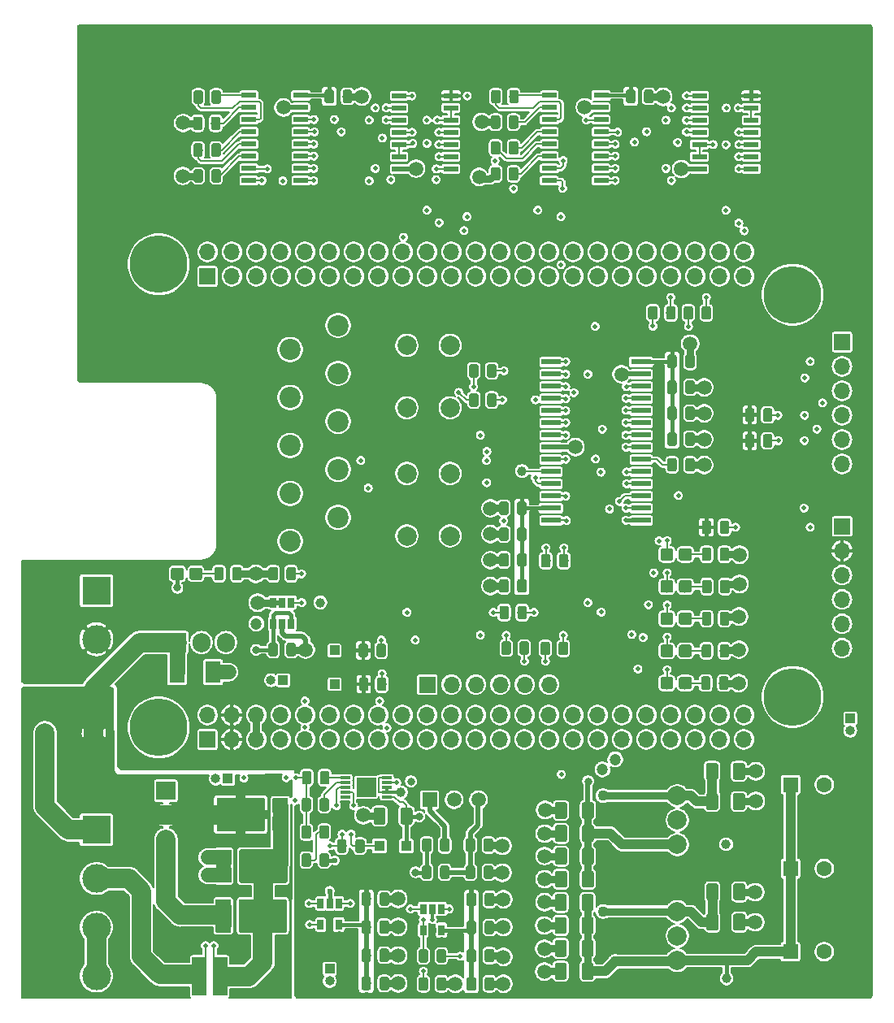
<source format=gtl>
G04 #@! TF.GenerationSoftware,KiCad,Pcbnew,5.0.2-bee76a0~70~ubuntu18.04.1*
G04 #@! TF.CreationDate,2019-08-05T20:33:20-05:00*
G04 #@! TF.ProjectId,BBB_SHIELD_V2,4242425f-5348-4494-954c-445f56322e6b,rev?*
G04 #@! TF.SameCoordinates,Original*
G04 #@! TF.FileFunction,Copper,L1,Top*
G04 #@! TF.FilePolarity,Positive*
%FSLAX46Y46*%
G04 Gerber Fmt 4.6, Leading zero omitted, Abs format (unit mm)*
G04 Created by KiCad (PCBNEW 5.0.2-bee76a0~70~ubuntu18.04.1) date Mon 05 Aug 2019 08:33:20 PM CDT*
%MOMM*%
%LPD*%
G01*
G04 APERTURE LIST*
G04 #@! TA.AperFunction,EtchedComponent*
%ADD10C,0.150000*%
G04 #@! TD*
G04 #@! TA.AperFunction,ComponentPad*
%ADD11R,2.000000X1.905000*%
G04 #@! TD*
G04 #@! TA.AperFunction,ComponentPad*
%ADD12O,2.000000X1.905000*%
G04 #@! TD*
G04 #@! TA.AperFunction,ComponentPad*
%ADD13C,2.000000*%
G04 #@! TD*
G04 #@! TA.AperFunction,Conductor*
%ADD14C,0.100000*%
G04 #@! TD*
G04 #@! TA.AperFunction,SMDPad,CuDef*
%ADD15C,0.975000*%
G04 #@! TD*
G04 #@! TA.AperFunction,SMDPad,CuDef*
%ADD16R,1.016000X0.300000*%
G04 #@! TD*
G04 #@! TA.AperFunction,SMDPad,CuDef*
%ADD17R,2.000000X2.000000*%
G04 #@! TD*
G04 #@! TA.AperFunction,SMDPad,CuDef*
%ADD18C,1.500000*%
G04 #@! TD*
G04 #@! TA.AperFunction,SMDPad,CuDef*
%ADD19C,0.200000*%
G04 #@! TD*
G04 #@! TA.AperFunction,ComponentPad*
%ADD20O,1.700000X1.700000*%
G04 #@! TD*
G04 #@! TA.AperFunction,ComponentPad*
%ADD21R,1.700000X1.700000*%
G04 #@! TD*
G04 #@! TA.AperFunction,ComponentPad*
%ADD22C,6.000000*%
G04 #@! TD*
G04 #@! TA.AperFunction,SMDPad,CuDef*
%ADD23C,1.250000*%
G04 #@! TD*
G04 #@! TA.AperFunction,ComponentPad*
%ADD24R,3.000000X3.000000*%
G04 #@! TD*
G04 #@! TA.AperFunction,ComponentPad*
%ADD25C,3.000000*%
G04 #@! TD*
G04 #@! TA.AperFunction,ComponentPad*
%ADD26O,1.905000X2.000000*%
G04 #@! TD*
G04 #@! TA.AperFunction,ComponentPad*
%ADD27R,1.905000X2.000000*%
G04 #@! TD*
G04 #@! TA.AperFunction,SMDPad,CuDef*
%ADD28R,1.620000X2.280000*%
G04 #@! TD*
G04 #@! TA.AperFunction,SMDPad,CuDef*
%ADD29R,1.100000X1.100000*%
G04 #@! TD*
G04 #@! TA.AperFunction,SMDPad,CuDef*
%ADD30C,1.300000*%
G04 #@! TD*
G04 #@! TA.AperFunction,SMDPad,CuDef*
%ADD31R,1.500000X0.600000*%
G04 #@! TD*
G04 #@! TA.AperFunction,SMDPad,CuDef*
%ADD32R,2.000000X0.600000*%
G04 #@! TD*
G04 #@! TA.AperFunction,ComponentPad*
%ADD33C,1.520000*%
G04 #@! TD*
G04 #@! TA.AperFunction,ComponentPad*
%ADD34R,1.520000X1.520000*%
G04 #@! TD*
G04 #@! TA.AperFunction,ComponentPad*
%ADD35O,1.000000X1.000000*%
G04 #@! TD*
G04 #@! TA.AperFunction,ComponentPad*
%ADD36R,1.000000X1.000000*%
G04 #@! TD*
G04 #@! TA.AperFunction,ComponentPad*
%ADD37C,1.000000*%
G04 #@! TD*
G04 #@! TA.AperFunction,SMDPad,CuDef*
%ADD38R,0.650000X1.060000*%
G04 #@! TD*
G04 #@! TA.AperFunction,SMDPad,CuDef*
%ADD39C,1.600000*%
G04 #@! TD*
G04 #@! TA.AperFunction,SMDPad,CuDef*
%ADD40C,3.500000*%
G04 #@! TD*
G04 #@! TA.AperFunction,ComponentPad*
%ADD41C,2.200000*%
G04 #@! TD*
G04 #@! TA.AperFunction,ComponentPad*
%ADD42C,1.600000*%
G04 #@! TD*
G04 #@! TA.AperFunction,ComponentPad*
%ADD43R,1.600000X1.600000*%
G04 #@! TD*
G04 #@! TA.AperFunction,ViaPad*
%ADD44C,0.400000*%
G04 #@! TD*
G04 #@! TA.AperFunction,ViaPad*
%ADD45C,1.000000*%
G04 #@! TD*
G04 #@! TA.AperFunction,ViaPad*
%ADD46C,1.500000*%
G04 #@! TD*
G04 #@! TA.AperFunction,ViaPad*
%ADD47C,0.600000*%
G04 #@! TD*
G04 #@! TA.AperFunction,ViaPad*
%ADD48C,0.500000*%
G04 #@! TD*
G04 #@! TA.AperFunction,ViaPad*
%ADD49C,1.200000*%
G04 #@! TD*
G04 #@! TA.AperFunction,ViaPad*
%ADD50C,0.800000*%
G04 #@! TD*
G04 #@! TA.AperFunction,ViaPad*
%ADD51C,1.100000*%
G04 #@! TD*
G04 #@! TA.AperFunction,Conductor*
%ADD52C,2.000000*%
G04 #@! TD*
G04 #@! TA.AperFunction,Conductor*
%ADD53C,1.500000*%
G04 #@! TD*
G04 #@! TA.AperFunction,Conductor*
%ADD54C,0.750000*%
G04 #@! TD*
G04 #@! TA.AperFunction,Conductor*
%ADD55C,0.400000*%
G04 #@! TD*
G04 #@! TA.AperFunction,Conductor*
%ADD56C,0.300000*%
G04 #@! TD*
G04 #@! TA.AperFunction,Conductor*
%ADD57C,0.500000*%
G04 #@! TD*
G04 #@! TA.AperFunction,Conductor*
%ADD58C,0.200000*%
G04 #@! TD*
G04 #@! TA.AperFunction,Conductor*
%ADD59C,1.000000*%
G04 #@! TD*
G04 #@! TA.AperFunction,Conductor*
%ADD60C,1.600000*%
G04 #@! TD*
G04 #@! TA.AperFunction,Conductor*
%ADD61C,1.620000*%
G04 #@! TD*
G04 #@! TA.AperFunction,Conductor*
%ADD62C,0.800000*%
G04 #@! TD*
G04 APERTURE END LIST*
D10*
G04 #@! TO.C,RSHUNT1*
X123850000Y-139050000D02*
X123850000Y-139900000D01*
X124750000Y-139050000D02*
X124750000Y-139900000D01*
G04 #@! TD*
D11*
G04 #@! TO.P,Q1,1*
G04 #@! TO.N,Net-(Q1-Pad1)*
X119750000Y-122150000D03*
D12*
G04 #@! TO.P,Q1,2*
G04 #@! TO.N,_VDD_24V_PROT*
X119750000Y-124690000D03*
G04 #@! TO.P,Q1,3*
G04 #@! TO.N,/FET/FET_OUT*
X119750000Y-127230000D03*
G04 #@! TD*
D13*
G04 #@! TO.P,P12V1,1*
G04 #@! TO.N,_VDD_24V_PROT*
X173010000Y-122680000D03*
G04 #@! TO.P,P12V1,2*
G04 #@! TO.N,GND*
X173010000Y-125220000D03*
G04 #@! TO.P,P12V1,3*
G04 #@! TO.N,_VDD_12V_PROT*
X173010000Y-127760000D03*
G04 #@! TD*
G04 #@! TO.P,P5V1,1*
G04 #@! TO.N,_VDD_24V_PROT*
X173010000Y-134750000D03*
G04 #@! TO.P,P5V1,2*
G04 #@! TO.N,GND*
X173010000Y-137290000D03*
G04 #@! TO.P,P5V1,3*
G04 #@! TO.N,_VDD_5V_PROT*
X173010000Y-139830000D03*
G04 #@! TD*
D14*
G04 #@! TO.N,/CONTROLLER/~MCLR*
G04 #@! TO.C,R9*
G36*
X178205142Y-94001174D02*
X178228803Y-94004684D01*
X178252007Y-94010496D01*
X178274529Y-94018554D01*
X178296153Y-94028782D01*
X178316670Y-94041079D01*
X178335883Y-94055329D01*
X178353607Y-94071393D01*
X178369671Y-94089117D01*
X178383921Y-94108330D01*
X178396218Y-94128847D01*
X178406446Y-94150471D01*
X178414504Y-94172993D01*
X178420316Y-94196197D01*
X178423826Y-94219858D01*
X178425000Y-94243750D01*
X178425000Y-95156250D01*
X178423826Y-95180142D01*
X178420316Y-95203803D01*
X178414504Y-95227007D01*
X178406446Y-95249529D01*
X178396218Y-95271153D01*
X178383921Y-95291670D01*
X178369671Y-95310883D01*
X178353607Y-95328607D01*
X178335883Y-95344671D01*
X178316670Y-95358921D01*
X178296153Y-95371218D01*
X178274529Y-95381446D01*
X178252007Y-95389504D01*
X178228803Y-95395316D01*
X178205142Y-95398826D01*
X178181250Y-95400000D01*
X177693750Y-95400000D01*
X177669858Y-95398826D01*
X177646197Y-95395316D01*
X177622993Y-95389504D01*
X177600471Y-95381446D01*
X177578847Y-95371218D01*
X177558330Y-95358921D01*
X177539117Y-95344671D01*
X177521393Y-95328607D01*
X177505329Y-95310883D01*
X177491079Y-95291670D01*
X177478782Y-95271153D01*
X177468554Y-95249529D01*
X177460496Y-95227007D01*
X177454684Y-95203803D01*
X177451174Y-95180142D01*
X177450000Y-95156250D01*
X177450000Y-94243750D01*
X177451174Y-94219858D01*
X177454684Y-94196197D01*
X177460496Y-94172993D01*
X177468554Y-94150471D01*
X177478782Y-94128847D01*
X177491079Y-94108330D01*
X177505329Y-94089117D01*
X177521393Y-94071393D01*
X177539117Y-94055329D01*
X177558330Y-94041079D01*
X177578847Y-94028782D01*
X177600471Y-94018554D01*
X177622993Y-94010496D01*
X177646197Y-94004684D01*
X177669858Y-94001174D01*
X177693750Y-94000000D01*
X178181250Y-94000000D01*
X178205142Y-94001174D01*
X178205142Y-94001174D01*
G37*
D15*
G04 #@! TD*
G04 #@! TO.P,R9,1*
G04 #@! TO.N,/CONTROLLER/~MCLR*
X177937500Y-94700000D03*
D14*
G04 #@! TO.N,_VDD_3V3*
G04 #@! TO.C,R9*
G36*
X176330142Y-94001174D02*
X176353803Y-94004684D01*
X176377007Y-94010496D01*
X176399529Y-94018554D01*
X176421153Y-94028782D01*
X176441670Y-94041079D01*
X176460883Y-94055329D01*
X176478607Y-94071393D01*
X176494671Y-94089117D01*
X176508921Y-94108330D01*
X176521218Y-94128847D01*
X176531446Y-94150471D01*
X176539504Y-94172993D01*
X176545316Y-94196197D01*
X176548826Y-94219858D01*
X176550000Y-94243750D01*
X176550000Y-95156250D01*
X176548826Y-95180142D01*
X176545316Y-95203803D01*
X176539504Y-95227007D01*
X176531446Y-95249529D01*
X176521218Y-95271153D01*
X176508921Y-95291670D01*
X176494671Y-95310883D01*
X176478607Y-95328607D01*
X176460883Y-95344671D01*
X176441670Y-95358921D01*
X176421153Y-95371218D01*
X176399529Y-95381446D01*
X176377007Y-95389504D01*
X176353803Y-95395316D01*
X176330142Y-95398826D01*
X176306250Y-95400000D01*
X175818750Y-95400000D01*
X175794858Y-95398826D01*
X175771197Y-95395316D01*
X175747993Y-95389504D01*
X175725471Y-95381446D01*
X175703847Y-95371218D01*
X175683330Y-95358921D01*
X175664117Y-95344671D01*
X175646393Y-95328607D01*
X175630329Y-95310883D01*
X175616079Y-95291670D01*
X175603782Y-95271153D01*
X175593554Y-95249529D01*
X175585496Y-95227007D01*
X175579684Y-95203803D01*
X175576174Y-95180142D01*
X175575000Y-95156250D01*
X175575000Y-94243750D01*
X175576174Y-94219858D01*
X175579684Y-94196197D01*
X175585496Y-94172993D01*
X175593554Y-94150471D01*
X175603782Y-94128847D01*
X175616079Y-94108330D01*
X175630329Y-94089117D01*
X175646393Y-94071393D01*
X175664117Y-94055329D01*
X175683330Y-94041079D01*
X175703847Y-94028782D01*
X175725471Y-94018554D01*
X175747993Y-94010496D01*
X175771197Y-94004684D01*
X175794858Y-94001174D01*
X175818750Y-94000000D01*
X176306250Y-94000000D01*
X176330142Y-94001174D01*
X176330142Y-94001174D01*
G37*
D15*
G04 #@! TD*
G04 #@! TO.P,R9,2*
G04 #@! TO.N,_VDD_3V3*
X176062500Y-94700000D03*
D16*
G04 #@! TO.P,U1,1*
G04 #@! TO.N,_VDD_12V_PROT*
X142758000Y-122800000D03*
G04 #@! TO.P,U1,10*
G04 #@! TO.N,Net-(U1-Pad10)*
X138442000Y-122800000D03*
G04 #@! TO.P,U1,2*
G04 #@! TO.N,GND*
X142758000Y-122300000D03*
G04 #@! TO.P,U1,3*
X142758000Y-121800000D03*
G04 #@! TO.P,U1,4*
G04 #@! TO.N,/CONTROLLER/PWM_FET*
X142758000Y-121300000D03*
G04 #@! TO.P,U1,5*
G04 #@! TO.N,GND*
X142758000Y-120800000D03*
G04 #@! TO.P,U1,9*
G04 #@! TO.N,Net-(C2-Pad1)*
X138442000Y-122300000D03*
G04 #@! TO.P,U1,8*
G04 #@! TO.N,/FET/FET_OUT*
X138442000Y-121800000D03*
G04 #@! TO.P,U1,7*
G04 #@! TO.N,/FET_OUTPUT/FET_DRV_PU*
X138442000Y-121300000D03*
G04 #@! TO.P,U1,6*
G04 #@! TO.N,/FET_OUTPUT/FET_DRV_PD*
X138442000Y-120800000D03*
D17*
G04 #@! TO.P,U1,11*
G04 #@! TO.N,GND*
X140600000Y-121800000D03*
G04 #@! TD*
D14*
G04 #@! TO.N,Net-(D10-Pad2)*
G04 #@! TO.C,RSHUNT1*
G36*
X126082351Y-139500361D02*
X126089632Y-139501441D01*
X126096771Y-139503229D01*
X126103701Y-139505709D01*
X126110355Y-139508856D01*
X126116668Y-139512640D01*
X126122579Y-139517024D01*
X126128033Y-139521967D01*
X126132976Y-139527421D01*
X126137360Y-139533332D01*
X126141144Y-139539645D01*
X126144291Y-139546299D01*
X126146771Y-139553229D01*
X126148559Y-139560368D01*
X126149639Y-139567649D01*
X126150000Y-139575000D01*
X126150000Y-143425000D01*
X126149639Y-143432351D01*
X126148559Y-143439632D01*
X126146771Y-143446771D01*
X126144291Y-143453701D01*
X126141144Y-143460355D01*
X126137360Y-143466668D01*
X126132976Y-143472579D01*
X126128033Y-143478033D01*
X126122579Y-143482976D01*
X126116668Y-143487360D01*
X126110355Y-143491144D01*
X126103701Y-143494291D01*
X126096771Y-143496771D01*
X126089632Y-143498559D01*
X126082351Y-143499639D01*
X126075000Y-143500000D01*
X124725000Y-143500000D01*
X124717649Y-143499639D01*
X124710368Y-143498559D01*
X124703229Y-143496771D01*
X124696299Y-143494291D01*
X124689645Y-143491144D01*
X124683332Y-143487360D01*
X124677421Y-143482976D01*
X124671967Y-143478033D01*
X124667024Y-143472579D01*
X124662640Y-143466668D01*
X124658856Y-143460355D01*
X124655709Y-143453701D01*
X124653229Y-143446771D01*
X124651441Y-143439632D01*
X124650361Y-143432351D01*
X124650000Y-143425000D01*
X124650000Y-139575000D01*
X124650361Y-139567649D01*
X124651441Y-139560368D01*
X124653229Y-139553229D01*
X124655709Y-139546299D01*
X124658856Y-139539645D01*
X124662640Y-139533332D01*
X124667024Y-139527421D01*
X124671967Y-139521967D01*
X124677421Y-139517024D01*
X124683332Y-139512640D01*
X124689645Y-139508856D01*
X124696299Y-139505709D01*
X124703229Y-139503229D01*
X124710368Y-139501441D01*
X124717649Y-139500361D01*
X124725000Y-139500000D01*
X126075000Y-139500000D01*
X126082351Y-139500361D01*
X126082351Y-139500361D01*
G37*
D18*
G04 #@! TD*
G04 #@! TO.P,RSHUNT1,1*
G04 #@! TO.N,Net-(D10-Pad2)*
X125400000Y-141500000D03*
D14*
G04 #@! TO.N,_POWER_OUT*
G04 #@! TO.C,RSHUNT1*
G36*
X123882351Y-139500361D02*
X123889632Y-139501441D01*
X123896771Y-139503229D01*
X123903701Y-139505709D01*
X123910355Y-139508856D01*
X123916668Y-139512640D01*
X123922579Y-139517024D01*
X123928033Y-139521967D01*
X123932976Y-139527421D01*
X123937360Y-139533332D01*
X123941144Y-139539645D01*
X123944291Y-139546299D01*
X123946771Y-139553229D01*
X123948559Y-139560368D01*
X123949639Y-139567649D01*
X123950000Y-139575000D01*
X123950000Y-143425000D01*
X123949639Y-143432351D01*
X123948559Y-143439632D01*
X123946771Y-143446771D01*
X123944291Y-143453701D01*
X123941144Y-143460355D01*
X123937360Y-143466668D01*
X123932976Y-143472579D01*
X123928033Y-143478033D01*
X123922579Y-143482976D01*
X123916668Y-143487360D01*
X123910355Y-143491144D01*
X123903701Y-143494291D01*
X123896771Y-143496771D01*
X123889632Y-143498559D01*
X123882351Y-143499639D01*
X123875000Y-143500000D01*
X122525000Y-143500000D01*
X122517649Y-143499639D01*
X122510368Y-143498559D01*
X122503229Y-143496771D01*
X122496299Y-143494291D01*
X122489645Y-143491144D01*
X122483332Y-143487360D01*
X122477421Y-143482976D01*
X122471967Y-143478033D01*
X122467024Y-143472579D01*
X122462640Y-143466668D01*
X122458856Y-143460355D01*
X122455709Y-143453701D01*
X122453229Y-143446771D01*
X122451441Y-143439632D01*
X122450361Y-143432351D01*
X122450000Y-143425000D01*
X122450000Y-139575000D01*
X122450361Y-139567649D01*
X122451441Y-139560368D01*
X122453229Y-139553229D01*
X122455709Y-139546299D01*
X122458856Y-139539645D01*
X122462640Y-139533332D01*
X122467024Y-139527421D01*
X122471967Y-139521967D01*
X122477421Y-139517024D01*
X122483332Y-139512640D01*
X122489645Y-139508856D01*
X122496299Y-139505709D01*
X122503229Y-139503229D01*
X122510368Y-139501441D01*
X122517649Y-139500361D01*
X122525000Y-139500000D01*
X123875000Y-139500000D01*
X123882351Y-139500361D01*
X123882351Y-139500361D01*
G37*
D18*
G04 #@! TD*
G04 #@! TO.P,RSHUNT1,4*
G04 #@! TO.N,_POWER_OUT*
X123200000Y-141500000D03*
D14*
G04 #@! TO.N,/FET/I_SENSE_P*
G04 #@! TO.C,RSHUNT1*
G36*
X124840980Y-138800048D02*
X124841951Y-138800192D01*
X124842903Y-138800431D01*
X124843827Y-138800761D01*
X124844714Y-138801181D01*
X124845556Y-138801685D01*
X124846344Y-138802270D01*
X124847071Y-138802929D01*
X124847730Y-138803656D01*
X124848315Y-138804444D01*
X124848819Y-138805286D01*
X124849239Y-138806173D01*
X124849569Y-138807097D01*
X124849808Y-138808049D01*
X124849952Y-138809020D01*
X124850000Y-138810000D01*
X124850000Y-139290000D01*
X124849952Y-139290980D01*
X124849808Y-139291951D01*
X124849569Y-139292903D01*
X124849239Y-139293827D01*
X124848819Y-139294714D01*
X124848315Y-139295556D01*
X124847730Y-139296344D01*
X124847071Y-139297071D01*
X124846344Y-139297730D01*
X124845556Y-139298315D01*
X124844714Y-139298819D01*
X124843827Y-139299239D01*
X124842903Y-139299569D01*
X124841951Y-139299808D01*
X124840980Y-139299952D01*
X124840000Y-139300000D01*
X124660000Y-139300000D01*
X124659020Y-139299952D01*
X124658049Y-139299808D01*
X124657097Y-139299569D01*
X124656173Y-139299239D01*
X124655286Y-139298819D01*
X124654444Y-139298315D01*
X124653656Y-139297730D01*
X124652929Y-139297071D01*
X124652270Y-139296344D01*
X124651685Y-139295556D01*
X124651181Y-139294714D01*
X124650761Y-139293827D01*
X124650431Y-139292903D01*
X124650192Y-139291951D01*
X124650048Y-139290980D01*
X124650000Y-139290000D01*
X124650000Y-138810000D01*
X124650048Y-138809020D01*
X124650192Y-138808049D01*
X124650431Y-138807097D01*
X124650761Y-138806173D01*
X124651181Y-138805286D01*
X124651685Y-138804444D01*
X124652270Y-138803656D01*
X124652929Y-138802929D01*
X124653656Y-138802270D01*
X124654444Y-138801685D01*
X124655286Y-138801181D01*
X124656173Y-138800761D01*
X124657097Y-138800431D01*
X124658049Y-138800192D01*
X124659020Y-138800048D01*
X124660000Y-138800000D01*
X124840000Y-138800000D01*
X124840980Y-138800048D01*
X124840980Y-138800048D01*
G37*
D19*
G04 #@! TD*
G04 #@! TO.P,RSHUNT1,2*
G04 #@! TO.N,/FET/I_SENSE_P*
X124750000Y-139050000D03*
D14*
G04 #@! TO.N,/FET/I_SENSE_N*
G04 #@! TO.C,RSHUNT1*
G36*
X123940980Y-138800048D02*
X123941951Y-138800192D01*
X123942903Y-138800431D01*
X123943827Y-138800761D01*
X123944714Y-138801181D01*
X123945556Y-138801685D01*
X123946344Y-138802270D01*
X123947071Y-138802929D01*
X123947730Y-138803656D01*
X123948315Y-138804444D01*
X123948819Y-138805286D01*
X123949239Y-138806173D01*
X123949569Y-138807097D01*
X123949808Y-138808049D01*
X123949952Y-138809020D01*
X123950000Y-138810000D01*
X123950000Y-139290000D01*
X123949952Y-139290980D01*
X123949808Y-139291951D01*
X123949569Y-139292903D01*
X123949239Y-139293827D01*
X123948819Y-139294714D01*
X123948315Y-139295556D01*
X123947730Y-139296344D01*
X123947071Y-139297071D01*
X123946344Y-139297730D01*
X123945556Y-139298315D01*
X123944714Y-139298819D01*
X123943827Y-139299239D01*
X123942903Y-139299569D01*
X123941951Y-139299808D01*
X123940980Y-139299952D01*
X123940000Y-139300000D01*
X123760000Y-139300000D01*
X123759020Y-139299952D01*
X123758049Y-139299808D01*
X123757097Y-139299569D01*
X123756173Y-139299239D01*
X123755286Y-139298819D01*
X123754444Y-139298315D01*
X123753656Y-139297730D01*
X123752929Y-139297071D01*
X123752270Y-139296344D01*
X123751685Y-139295556D01*
X123751181Y-139294714D01*
X123750761Y-139293827D01*
X123750431Y-139292903D01*
X123750192Y-139291951D01*
X123750048Y-139290980D01*
X123750000Y-139290000D01*
X123750000Y-138810000D01*
X123750048Y-138809020D01*
X123750192Y-138808049D01*
X123750431Y-138807097D01*
X123750761Y-138806173D01*
X123751181Y-138805286D01*
X123751685Y-138804444D01*
X123752270Y-138803656D01*
X123752929Y-138802929D01*
X123753656Y-138802270D01*
X123754444Y-138801685D01*
X123755286Y-138801181D01*
X123756173Y-138800761D01*
X123757097Y-138800431D01*
X123758049Y-138800192D01*
X123759020Y-138800048D01*
X123760000Y-138800000D01*
X123940000Y-138800000D01*
X123940980Y-138800048D01*
X123940980Y-138800048D01*
G37*
D19*
G04 #@! TD*
G04 #@! TO.P,RSHUNT1,3*
G04 #@! TO.N,/FET/I_SENSE_N*
X123850000Y-139050000D03*
D20*
G04 #@! TO.P,P9,46*
G04 #@! TO.N,GND*
X179940000Y-114270000D03*
G04 #@! TO.P,P9,45*
X179940000Y-116810000D03*
G04 #@! TO.P,P9,44*
X177400000Y-114270000D03*
G04 #@! TO.P,P9,43*
X177400000Y-116810000D03*
G04 #@! TO.P,P9,42*
G04 #@! TO.N,Net-(P9-Pad42)*
X174860000Y-114270000D03*
G04 #@! TO.P,P9,41*
G04 #@! TO.N,Net-(P9-Pad41)*
X174860000Y-116810000D03*
G04 #@! TO.P,P9,40*
G04 #@! TO.N,Net-(P9-Pad40)*
X172320000Y-114270000D03*
G04 #@! TO.P,P9,39*
G04 #@! TO.N,Net-(P9-Pad39)*
X172320000Y-116810000D03*
G04 #@! TO.P,P9,38*
G04 #@! TO.N,Net-(P9-Pad38)*
X169780000Y-114270000D03*
G04 #@! TO.P,P9,37*
G04 #@! TO.N,Net-(P9-Pad37)*
X169780000Y-116810000D03*
G04 #@! TO.P,P9,36*
G04 #@! TO.N,Net-(P9-Pad36)*
X167240000Y-114270000D03*
G04 #@! TO.P,P9,35*
G04 #@! TO.N,Net-(P9-Pad35)*
X167240000Y-116810000D03*
G04 #@! TO.P,P9,34*
G04 #@! TO.N,Net-(P9-Pad34)*
X164700000Y-114270000D03*
G04 #@! TO.P,P9,33*
G04 #@! TO.N,Net-(P9-Pad33)*
X164700000Y-116810000D03*
G04 #@! TO.P,P9,32*
G04 #@! TO.N,Net-(P9-Pad32)*
X162160000Y-114270000D03*
G04 #@! TO.P,P9,31*
G04 #@! TO.N,Net-(P9-Pad31)*
X162160000Y-116810000D03*
G04 #@! TO.P,P9,30*
G04 #@! TO.N,Net-(P9-Pad30)*
X159620000Y-114270000D03*
G04 #@! TO.P,P9,29*
G04 #@! TO.N,Net-(P9-Pad29)*
X159620000Y-116810000D03*
G04 #@! TO.P,P9,28*
G04 #@! TO.N,Net-(P9-Pad28)*
X157080000Y-114270000D03*
G04 #@! TO.P,P9,27*
G04 #@! TO.N,/BB_HEADERS/aux_1*
X157080000Y-116810000D03*
G04 #@! TO.P,P9,26*
G04 #@! TO.N,Net-(P9-Pad26)*
X154540000Y-114270000D03*
G04 #@! TO.P,P9,25*
G04 #@! TO.N,Net-(P9-Pad25)*
X154540000Y-116810000D03*
G04 #@! TO.P,P9,24*
G04 #@! TO.N,Net-(P9-Pad24)*
X152000000Y-114270000D03*
G04 #@! TO.P,P9,23*
G04 #@! TO.N,Net-(P9-Pad23)*
X152000000Y-116810000D03*
G04 #@! TO.P,P9,22*
G04 #@! TO.N,/BB_HEADERS/uart2_rxd_sw*
X149460000Y-114270000D03*
G04 #@! TO.P,P9,21*
G04 #@! TO.N,/BB_HEADERS/uart2_txd_sw*
X149460000Y-116810000D03*
G04 #@! TO.P,P9,20*
G04 #@! TO.N,/BB_HEADERS/SDA1*
X146920000Y-114270000D03*
G04 #@! TO.P,P9,19*
G04 #@! TO.N,/BB_HEADERS/SCL1*
X146920000Y-116810000D03*
G04 #@! TO.P,P9,18*
G04 #@! TO.N,Net-(P9-Pad18)*
X144380000Y-114270000D03*
G04 #@! TO.P,P9,17*
G04 #@! TO.N,Net-(P9-Pad17)*
X144380000Y-116810000D03*
G04 #@! TO.P,P9,16*
G04 #@! TO.N,Net-(P9-Pad16)*
X141840000Y-114270000D03*
G04 #@! TO.P,P9,15*
G04 #@! TO.N,Net-(P9-Pad15)*
X141840000Y-116810000D03*
G04 #@! TO.P,P9,14*
G04 #@! TO.N,Net-(P9-Pad14)*
X139300000Y-114270000D03*
G04 #@! TO.P,P9,13*
G04 #@! TO.N,/BB_HEADERS/uart4_txd_sw*
X139300000Y-116810000D03*
G04 #@! TO.P,P9,12*
G04 #@! TO.N,Net-(P9-Pad12)*
X136760000Y-114270000D03*
G04 #@! TO.P,P9,11*
G04 #@! TO.N,/BB_HEADERS/uart4_rxd_sw*
X136760000Y-116810000D03*
G04 #@! TO.P,P9,10*
G04 #@! TO.N,_SYS_RESETn*
X134220000Y-114270000D03*
G04 #@! TO.P,P9,9*
G04 #@! TO.N,_PWR_BUTT*
X134220000Y-116810000D03*
G04 #@! TO.P,P9,8*
G04 #@! TO.N,Net-(P9-Pad8)*
X131680000Y-114270000D03*
G04 #@! TO.P,P9,7*
G04 #@! TO.N,Net-(P9-Pad7)*
X131680000Y-116810000D03*
G04 #@! TO.P,P9,6*
G04 #@! TO.N,_VDD_5V_PROT*
X129140000Y-114270000D03*
G04 #@! TO.P,P9,5*
X129140000Y-116810000D03*
G04 #@! TO.P,P9,4*
G04 #@! TO.N,_VDD_3V3*
X126600000Y-114270000D03*
G04 #@! TO.P,P9,3*
X126600000Y-116810000D03*
G04 #@! TO.P,P9,2*
G04 #@! TO.N,GND*
X124060000Y-114270000D03*
D21*
G04 #@! TO.P,P9,1*
X124060000Y-116810000D03*
G04 #@! TD*
D22*
G04 #@! TO.P,REF\002A\002A,1*
G04 #@! TO.N,N/C*
X118980000Y-67280000D03*
G04 #@! TD*
G04 #@! TO.P,REF\002A\002A,1*
G04 #@! TO.N,N/C*
X118980000Y-115540000D03*
G04 #@! TD*
G04 #@! TO.P,REF\002A\002A,1*
G04 #@! TO.N,N/C*
X185020000Y-70455000D03*
G04 #@! TD*
G04 #@! TO.P,REF\002A\002A,1*
G04 #@! TO.N,N/C*
X185020000Y-112365000D03*
G04 #@! TD*
D20*
G04 #@! TO.P,P8,46*
G04 #@! TO.N,Net-(P8-Pad46)*
X179940000Y-66010000D03*
G04 #@! TO.P,P8,45*
G04 #@! TO.N,Net-(P8-Pad45)*
X179940000Y-68550000D03*
G04 #@! TO.P,P8,44*
G04 #@! TO.N,Net-(P8-Pad44)*
X177400000Y-66010000D03*
G04 #@! TO.P,P8,43*
G04 #@! TO.N,Net-(P8-Pad43)*
X177400000Y-68550000D03*
G04 #@! TO.P,P8,42*
G04 #@! TO.N,Net-(P8-Pad42)*
X174860000Y-66010000D03*
G04 #@! TO.P,P8,41*
G04 #@! TO.N,Net-(P8-Pad41)*
X174860000Y-68550000D03*
G04 #@! TO.P,P8,40*
G04 #@! TO.N,/BB_HEADERS/enable*
X172320000Y-66010000D03*
G04 #@! TO.P,P8,39*
G04 #@! TO.N,/BB_HEADERS/aux_2*
X172320000Y-68550000D03*
G04 #@! TO.P,P8,38*
G04 #@! TO.N,/BB_HEADERS/uart2_rtsn_sw*
X169780000Y-66010000D03*
G04 #@! TO.P,P8,37*
G04 #@! TO.N,/BB_HEADERS/uart2_ctsn_sw*
X169780000Y-68550000D03*
G04 #@! TO.P,P8,36*
G04 #@! TO.N,Net-(P8-Pad36)*
X167240000Y-66010000D03*
G04 #@! TO.P,P8,35*
G04 #@! TO.N,/BB_HEADERS/uart4_ctsn_sw*
X167240000Y-68550000D03*
G04 #@! TO.P,P8,34*
G04 #@! TO.N,Net-(P8-Pad34)*
X164700000Y-66010000D03*
G04 #@! TO.P,P8,33*
G04 #@! TO.N,/BB_HEADERS/uart4_rtsn_sw*
X164700000Y-68550000D03*
G04 #@! TO.P,P8,32*
G04 #@! TO.N,Net-(P8-Pad32)*
X162160000Y-66010000D03*
G04 #@! TO.P,P8,31*
G04 #@! TO.N,Net-(P8-Pad31)*
X162160000Y-68550000D03*
G04 #@! TO.P,P8,30*
G04 #@! TO.N,Net-(P8-Pad30)*
X159620000Y-66010000D03*
G04 #@! TO.P,P8,29*
G04 #@! TO.N,Net-(P8-Pad29)*
X159620000Y-68550000D03*
G04 #@! TO.P,P8,28*
G04 #@! TO.N,Net-(P8-Pad28)*
X157080000Y-66010000D03*
G04 #@! TO.P,P8,27*
G04 #@! TO.N,Net-(P8-Pad27)*
X157080000Y-68550000D03*
G04 #@! TO.P,P8,26*
G04 #@! TO.N,Net-(P8-Pad26)*
X154540000Y-66010000D03*
G04 #@! TO.P,P8,25*
G04 #@! TO.N,Net-(P8-Pad25)*
X154540000Y-68550000D03*
G04 #@! TO.P,P8,24*
G04 #@! TO.N,Net-(P8-Pad24)*
X152000000Y-66010000D03*
G04 #@! TO.P,P8,23*
G04 #@! TO.N,Net-(P8-Pad23)*
X152000000Y-68550000D03*
G04 #@! TO.P,P8,22*
G04 #@! TO.N,Net-(P8-Pad22)*
X149460000Y-66010000D03*
G04 #@! TO.P,P8,21*
G04 #@! TO.N,Net-(P8-Pad21)*
X149460000Y-68550000D03*
G04 #@! TO.P,P8,20*
G04 #@! TO.N,Net-(P8-Pad20)*
X146920000Y-66010000D03*
G04 #@! TO.P,P8,19*
G04 #@! TO.N,Net-(P8-Pad19)*
X146920000Y-68550000D03*
G04 #@! TO.P,P8,18*
G04 #@! TO.N,Net-(P8-Pad18)*
X144380000Y-66010000D03*
G04 #@! TO.P,P8,17*
G04 #@! TO.N,Net-(P8-Pad17)*
X144380000Y-68550000D03*
G04 #@! TO.P,P8,16*
G04 #@! TO.N,Net-(P8-Pad16)*
X141840000Y-66010000D03*
G04 #@! TO.P,P8,15*
G04 #@! TO.N,Net-(P8-Pad15)*
X141840000Y-68550000D03*
G04 #@! TO.P,P8,14*
G04 #@! TO.N,Net-(P8-Pad14)*
X139300000Y-66010000D03*
G04 #@! TO.P,P8,13*
G04 #@! TO.N,Net-(P8-Pad13)*
X139300000Y-68550000D03*
G04 #@! TO.P,P8,12*
G04 #@! TO.N,Net-(P8-Pad12)*
X136760000Y-66010000D03*
G04 #@! TO.P,P8,11*
G04 #@! TO.N,Net-(P8-Pad11)*
X136760000Y-68550000D03*
G04 #@! TO.P,P8,10*
G04 #@! TO.N,Net-(P8-Pad10)*
X134220000Y-66010000D03*
G04 #@! TO.P,P8,9*
G04 #@! TO.N,Net-(P8-Pad9)*
X134220000Y-68550000D03*
G04 #@! TO.P,P8,8*
G04 #@! TO.N,Net-(P8-Pad8)*
X131680000Y-66010000D03*
G04 #@! TO.P,P8,7*
G04 #@! TO.N,Net-(P8-Pad7)*
X131680000Y-68550000D03*
G04 #@! TO.P,P8,6*
G04 #@! TO.N,Net-(P8-Pad6)*
X129140000Y-66010000D03*
G04 #@! TO.P,P8,5*
G04 #@! TO.N,Net-(P8-Pad5)*
X129140000Y-68550000D03*
G04 #@! TO.P,P8,4*
G04 #@! TO.N,Net-(P8-Pad4)*
X126600000Y-66010000D03*
G04 #@! TO.P,P8,3*
G04 #@! TO.N,Net-(P8-Pad3)*
X126600000Y-68550000D03*
G04 #@! TO.P,P8,2*
G04 #@! TO.N,GND*
X124060000Y-66010000D03*
D21*
G04 #@! TO.P,P8,1*
X124060000Y-68550000D03*
G04 #@! TD*
D20*
G04 #@! TO.P,REF\002A\002A,6*
G04 #@! TO.N,N/C*
X159660000Y-111095000D03*
G04 #@! TO.P,REF\002A\002A,5*
X157120000Y-111095000D03*
G04 #@! TO.P,REF\002A\002A,4*
X154580000Y-111095000D03*
G04 #@! TO.P,REF\002A\002A,3*
X152040000Y-111095000D03*
G04 #@! TO.P,REF\002A\002A,2*
X149500000Y-111095000D03*
D21*
G04 #@! TO.P,REF\002A\002A,1*
X146960000Y-111095000D03*
G04 #@! TD*
D14*
G04 #@! TO.N,Net-(C1-Pad1)*
G04 #@! TO.C,C1*
G36*
X151730142Y-129951174D02*
X151753803Y-129954684D01*
X151777007Y-129960496D01*
X151799529Y-129968554D01*
X151821153Y-129978782D01*
X151841670Y-129991079D01*
X151860883Y-130005329D01*
X151878607Y-130021393D01*
X151894671Y-130039117D01*
X151908921Y-130058330D01*
X151921218Y-130078847D01*
X151931446Y-130100471D01*
X151939504Y-130122993D01*
X151945316Y-130146197D01*
X151948826Y-130169858D01*
X151950000Y-130193750D01*
X151950000Y-131106250D01*
X151948826Y-131130142D01*
X151945316Y-131153803D01*
X151939504Y-131177007D01*
X151931446Y-131199529D01*
X151921218Y-131221153D01*
X151908921Y-131241670D01*
X151894671Y-131260883D01*
X151878607Y-131278607D01*
X151860883Y-131294671D01*
X151841670Y-131308921D01*
X151821153Y-131321218D01*
X151799529Y-131331446D01*
X151777007Y-131339504D01*
X151753803Y-131345316D01*
X151730142Y-131348826D01*
X151706250Y-131350000D01*
X151218750Y-131350000D01*
X151194858Y-131348826D01*
X151171197Y-131345316D01*
X151147993Y-131339504D01*
X151125471Y-131331446D01*
X151103847Y-131321218D01*
X151083330Y-131308921D01*
X151064117Y-131294671D01*
X151046393Y-131278607D01*
X151030329Y-131260883D01*
X151016079Y-131241670D01*
X151003782Y-131221153D01*
X150993554Y-131199529D01*
X150985496Y-131177007D01*
X150979684Y-131153803D01*
X150976174Y-131130142D01*
X150975000Y-131106250D01*
X150975000Y-130193750D01*
X150976174Y-130169858D01*
X150979684Y-130146197D01*
X150985496Y-130122993D01*
X150993554Y-130100471D01*
X151003782Y-130078847D01*
X151016079Y-130058330D01*
X151030329Y-130039117D01*
X151046393Y-130021393D01*
X151064117Y-130005329D01*
X151083330Y-129991079D01*
X151103847Y-129978782D01*
X151125471Y-129968554D01*
X151147993Y-129960496D01*
X151171197Y-129954684D01*
X151194858Y-129951174D01*
X151218750Y-129950000D01*
X151706250Y-129950000D01*
X151730142Y-129951174D01*
X151730142Y-129951174D01*
G37*
D15*
G04 #@! TD*
G04 #@! TO.P,C1,1*
G04 #@! TO.N,Net-(C1-Pad1)*
X151462500Y-130650000D03*
D14*
G04 #@! TO.N,GND*
G04 #@! TO.C,C1*
G36*
X153605142Y-129951174D02*
X153628803Y-129954684D01*
X153652007Y-129960496D01*
X153674529Y-129968554D01*
X153696153Y-129978782D01*
X153716670Y-129991079D01*
X153735883Y-130005329D01*
X153753607Y-130021393D01*
X153769671Y-130039117D01*
X153783921Y-130058330D01*
X153796218Y-130078847D01*
X153806446Y-130100471D01*
X153814504Y-130122993D01*
X153820316Y-130146197D01*
X153823826Y-130169858D01*
X153825000Y-130193750D01*
X153825000Y-131106250D01*
X153823826Y-131130142D01*
X153820316Y-131153803D01*
X153814504Y-131177007D01*
X153806446Y-131199529D01*
X153796218Y-131221153D01*
X153783921Y-131241670D01*
X153769671Y-131260883D01*
X153753607Y-131278607D01*
X153735883Y-131294671D01*
X153716670Y-131308921D01*
X153696153Y-131321218D01*
X153674529Y-131331446D01*
X153652007Y-131339504D01*
X153628803Y-131345316D01*
X153605142Y-131348826D01*
X153581250Y-131350000D01*
X153093750Y-131350000D01*
X153069858Y-131348826D01*
X153046197Y-131345316D01*
X153022993Y-131339504D01*
X153000471Y-131331446D01*
X152978847Y-131321218D01*
X152958330Y-131308921D01*
X152939117Y-131294671D01*
X152921393Y-131278607D01*
X152905329Y-131260883D01*
X152891079Y-131241670D01*
X152878782Y-131221153D01*
X152868554Y-131199529D01*
X152860496Y-131177007D01*
X152854684Y-131153803D01*
X152851174Y-131130142D01*
X152850000Y-131106250D01*
X152850000Y-130193750D01*
X152851174Y-130169858D01*
X152854684Y-130146197D01*
X152860496Y-130122993D01*
X152868554Y-130100471D01*
X152878782Y-130078847D01*
X152891079Y-130058330D01*
X152905329Y-130039117D01*
X152921393Y-130021393D01*
X152939117Y-130005329D01*
X152958330Y-129991079D01*
X152978847Y-129978782D01*
X153000471Y-129968554D01*
X153022993Y-129960496D01*
X153046197Y-129954684D01*
X153069858Y-129951174D01*
X153093750Y-129950000D01*
X153581250Y-129950000D01*
X153605142Y-129951174D01*
X153605142Y-129951174D01*
G37*
D15*
G04 #@! TD*
G04 #@! TO.P,C1,2*
G04 #@! TO.N,GND*
X153337500Y-130650000D03*
D14*
G04 #@! TO.N,/FET/FET_OUT*
G04 #@! TO.C,C2*
G36*
X138340142Y-127221174D02*
X138363803Y-127224684D01*
X138387007Y-127230496D01*
X138409529Y-127238554D01*
X138431153Y-127248782D01*
X138451670Y-127261079D01*
X138470883Y-127275329D01*
X138488607Y-127291393D01*
X138504671Y-127309117D01*
X138518921Y-127328330D01*
X138531218Y-127348847D01*
X138541446Y-127370471D01*
X138549504Y-127392993D01*
X138555316Y-127416197D01*
X138558826Y-127439858D01*
X138560000Y-127463750D01*
X138560000Y-128376250D01*
X138558826Y-128400142D01*
X138555316Y-128423803D01*
X138549504Y-128447007D01*
X138541446Y-128469529D01*
X138531218Y-128491153D01*
X138518921Y-128511670D01*
X138504671Y-128530883D01*
X138488607Y-128548607D01*
X138470883Y-128564671D01*
X138451670Y-128578921D01*
X138431153Y-128591218D01*
X138409529Y-128601446D01*
X138387007Y-128609504D01*
X138363803Y-128615316D01*
X138340142Y-128618826D01*
X138316250Y-128620000D01*
X137828750Y-128620000D01*
X137804858Y-128618826D01*
X137781197Y-128615316D01*
X137757993Y-128609504D01*
X137735471Y-128601446D01*
X137713847Y-128591218D01*
X137693330Y-128578921D01*
X137674117Y-128564671D01*
X137656393Y-128548607D01*
X137640329Y-128530883D01*
X137626079Y-128511670D01*
X137613782Y-128491153D01*
X137603554Y-128469529D01*
X137595496Y-128447007D01*
X137589684Y-128423803D01*
X137586174Y-128400142D01*
X137585000Y-128376250D01*
X137585000Y-127463750D01*
X137586174Y-127439858D01*
X137589684Y-127416197D01*
X137595496Y-127392993D01*
X137603554Y-127370471D01*
X137613782Y-127348847D01*
X137626079Y-127328330D01*
X137640329Y-127309117D01*
X137656393Y-127291393D01*
X137674117Y-127275329D01*
X137693330Y-127261079D01*
X137713847Y-127248782D01*
X137735471Y-127238554D01*
X137757993Y-127230496D01*
X137781197Y-127224684D01*
X137804858Y-127221174D01*
X137828750Y-127220000D01*
X138316250Y-127220000D01*
X138340142Y-127221174D01*
X138340142Y-127221174D01*
G37*
D15*
G04 #@! TD*
G04 #@! TO.P,C2,2*
G04 #@! TO.N,/FET/FET_OUT*
X138072500Y-127920000D03*
D14*
G04 #@! TO.N,Net-(C2-Pad1)*
G04 #@! TO.C,C2*
G36*
X140215142Y-127221174D02*
X140238803Y-127224684D01*
X140262007Y-127230496D01*
X140284529Y-127238554D01*
X140306153Y-127248782D01*
X140326670Y-127261079D01*
X140345883Y-127275329D01*
X140363607Y-127291393D01*
X140379671Y-127309117D01*
X140393921Y-127328330D01*
X140406218Y-127348847D01*
X140416446Y-127370471D01*
X140424504Y-127392993D01*
X140430316Y-127416197D01*
X140433826Y-127439858D01*
X140435000Y-127463750D01*
X140435000Y-128376250D01*
X140433826Y-128400142D01*
X140430316Y-128423803D01*
X140424504Y-128447007D01*
X140416446Y-128469529D01*
X140406218Y-128491153D01*
X140393921Y-128511670D01*
X140379671Y-128530883D01*
X140363607Y-128548607D01*
X140345883Y-128564671D01*
X140326670Y-128578921D01*
X140306153Y-128591218D01*
X140284529Y-128601446D01*
X140262007Y-128609504D01*
X140238803Y-128615316D01*
X140215142Y-128618826D01*
X140191250Y-128620000D01*
X139703750Y-128620000D01*
X139679858Y-128618826D01*
X139656197Y-128615316D01*
X139632993Y-128609504D01*
X139610471Y-128601446D01*
X139588847Y-128591218D01*
X139568330Y-128578921D01*
X139549117Y-128564671D01*
X139531393Y-128548607D01*
X139515329Y-128530883D01*
X139501079Y-128511670D01*
X139488782Y-128491153D01*
X139478554Y-128469529D01*
X139470496Y-128447007D01*
X139464684Y-128423803D01*
X139461174Y-128400142D01*
X139460000Y-128376250D01*
X139460000Y-127463750D01*
X139461174Y-127439858D01*
X139464684Y-127416197D01*
X139470496Y-127392993D01*
X139478554Y-127370471D01*
X139488782Y-127348847D01*
X139501079Y-127328330D01*
X139515329Y-127309117D01*
X139531393Y-127291393D01*
X139549117Y-127275329D01*
X139568330Y-127261079D01*
X139588847Y-127248782D01*
X139610471Y-127238554D01*
X139632993Y-127230496D01*
X139656197Y-127224684D01*
X139679858Y-127221174D01*
X139703750Y-127220000D01*
X140191250Y-127220000D01*
X140215142Y-127221174D01*
X140215142Y-127221174D01*
G37*
D15*
G04 #@! TD*
G04 #@! TO.P,C2,1*
G04 #@! TO.N,Net-(C2-Pad1)*
X139947500Y-127920000D03*
D14*
G04 #@! TO.N,GND*
G04 #@! TO.C,C3*
G36*
X142399504Y-123916204D02*
X142423773Y-123919804D01*
X142447571Y-123925765D01*
X142470671Y-123934030D01*
X142492849Y-123944520D01*
X142513893Y-123957133D01*
X142533598Y-123971747D01*
X142551777Y-123988223D01*
X142568253Y-124006402D01*
X142582867Y-124026107D01*
X142595480Y-124047151D01*
X142605970Y-124069329D01*
X142614235Y-124092429D01*
X142620196Y-124116227D01*
X142623796Y-124140496D01*
X142625000Y-124165000D01*
X142625000Y-125415000D01*
X142623796Y-125439504D01*
X142620196Y-125463773D01*
X142614235Y-125487571D01*
X142605970Y-125510671D01*
X142595480Y-125532849D01*
X142582867Y-125553893D01*
X142568253Y-125573598D01*
X142551777Y-125591777D01*
X142533598Y-125608253D01*
X142513893Y-125622867D01*
X142492849Y-125635480D01*
X142470671Y-125645970D01*
X142447571Y-125654235D01*
X142423773Y-125660196D01*
X142399504Y-125663796D01*
X142375000Y-125665000D01*
X141625000Y-125665000D01*
X141600496Y-125663796D01*
X141576227Y-125660196D01*
X141552429Y-125654235D01*
X141529329Y-125645970D01*
X141507151Y-125635480D01*
X141486107Y-125622867D01*
X141466402Y-125608253D01*
X141448223Y-125591777D01*
X141431747Y-125573598D01*
X141417133Y-125553893D01*
X141404520Y-125532849D01*
X141394030Y-125510671D01*
X141385765Y-125487571D01*
X141379804Y-125463773D01*
X141376204Y-125439504D01*
X141375000Y-125415000D01*
X141375000Y-124165000D01*
X141376204Y-124140496D01*
X141379804Y-124116227D01*
X141385765Y-124092429D01*
X141394030Y-124069329D01*
X141404520Y-124047151D01*
X141417133Y-124026107D01*
X141431747Y-124006402D01*
X141448223Y-123988223D01*
X141466402Y-123971747D01*
X141486107Y-123957133D01*
X141507151Y-123944520D01*
X141529329Y-123934030D01*
X141552429Y-123925765D01*
X141576227Y-123919804D01*
X141600496Y-123916204D01*
X141625000Y-123915000D01*
X142375000Y-123915000D01*
X142399504Y-123916204D01*
X142399504Y-123916204D01*
G37*
D23*
G04 #@! TD*
G04 #@! TO.P,C3,2*
G04 #@! TO.N,GND*
X142000000Y-124790000D03*
D14*
G04 #@! TO.N,_VDD_12V_PROT*
G04 #@! TO.C,C3*
G36*
X145199504Y-123916204D02*
X145223773Y-123919804D01*
X145247571Y-123925765D01*
X145270671Y-123934030D01*
X145292849Y-123944520D01*
X145313893Y-123957133D01*
X145333598Y-123971747D01*
X145351777Y-123988223D01*
X145368253Y-124006402D01*
X145382867Y-124026107D01*
X145395480Y-124047151D01*
X145405970Y-124069329D01*
X145414235Y-124092429D01*
X145420196Y-124116227D01*
X145423796Y-124140496D01*
X145425000Y-124165000D01*
X145425000Y-125415000D01*
X145423796Y-125439504D01*
X145420196Y-125463773D01*
X145414235Y-125487571D01*
X145405970Y-125510671D01*
X145395480Y-125532849D01*
X145382867Y-125553893D01*
X145368253Y-125573598D01*
X145351777Y-125591777D01*
X145333598Y-125608253D01*
X145313893Y-125622867D01*
X145292849Y-125635480D01*
X145270671Y-125645970D01*
X145247571Y-125654235D01*
X145223773Y-125660196D01*
X145199504Y-125663796D01*
X145175000Y-125665000D01*
X144425000Y-125665000D01*
X144400496Y-125663796D01*
X144376227Y-125660196D01*
X144352429Y-125654235D01*
X144329329Y-125645970D01*
X144307151Y-125635480D01*
X144286107Y-125622867D01*
X144266402Y-125608253D01*
X144248223Y-125591777D01*
X144231747Y-125573598D01*
X144217133Y-125553893D01*
X144204520Y-125532849D01*
X144194030Y-125510671D01*
X144185765Y-125487571D01*
X144179804Y-125463773D01*
X144176204Y-125439504D01*
X144175000Y-125415000D01*
X144175000Y-124165000D01*
X144176204Y-124140496D01*
X144179804Y-124116227D01*
X144185765Y-124092429D01*
X144194030Y-124069329D01*
X144204520Y-124047151D01*
X144217133Y-124026107D01*
X144231747Y-124006402D01*
X144248223Y-123988223D01*
X144266402Y-123971747D01*
X144286107Y-123957133D01*
X144307151Y-123944520D01*
X144329329Y-123934030D01*
X144352429Y-123925765D01*
X144376227Y-123919804D01*
X144400496Y-123916204D01*
X144425000Y-123915000D01*
X145175000Y-123915000D01*
X145199504Y-123916204D01*
X145199504Y-123916204D01*
G37*
D23*
G04 #@! TD*
G04 #@! TO.P,C3,1*
G04 #@! TO.N,_VDD_12V_PROT*
X144800000Y-124790000D03*
D14*
G04 #@! TO.N,GND*
G04 #@! TO.C,C4*
G36*
X131180142Y-98851174D02*
X131203803Y-98854684D01*
X131227007Y-98860496D01*
X131249529Y-98868554D01*
X131271153Y-98878782D01*
X131291670Y-98891079D01*
X131310883Y-98905329D01*
X131328607Y-98921393D01*
X131344671Y-98939117D01*
X131358921Y-98958330D01*
X131371218Y-98978847D01*
X131381446Y-99000471D01*
X131389504Y-99022993D01*
X131395316Y-99046197D01*
X131398826Y-99069858D01*
X131400000Y-99093750D01*
X131400000Y-100006250D01*
X131398826Y-100030142D01*
X131395316Y-100053803D01*
X131389504Y-100077007D01*
X131381446Y-100099529D01*
X131371218Y-100121153D01*
X131358921Y-100141670D01*
X131344671Y-100160883D01*
X131328607Y-100178607D01*
X131310883Y-100194671D01*
X131291670Y-100208921D01*
X131271153Y-100221218D01*
X131249529Y-100231446D01*
X131227007Y-100239504D01*
X131203803Y-100245316D01*
X131180142Y-100248826D01*
X131156250Y-100250000D01*
X130668750Y-100250000D01*
X130644858Y-100248826D01*
X130621197Y-100245316D01*
X130597993Y-100239504D01*
X130575471Y-100231446D01*
X130553847Y-100221218D01*
X130533330Y-100208921D01*
X130514117Y-100194671D01*
X130496393Y-100178607D01*
X130480329Y-100160883D01*
X130466079Y-100141670D01*
X130453782Y-100121153D01*
X130443554Y-100099529D01*
X130435496Y-100077007D01*
X130429684Y-100053803D01*
X130426174Y-100030142D01*
X130425000Y-100006250D01*
X130425000Y-99093750D01*
X130426174Y-99069858D01*
X130429684Y-99046197D01*
X130435496Y-99022993D01*
X130443554Y-99000471D01*
X130453782Y-98978847D01*
X130466079Y-98958330D01*
X130480329Y-98939117D01*
X130496393Y-98921393D01*
X130514117Y-98905329D01*
X130533330Y-98891079D01*
X130553847Y-98878782D01*
X130575471Y-98868554D01*
X130597993Y-98860496D01*
X130621197Y-98854684D01*
X130644858Y-98851174D01*
X130668750Y-98850000D01*
X131156250Y-98850000D01*
X131180142Y-98851174D01*
X131180142Y-98851174D01*
G37*
D15*
G04 #@! TD*
G04 #@! TO.P,C4,2*
G04 #@! TO.N,GND*
X130912500Y-99550000D03*
D14*
G04 #@! TO.N,/CONTROLLER/3V3_REF*
G04 #@! TO.C,C4*
G36*
X133055142Y-98851174D02*
X133078803Y-98854684D01*
X133102007Y-98860496D01*
X133124529Y-98868554D01*
X133146153Y-98878782D01*
X133166670Y-98891079D01*
X133185883Y-98905329D01*
X133203607Y-98921393D01*
X133219671Y-98939117D01*
X133233921Y-98958330D01*
X133246218Y-98978847D01*
X133256446Y-99000471D01*
X133264504Y-99022993D01*
X133270316Y-99046197D01*
X133273826Y-99069858D01*
X133275000Y-99093750D01*
X133275000Y-100006250D01*
X133273826Y-100030142D01*
X133270316Y-100053803D01*
X133264504Y-100077007D01*
X133256446Y-100099529D01*
X133246218Y-100121153D01*
X133233921Y-100141670D01*
X133219671Y-100160883D01*
X133203607Y-100178607D01*
X133185883Y-100194671D01*
X133166670Y-100208921D01*
X133146153Y-100221218D01*
X133124529Y-100231446D01*
X133102007Y-100239504D01*
X133078803Y-100245316D01*
X133055142Y-100248826D01*
X133031250Y-100250000D01*
X132543750Y-100250000D01*
X132519858Y-100248826D01*
X132496197Y-100245316D01*
X132472993Y-100239504D01*
X132450471Y-100231446D01*
X132428847Y-100221218D01*
X132408330Y-100208921D01*
X132389117Y-100194671D01*
X132371393Y-100178607D01*
X132355329Y-100160883D01*
X132341079Y-100141670D01*
X132328782Y-100121153D01*
X132318554Y-100099529D01*
X132310496Y-100077007D01*
X132304684Y-100053803D01*
X132301174Y-100030142D01*
X132300000Y-100006250D01*
X132300000Y-99093750D01*
X132301174Y-99069858D01*
X132304684Y-99046197D01*
X132310496Y-99022993D01*
X132318554Y-99000471D01*
X132328782Y-98978847D01*
X132341079Y-98958330D01*
X132355329Y-98939117D01*
X132371393Y-98921393D01*
X132389117Y-98905329D01*
X132408330Y-98891079D01*
X132428847Y-98878782D01*
X132450471Y-98868554D01*
X132472993Y-98860496D01*
X132496197Y-98854684D01*
X132519858Y-98851174D01*
X132543750Y-98850000D01*
X133031250Y-98850000D01*
X133055142Y-98851174D01*
X133055142Y-98851174D01*
G37*
D15*
G04 #@! TD*
G04 #@! TO.P,C4,1*
G04 #@! TO.N,/CONTROLLER/3V3_REF*
X132787500Y-99550000D03*
D14*
G04 #@! TO.N,GND*
G04 #@! TO.C,C5*
G36*
X133055142Y-106751174D02*
X133078803Y-106754684D01*
X133102007Y-106760496D01*
X133124529Y-106768554D01*
X133146153Y-106778782D01*
X133166670Y-106791079D01*
X133185883Y-106805329D01*
X133203607Y-106821393D01*
X133219671Y-106839117D01*
X133233921Y-106858330D01*
X133246218Y-106878847D01*
X133256446Y-106900471D01*
X133264504Y-106922993D01*
X133270316Y-106946197D01*
X133273826Y-106969858D01*
X133275000Y-106993750D01*
X133275000Y-107906250D01*
X133273826Y-107930142D01*
X133270316Y-107953803D01*
X133264504Y-107977007D01*
X133256446Y-107999529D01*
X133246218Y-108021153D01*
X133233921Y-108041670D01*
X133219671Y-108060883D01*
X133203607Y-108078607D01*
X133185883Y-108094671D01*
X133166670Y-108108921D01*
X133146153Y-108121218D01*
X133124529Y-108131446D01*
X133102007Y-108139504D01*
X133078803Y-108145316D01*
X133055142Y-108148826D01*
X133031250Y-108150000D01*
X132543750Y-108150000D01*
X132519858Y-108148826D01*
X132496197Y-108145316D01*
X132472993Y-108139504D01*
X132450471Y-108131446D01*
X132428847Y-108121218D01*
X132408330Y-108108921D01*
X132389117Y-108094671D01*
X132371393Y-108078607D01*
X132355329Y-108060883D01*
X132341079Y-108041670D01*
X132328782Y-108021153D01*
X132318554Y-107999529D01*
X132310496Y-107977007D01*
X132304684Y-107953803D01*
X132301174Y-107930142D01*
X132300000Y-107906250D01*
X132300000Y-106993750D01*
X132301174Y-106969858D01*
X132304684Y-106946197D01*
X132310496Y-106922993D01*
X132318554Y-106900471D01*
X132328782Y-106878847D01*
X132341079Y-106858330D01*
X132355329Y-106839117D01*
X132371393Y-106821393D01*
X132389117Y-106805329D01*
X132408330Y-106791079D01*
X132428847Y-106778782D01*
X132450471Y-106768554D01*
X132472993Y-106760496D01*
X132496197Y-106754684D01*
X132519858Y-106751174D01*
X132543750Y-106750000D01*
X133031250Y-106750000D01*
X133055142Y-106751174D01*
X133055142Y-106751174D01*
G37*
D15*
G04 #@! TD*
G04 #@! TO.P,C5,2*
G04 #@! TO.N,GND*
X132787500Y-107450000D03*
D14*
G04 #@! TO.N,_VDD_5V_PROT*
G04 #@! TO.C,C5*
G36*
X131180142Y-106751174D02*
X131203803Y-106754684D01*
X131227007Y-106760496D01*
X131249529Y-106768554D01*
X131271153Y-106778782D01*
X131291670Y-106791079D01*
X131310883Y-106805329D01*
X131328607Y-106821393D01*
X131344671Y-106839117D01*
X131358921Y-106858330D01*
X131371218Y-106878847D01*
X131381446Y-106900471D01*
X131389504Y-106922993D01*
X131395316Y-106946197D01*
X131398826Y-106969858D01*
X131400000Y-106993750D01*
X131400000Y-107906250D01*
X131398826Y-107930142D01*
X131395316Y-107953803D01*
X131389504Y-107977007D01*
X131381446Y-107999529D01*
X131371218Y-108021153D01*
X131358921Y-108041670D01*
X131344671Y-108060883D01*
X131328607Y-108078607D01*
X131310883Y-108094671D01*
X131291670Y-108108921D01*
X131271153Y-108121218D01*
X131249529Y-108131446D01*
X131227007Y-108139504D01*
X131203803Y-108145316D01*
X131180142Y-108148826D01*
X131156250Y-108150000D01*
X130668750Y-108150000D01*
X130644858Y-108148826D01*
X130621197Y-108145316D01*
X130597993Y-108139504D01*
X130575471Y-108131446D01*
X130553847Y-108121218D01*
X130533330Y-108108921D01*
X130514117Y-108094671D01*
X130496393Y-108078607D01*
X130480329Y-108060883D01*
X130466079Y-108041670D01*
X130453782Y-108021153D01*
X130443554Y-107999529D01*
X130435496Y-107977007D01*
X130429684Y-107953803D01*
X130426174Y-107930142D01*
X130425000Y-107906250D01*
X130425000Y-106993750D01*
X130426174Y-106969858D01*
X130429684Y-106946197D01*
X130435496Y-106922993D01*
X130443554Y-106900471D01*
X130453782Y-106878847D01*
X130466079Y-106858330D01*
X130480329Y-106839117D01*
X130496393Y-106821393D01*
X130514117Y-106805329D01*
X130533330Y-106791079D01*
X130553847Y-106778782D01*
X130575471Y-106768554D01*
X130597993Y-106760496D01*
X130621197Y-106754684D01*
X130644858Y-106751174D01*
X130668750Y-106750000D01*
X131156250Y-106750000D01*
X131180142Y-106751174D01*
X131180142Y-106751174D01*
G37*
D15*
G04 #@! TD*
G04 #@! TO.P,C5,1*
G04 #@! TO.N,_VDD_5V_PROT*
X130912500Y-107450000D03*
D14*
G04 #@! TO.N,Net-(C6-Pad1)*
G04 #@! TO.C,C6*
G36*
X172730142Y-87491174D02*
X172753803Y-87494684D01*
X172777007Y-87500496D01*
X172799529Y-87508554D01*
X172821153Y-87518782D01*
X172841670Y-87531079D01*
X172860883Y-87545329D01*
X172878607Y-87561393D01*
X172894671Y-87579117D01*
X172908921Y-87598330D01*
X172921218Y-87618847D01*
X172931446Y-87640471D01*
X172939504Y-87662993D01*
X172945316Y-87686197D01*
X172948826Y-87709858D01*
X172950000Y-87733750D01*
X172950000Y-88646250D01*
X172948826Y-88670142D01*
X172945316Y-88693803D01*
X172939504Y-88717007D01*
X172931446Y-88739529D01*
X172921218Y-88761153D01*
X172908921Y-88781670D01*
X172894671Y-88800883D01*
X172878607Y-88818607D01*
X172860883Y-88834671D01*
X172841670Y-88848921D01*
X172821153Y-88861218D01*
X172799529Y-88871446D01*
X172777007Y-88879504D01*
X172753803Y-88885316D01*
X172730142Y-88888826D01*
X172706250Y-88890000D01*
X172218750Y-88890000D01*
X172194858Y-88888826D01*
X172171197Y-88885316D01*
X172147993Y-88879504D01*
X172125471Y-88871446D01*
X172103847Y-88861218D01*
X172083330Y-88848921D01*
X172064117Y-88834671D01*
X172046393Y-88818607D01*
X172030329Y-88800883D01*
X172016079Y-88781670D01*
X172003782Y-88761153D01*
X171993554Y-88739529D01*
X171985496Y-88717007D01*
X171979684Y-88693803D01*
X171976174Y-88670142D01*
X171975000Y-88646250D01*
X171975000Y-87733750D01*
X171976174Y-87709858D01*
X171979684Y-87686197D01*
X171985496Y-87662993D01*
X171993554Y-87640471D01*
X172003782Y-87618847D01*
X172016079Y-87598330D01*
X172030329Y-87579117D01*
X172046393Y-87561393D01*
X172064117Y-87545329D01*
X172083330Y-87531079D01*
X172103847Y-87518782D01*
X172125471Y-87508554D01*
X172147993Y-87500496D01*
X172171197Y-87494684D01*
X172194858Y-87491174D01*
X172218750Y-87490000D01*
X172706250Y-87490000D01*
X172730142Y-87491174D01*
X172730142Y-87491174D01*
G37*
D15*
G04 #@! TD*
G04 #@! TO.P,C6,1*
G04 #@! TO.N,Net-(C6-Pad1)*
X172462500Y-88190000D03*
D14*
G04 #@! TO.N,GND*
G04 #@! TO.C,C6*
G36*
X174605142Y-87491174D02*
X174628803Y-87494684D01*
X174652007Y-87500496D01*
X174674529Y-87508554D01*
X174696153Y-87518782D01*
X174716670Y-87531079D01*
X174735883Y-87545329D01*
X174753607Y-87561393D01*
X174769671Y-87579117D01*
X174783921Y-87598330D01*
X174796218Y-87618847D01*
X174806446Y-87640471D01*
X174814504Y-87662993D01*
X174820316Y-87686197D01*
X174823826Y-87709858D01*
X174825000Y-87733750D01*
X174825000Y-88646250D01*
X174823826Y-88670142D01*
X174820316Y-88693803D01*
X174814504Y-88717007D01*
X174806446Y-88739529D01*
X174796218Y-88761153D01*
X174783921Y-88781670D01*
X174769671Y-88800883D01*
X174753607Y-88818607D01*
X174735883Y-88834671D01*
X174716670Y-88848921D01*
X174696153Y-88861218D01*
X174674529Y-88871446D01*
X174652007Y-88879504D01*
X174628803Y-88885316D01*
X174605142Y-88888826D01*
X174581250Y-88890000D01*
X174093750Y-88890000D01*
X174069858Y-88888826D01*
X174046197Y-88885316D01*
X174022993Y-88879504D01*
X174000471Y-88871446D01*
X173978847Y-88861218D01*
X173958330Y-88848921D01*
X173939117Y-88834671D01*
X173921393Y-88818607D01*
X173905329Y-88800883D01*
X173891079Y-88781670D01*
X173878782Y-88761153D01*
X173868554Y-88739529D01*
X173860496Y-88717007D01*
X173854684Y-88693803D01*
X173851174Y-88670142D01*
X173850000Y-88646250D01*
X173850000Y-87733750D01*
X173851174Y-87709858D01*
X173854684Y-87686197D01*
X173860496Y-87662993D01*
X173868554Y-87640471D01*
X173878782Y-87618847D01*
X173891079Y-87598330D01*
X173905329Y-87579117D01*
X173921393Y-87561393D01*
X173939117Y-87545329D01*
X173958330Y-87531079D01*
X173978847Y-87518782D01*
X174000471Y-87508554D01*
X174022993Y-87500496D01*
X174046197Y-87494684D01*
X174069858Y-87491174D01*
X174093750Y-87490000D01*
X174581250Y-87490000D01*
X174605142Y-87491174D01*
X174605142Y-87491174D01*
G37*
D15*
G04 #@! TD*
G04 #@! TO.P,C6,2*
G04 #@! TO.N,GND*
X174337500Y-88190000D03*
D14*
G04 #@! TO.N,_VDD_3V3*
G04 #@! TO.C,C7*
G36*
X172730142Y-76711174D02*
X172753803Y-76714684D01*
X172777007Y-76720496D01*
X172799529Y-76728554D01*
X172821153Y-76738782D01*
X172841670Y-76751079D01*
X172860883Y-76765329D01*
X172878607Y-76781393D01*
X172894671Y-76799117D01*
X172908921Y-76818330D01*
X172921218Y-76838847D01*
X172931446Y-76860471D01*
X172939504Y-76882993D01*
X172945316Y-76906197D01*
X172948826Y-76929858D01*
X172950000Y-76953750D01*
X172950000Y-77866250D01*
X172948826Y-77890142D01*
X172945316Y-77913803D01*
X172939504Y-77937007D01*
X172931446Y-77959529D01*
X172921218Y-77981153D01*
X172908921Y-78001670D01*
X172894671Y-78020883D01*
X172878607Y-78038607D01*
X172860883Y-78054671D01*
X172841670Y-78068921D01*
X172821153Y-78081218D01*
X172799529Y-78091446D01*
X172777007Y-78099504D01*
X172753803Y-78105316D01*
X172730142Y-78108826D01*
X172706250Y-78110000D01*
X172218750Y-78110000D01*
X172194858Y-78108826D01*
X172171197Y-78105316D01*
X172147993Y-78099504D01*
X172125471Y-78091446D01*
X172103847Y-78081218D01*
X172083330Y-78068921D01*
X172064117Y-78054671D01*
X172046393Y-78038607D01*
X172030329Y-78020883D01*
X172016079Y-78001670D01*
X172003782Y-77981153D01*
X171993554Y-77959529D01*
X171985496Y-77937007D01*
X171979684Y-77913803D01*
X171976174Y-77890142D01*
X171975000Y-77866250D01*
X171975000Y-76953750D01*
X171976174Y-76929858D01*
X171979684Y-76906197D01*
X171985496Y-76882993D01*
X171993554Y-76860471D01*
X172003782Y-76838847D01*
X172016079Y-76818330D01*
X172030329Y-76799117D01*
X172046393Y-76781393D01*
X172064117Y-76765329D01*
X172083330Y-76751079D01*
X172103847Y-76738782D01*
X172125471Y-76728554D01*
X172147993Y-76720496D01*
X172171197Y-76714684D01*
X172194858Y-76711174D01*
X172218750Y-76710000D01*
X172706250Y-76710000D01*
X172730142Y-76711174D01*
X172730142Y-76711174D01*
G37*
D15*
G04 #@! TD*
G04 #@! TO.P,C7,1*
G04 #@! TO.N,_VDD_3V3*
X172462500Y-77410000D03*
D14*
G04 #@! TO.N,GND*
G04 #@! TO.C,C7*
G36*
X174605142Y-76711174D02*
X174628803Y-76714684D01*
X174652007Y-76720496D01*
X174674529Y-76728554D01*
X174696153Y-76738782D01*
X174716670Y-76751079D01*
X174735883Y-76765329D01*
X174753607Y-76781393D01*
X174769671Y-76799117D01*
X174783921Y-76818330D01*
X174796218Y-76838847D01*
X174806446Y-76860471D01*
X174814504Y-76882993D01*
X174820316Y-76906197D01*
X174823826Y-76929858D01*
X174825000Y-76953750D01*
X174825000Y-77866250D01*
X174823826Y-77890142D01*
X174820316Y-77913803D01*
X174814504Y-77937007D01*
X174806446Y-77959529D01*
X174796218Y-77981153D01*
X174783921Y-78001670D01*
X174769671Y-78020883D01*
X174753607Y-78038607D01*
X174735883Y-78054671D01*
X174716670Y-78068921D01*
X174696153Y-78081218D01*
X174674529Y-78091446D01*
X174652007Y-78099504D01*
X174628803Y-78105316D01*
X174605142Y-78108826D01*
X174581250Y-78110000D01*
X174093750Y-78110000D01*
X174069858Y-78108826D01*
X174046197Y-78105316D01*
X174022993Y-78099504D01*
X174000471Y-78091446D01*
X173978847Y-78081218D01*
X173958330Y-78068921D01*
X173939117Y-78054671D01*
X173921393Y-78038607D01*
X173905329Y-78020883D01*
X173891079Y-78001670D01*
X173878782Y-77981153D01*
X173868554Y-77959529D01*
X173860496Y-77937007D01*
X173854684Y-77913803D01*
X173851174Y-77890142D01*
X173850000Y-77866250D01*
X173850000Y-76953750D01*
X173851174Y-76929858D01*
X173854684Y-76906197D01*
X173860496Y-76882993D01*
X173868554Y-76860471D01*
X173878782Y-76838847D01*
X173891079Y-76818330D01*
X173905329Y-76799117D01*
X173921393Y-76781393D01*
X173939117Y-76765329D01*
X173958330Y-76751079D01*
X173978847Y-76738782D01*
X174000471Y-76728554D01*
X174022993Y-76720496D01*
X174046197Y-76714684D01*
X174069858Y-76711174D01*
X174093750Y-76710000D01*
X174581250Y-76710000D01*
X174605142Y-76711174D01*
X174605142Y-76711174D01*
G37*
D15*
G04 #@! TD*
G04 #@! TO.P,C7,2*
G04 #@! TO.N,GND*
X174337500Y-77410000D03*
D14*
G04 #@! TO.N,_VDD_3V3*
G04 #@! TO.C,C8*
G36*
X172730142Y-79411174D02*
X172753803Y-79414684D01*
X172777007Y-79420496D01*
X172799529Y-79428554D01*
X172821153Y-79438782D01*
X172841670Y-79451079D01*
X172860883Y-79465329D01*
X172878607Y-79481393D01*
X172894671Y-79499117D01*
X172908921Y-79518330D01*
X172921218Y-79538847D01*
X172931446Y-79560471D01*
X172939504Y-79582993D01*
X172945316Y-79606197D01*
X172948826Y-79629858D01*
X172950000Y-79653750D01*
X172950000Y-80566250D01*
X172948826Y-80590142D01*
X172945316Y-80613803D01*
X172939504Y-80637007D01*
X172931446Y-80659529D01*
X172921218Y-80681153D01*
X172908921Y-80701670D01*
X172894671Y-80720883D01*
X172878607Y-80738607D01*
X172860883Y-80754671D01*
X172841670Y-80768921D01*
X172821153Y-80781218D01*
X172799529Y-80791446D01*
X172777007Y-80799504D01*
X172753803Y-80805316D01*
X172730142Y-80808826D01*
X172706250Y-80810000D01*
X172218750Y-80810000D01*
X172194858Y-80808826D01*
X172171197Y-80805316D01*
X172147993Y-80799504D01*
X172125471Y-80791446D01*
X172103847Y-80781218D01*
X172083330Y-80768921D01*
X172064117Y-80754671D01*
X172046393Y-80738607D01*
X172030329Y-80720883D01*
X172016079Y-80701670D01*
X172003782Y-80681153D01*
X171993554Y-80659529D01*
X171985496Y-80637007D01*
X171979684Y-80613803D01*
X171976174Y-80590142D01*
X171975000Y-80566250D01*
X171975000Y-79653750D01*
X171976174Y-79629858D01*
X171979684Y-79606197D01*
X171985496Y-79582993D01*
X171993554Y-79560471D01*
X172003782Y-79538847D01*
X172016079Y-79518330D01*
X172030329Y-79499117D01*
X172046393Y-79481393D01*
X172064117Y-79465329D01*
X172083330Y-79451079D01*
X172103847Y-79438782D01*
X172125471Y-79428554D01*
X172147993Y-79420496D01*
X172171197Y-79414684D01*
X172194858Y-79411174D01*
X172218750Y-79410000D01*
X172706250Y-79410000D01*
X172730142Y-79411174D01*
X172730142Y-79411174D01*
G37*
D15*
G04 #@! TD*
G04 #@! TO.P,C8,1*
G04 #@! TO.N,_VDD_3V3*
X172462500Y-80110000D03*
D14*
G04 #@! TO.N,GND*
G04 #@! TO.C,C8*
G36*
X174605142Y-79411174D02*
X174628803Y-79414684D01*
X174652007Y-79420496D01*
X174674529Y-79428554D01*
X174696153Y-79438782D01*
X174716670Y-79451079D01*
X174735883Y-79465329D01*
X174753607Y-79481393D01*
X174769671Y-79499117D01*
X174783921Y-79518330D01*
X174796218Y-79538847D01*
X174806446Y-79560471D01*
X174814504Y-79582993D01*
X174820316Y-79606197D01*
X174823826Y-79629858D01*
X174825000Y-79653750D01*
X174825000Y-80566250D01*
X174823826Y-80590142D01*
X174820316Y-80613803D01*
X174814504Y-80637007D01*
X174806446Y-80659529D01*
X174796218Y-80681153D01*
X174783921Y-80701670D01*
X174769671Y-80720883D01*
X174753607Y-80738607D01*
X174735883Y-80754671D01*
X174716670Y-80768921D01*
X174696153Y-80781218D01*
X174674529Y-80791446D01*
X174652007Y-80799504D01*
X174628803Y-80805316D01*
X174605142Y-80808826D01*
X174581250Y-80810000D01*
X174093750Y-80810000D01*
X174069858Y-80808826D01*
X174046197Y-80805316D01*
X174022993Y-80799504D01*
X174000471Y-80791446D01*
X173978847Y-80781218D01*
X173958330Y-80768921D01*
X173939117Y-80754671D01*
X173921393Y-80738607D01*
X173905329Y-80720883D01*
X173891079Y-80701670D01*
X173878782Y-80681153D01*
X173868554Y-80659529D01*
X173860496Y-80637007D01*
X173854684Y-80613803D01*
X173851174Y-80590142D01*
X173850000Y-80566250D01*
X173850000Y-79653750D01*
X173851174Y-79629858D01*
X173854684Y-79606197D01*
X173860496Y-79582993D01*
X173868554Y-79560471D01*
X173878782Y-79538847D01*
X173891079Y-79518330D01*
X173905329Y-79499117D01*
X173921393Y-79481393D01*
X173939117Y-79465329D01*
X173958330Y-79451079D01*
X173978847Y-79438782D01*
X174000471Y-79428554D01*
X174022993Y-79420496D01*
X174046197Y-79414684D01*
X174069858Y-79411174D01*
X174093750Y-79410000D01*
X174581250Y-79410000D01*
X174605142Y-79411174D01*
X174605142Y-79411174D01*
G37*
D15*
G04 #@! TD*
G04 #@! TO.P,C8,2*
G04 #@! TO.N,GND*
X174337500Y-80110000D03*
D14*
G04 #@! TO.N,GND*
G04 #@! TO.C,C9*
G36*
X174605142Y-82111174D02*
X174628803Y-82114684D01*
X174652007Y-82120496D01*
X174674529Y-82128554D01*
X174696153Y-82138782D01*
X174716670Y-82151079D01*
X174735883Y-82165329D01*
X174753607Y-82181393D01*
X174769671Y-82199117D01*
X174783921Y-82218330D01*
X174796218Y-82238847D01*
X174806446Y-82260471D01*
X174814504Y-82282993D01*
X174820316Y-82306197D01*
X174823826Y-82329858D01*
X174825000Y-82353750D01*
X174825000Y-83266250D01*
X174823826Y-83290142D01*
X174820316Y-83313803D01*
X174814504Y-83337007D01*
X174806446Y-83359529D01*
X174796218Y-83381153D01*
X174783921Y-83401670D01*
X174769671Y-83420883D01*
X174753607Y-83438607D01*
X174735883Y-83454671D01*
X174716670Y-83468921D01*
X174696153Y-83481218D01*
X174674529Y-83491446D01*
X174652007Y-83499504D01*
X174628803Y-83505316D01*
X174605142Y-83508826D01*
X174581250Y-83510000D01*
X174093750Y-83510000D01*
X174069858Y-83508826D01*
X174046197Y-83505316D01*
X174022993Y-83499504D01*
X174000471Y-83491446D01*
X173978847Y-83481218D01*
X173958330Y-83468921D01*
X173939117Y-83454671D01*
X173921393Y-83438607D01*
X173905329Y-83420883D01*
X173891079Y-83401670D01*
X173878782Y-83381153D01*
X173868554Y-83359529D01*
X173860496Y-83337007D01*
X173854684Y-83313803D01*
X173851174Y-83290142D01*
X173850000Y-83266250D01*
X173850000Y-82353750D01*
X173851174Y-82329858D01*
X173854684Y-82306197D01*
X173860496Y-82282993D01*
X173868554Y-82260471D01*
X173878782Y-82238847D01*
X173891079Y-82218330D01*
X173905329Y-82199117D01*
X173921393Y-82181393D01*
X173939117Y-82165329D01*
X173958330Y-82151079D01*
X173978847Y-82138782D01*
X174000471Y-82128554D01*
X174022993Y-82120496D01*
X174046197Y-82114684D01*
X174069858Y-82111174D01*
X174093750Y-82110000D01*
X174581250Y-82110000D01*
X174605142Y-82111174D01*
X174605142Y-82111174D01*
G37*
D15*
G04 #@! TD*
G04 #@! TO.P,C9,2*
G04 #@! TO.N,GND*
X174337500Y-82810000D03*
D14*
G04 #@! TO.N,_VDD_3V3*
G04 #@! TO.C,C9*
G36*
X172730142Y-82111174D02*
X172753803Y-82114684D01*
X172777007Y-82120496D01*
X172799529Y-82128554D01*
X172821153Y-82138782D01*
X172841670Y-82151079D01*
X172860883Y-82165329D01*
X172878607Y-82181393D01*
X172894671Y-82199117D01*
X172908921Y-82218330D01*
X172921218Y-82238847D01*
X172931446Y-82260471D01*
X172939504Y-82282993D01*
X172945316Y-82306197D01*
X172948826Y-82329858D01*
X172950000Y-82353750D01*
X172950000Y-83266250D01*
X172948826Y-83290142D01*
X172945316Y-83313803D01*
X172939504Y-83337007D01*
X172931446Y-83359529D01*
X172921218Y-83381153D01*
X172908921Y-83401670D01*
X172894671Y-83420883D01*
X172878607Y-83438607D01*
X172860883Y-83454671D01*
X172841670Y-83468921D01*
X172821153Y-83481218D01*
X172799529Y-83491446D01*
X172777007Y-83499504D01*
X172753803Y-83505316D01*
X172730142Y-83508826D01*
X172706250Y-83510000D01*
X172218750Y-83510000D01*
X172194858Y-83508826D01*
X172171197Y-83505316D01*
X172147993Y-83499504D01*
X172125471Y-83491446D01*
X172103847Y-83481218D01*
X172083330Y-83468921D01*
X172064117Y-83454671D01*
X172046393Y-83438607D01*
X172030329Y-83420883D01*
X172016079Y-83401670D01*
X172003782Y-83381153D01*
X171993554Y-83359529D01*
X171985496Y-83337007D01*
X171979684Y-83313803D01*
X171976174Y-83290142D01*
X171975000Y-83266250D01*
X171975000Y-82353750D01*
X171976174Y-82329858D01*
X171979684Y-82306197D01*
X171985496Y-82282993D01*
X171993554Y-82260471D01*
X172003782Y-82238847D01*
X172016079Y-82218330D01*
X172030329Y-82199117D01*
X172046393Y-82181393D01*
X172064117Y-82165329D01*
X172083330Y-82151079D01*
X172103847Y-82138782D01*
X172125471Y-82128554D01*
X172147993Y-82120496D01*
X172171197Y-82114684D01*
X172194858Y-82111174D01*
X172218750Y-82110000D01*
X172706250Y-82110000D01*
X172730142Y-82111174D01*
X172730142Y-82111174D01*
G37*
D15*
G04 #@! TD*
G04 #@! TO.P,C9,1*
G04 #@! TO.N,_VDD_3V3*
X172462500Y-82810000D03*
D14*
G04 #@! TO.N,_VDD_3V3*
G04 #@! TO.C,C10*
G36*
X172730142Y-84811174D02*
X172753803Y-84814684D01*
X172777007Y-84820496D01*
X172799529Y-84828554D01*
X172821153Y-84838782D01*
X172841670Y-84851079D01*
X172860883Y-84865329D01*
X172878607Y-84881393D01*
X172894671Y-84899117D01*
X172908921Y-84918330D01*
X172921218Y-84938847D01*
X172931446Y-84960471D01*
X172939504Y-84982993D01*
X172945316Y-85006197D01*
X172948826Y-85029858D01*
X172950000Y-85053750D01*
X172950000Y-85966250D01*
X172948826Y-85990142D01*
X172945316Y-86013803D01*
X172939504Y-86037007D01*
X172931446Y-86059529D01*
X172921218Y-86081153D01*
X172908921Y-86101670D01*
X172894671Y-86120883D01*
X172878607Y-86138607D01*
X172860883Y-86154671D01*
X172841670Y-86168921D01*
X172821153Y-86181218D01*
X172799529Y-86191446D01*
X172777007Y-86199504D01*
X172753803Y-86205316D01*
X172730142Y-86208826D01*
X172706250Y-86210000D01*
X172218750Y-86210000D01*
X172194858Y-86208826D01*
X172171197Y-86205316D01*
X172147993Y-86199504D01*
X172125471Y-86191446D01*
X172103847Y-86181218D01*
X172083330Y-86168921D01*
X172064117Y-86154671D01*
X172046393Y-86138607D01*
X172030329Y-86120883D01*
X172016079Y-86101670D01*
X172003782Y-86081153D01*
X171993554Y-86059529D01*
X171985496Y-86037007D01*
X171979684Y-86013803D01*
X171976174Y-85990142D01*
X171975000Y-85966250D01*
X171975000Y-85053750D01*
X171976174Y-85029858D01*
X171979684Y-85006197D01*
X171985496Y-84982993D01*
X171993554Y-84960471D01*
X172003782Y-84938847D01*
X172016079Y-84918330D01*
X172030329Y-84899117D01*
X172046393Y-84881393D01*
X172064117Y-84865329D01*
X172083330Y-84851079D01*
X172103847Y-84838782D01*
X172125471Y-84828554D01*
X172147993Y-84820496D01*
X172171197Y-84814684D01*
X172194858Y-84811174D01*
X172218750Y-84810000D01*
X172706250Y-84810000D01*
X172730142Y-84811174D01*
X172730142Y-84811174D01*
G37*
D15*
G04 #@! TD*
G04 #@! TO.P,C10,1*
G04 #@! TO.N,_VDD_3V3*
X172462500Y-85510000D03*
D14*
G04 #@! TO.N,GND*
G04 #@! TO.C,C10*
G36*
X174605142Y-84811174D02*
X174628803Y-84814684D01*
X174652007Y-84820496D01*
X174674529Y-84828554D01*
X174696153Y-84838782D01*
X174716670Y-84851079D01*
X174735883Y-84865329D01*
X174753607Y-84881393D01*
X174769671Y-84899117D01*
X174783921Y-84918330D01*
X174796218Y-84938847D01*
X174806446Y-84960471D01*
X174814504Y-84982993D01*
X174820316Y-85006197D01*
X174823826Y-85029858D01*
X174825000Y-85053750D01*
X174825000Y-85966250D01*
X174823826Y-85990142D01*
X174820316Y-86013803D01*
X174814504Y-86037007D01*
X174806446Y-86059529D01*
X174796218Y-86081153D01*
X174783921Y-86101670D01*
X174769671Y-86120883D01*
X174753607Y-86138607D01*
X174735883Y-86154671D01*
X174716670Y-86168921D01*
X174696153Y-86181218D01*
X174674529Y-86191446D01*
X174652007Y-86199504D01*
X174628803Y-86205316D01*
X174605142Y-86208826D01*
X174581250Y-86210000D01*
X174093750Y-86210000D01*
X174069858Y-86208826D01*
X174046197Y-86205316D01*
X174022993Y-86199504D01*
X174000471Y-86191446D01*
X173978847Y-86181218D01*
X173958330Y-86168921D01*
X173939117Y-86154671D01*
X173921393Y-86138607D01*
X173905329Y-86120883D01*
X173891079Y-86101670D01*
X173878782Y-86081153D01*
X173868554Y-86059529D01*
X173860496Y-86037007D01*
X173854684Y-86013803D01*
X173851174Y-85990142D01*
X173850000Y-85966250D01*
X173850000Y-85053750D01*
X173851174Y-85029858D01*
X173854684Y-85006197D01*
X173860496Y-84982993D01*
X173868554Y-84960471D01*
X173878782Y-84938847D01*
X173891079Y-84918330D01*
X173905329Y-84899117D01*
X173921393Y-84881393D01*
X173939117Y-84865329D01*
X173958330Y-84851079D01*
X173978847Y-84838782D01*
X174000471Y-84828554D01*
X174022993Y-84820496D01*
X174046197Y-84814684D01*
X174069858Y-84811174D01*
X174093750Y-84810000D01*
X174581250Y-84810000D01*
X174605142Y-84811174D01*
X174605142Y-84811174D01*
G37*
D15*
G04 #@! TD*
G04 #@! TO.P,C10,2*
G04 #@! TO.N,GND*
X174337500Y-85510000D03*
D14*
G04 #@! TO.N,GND*
G04 #@! TO.C,C11*
G36*
X155220142Y-92011174D02*
X155243803Y-92014684D01*
X155267007Y-92020496D01*
X155289529Y-92028554D01*
X155311153Y-92038782D01*
X155331670Y-92051079D01*
X155350883Y-92065329D01*
X155368607Y-92081393D01*
X155384671Y-92099117D01*
X155398921Y-92118330D01*
X155411218Y-92138847D01*
X155421446Y-92160471D01*
X155429504Y-92182993D01*
X155435316Y-92206197D01*
X155438826Y-92229858D01*
X155440000Y-92253750D01*
X155440000Y-93166250D01*
X155438826Y-93190142D01*
X155435316Y-93213803D01*
X155429504Y-93237007D01*
X155421446Y-93259529D01*
X155411218Y-93281153D01*
X155398921Y-93301670D01*
X155384671Y-93320883D01*
X155368607Y-93338607D01*
X155350883Y-93354671D01*
X155331670Y-93368921D01*
X155311153Y-93381218D01*
X155289529Y-93391446D01*
X155267007Y-93399504D01*
X155243803Y-93405316D01*
X155220142Y-93408826D01*
X155196250Y-93410000D01*
X154708750Y-93410000D01*
X154684858Y-93408826D01*
X154661197Y-93405316D01*
X154637993Y-93399504D01*
X154615471Y-93391446D01*
X154593847Y-93381218D01*
X154573330Y-93368921D01*
X154554117Y-93354671D01*
X154536393Y-93338607D01*
X154520329Y-93320883D01*
X154506079Y-93301670D01*
X154493782Y-93281153D01*
X154483554Y-93259529D01*
X154475496Y-93237007D01*
X154469684Y-93213803D01*
X154466174Y-93190142D01*
X154465000Y-93166250D01*
X154465000Y-92253750D01*
X154466174Y-92229858D01*
X154469684Y-92206197D01*
X154475496Y-92182993D01*
X154483554Y-92160471D01*
X154493782Y-92138847D01*
X154506079Y-92118330D01*
X154520329Y-92099117D01*
X154536393Y-92081393D01*
X154554117Y-92065329D01*
X154573330Y-92051079D01*
X154593847Y-92038782D01*
X154615471Y-92028554D01*
X154637993Y-92020496D01*
X154661197Y-92014684D01*
X154684858Y-92011174D01*
X154708750Y-92010000D01*
X155196250Y-92010000D01*
X155220142Y-92011174D01*
X155220142Y-92011174D01*
G37*
D15*
G04 #@! TD*
G04 #@! TO.P,C11,2*
G04 #@! TO.N,GND*
X154952500Y-92710000D03*
D14*
G04 #@! TO.N,_VDD_3V3*
G04 #@! TO.C,C11*
G36*
X157095142Y-92011174D02*
X157118803Y-92014684D01*
X157142007Y-92020496D01*
X157164529Y-92028554D01*
X157186153Y-92038782D01*
X157206670Y-92051079D01*
X157225883Y-92065329D01*
X157243607Y-92081393D01*
X157259671Y-92099117D01*
X157273921Y-92118330D01*
X157286218Y-92138847D01*
X157296446Y-92160471D01*
X157304504Y-92182993D01*
X157310316Y-92206197D01*
X157313826Y-92229858D01*
X157315000Y-92253750D01*
X157315000Y-93166250D01*
X157313826Y-93190142D01*
X157310316Y-93213803D01*
X157304504Y-93237007D01*
X157296446Y-93259529D01*
X157286218Y-93281153D01*
X157273921Y-93301670D01*
X157259671Y-93320883D01*
X157243607Y-93338607D01*
X157225883Y-93354671D01*
X157206670Y-93368921D01*
X157186153Y-93381218D01*
X157164529Y-93391446D01*
X157142007Y-93399504D01*
X157118803Y-93405316D01*
X157095142Y-93408826D01*
X157071250Y-93410000D01*
X156583750Y-93410000D01*
X156559858Y-93408826D01*
X156536197Y-93405316D01*
X156512993Y-93399504D01*
X156490471Y-93391446D01*
X156468847Y-93381218D01*
X156448330Y-93368921D01*
X156429117Y-93354671D01*
X156411393Y-93338607D01*
X156395329Y-93320883D01*
X156381079Y-93301670D01*
X156368782Y-93281153D01*
X156358554Y-93259529D01*
X156350496Y-93237007D01*
X156344684Y-93213803D01*
X156341174Y-93190142D01*
X156340000Y-93166250D01*
X156340000Y-92253750D01*
X156341174Y-92229858D01*
X156344684Y-92206197D01*
X156350496Y-92182993D01*
X156358554Y-92160471D01*
X156368782Y-92138847D01*
X156381079Y-92118330D01*
X156395329Y-92099117D01*
X156411393Y-92081393D01*
X156429117Y-92065329D01*
X156448330Y-92051079D01*
X156468847Y-92038782D01*
X156490471Y-92028554D01*
X156512993Y-92020496D01*
X156536197Y-92014684D01*
X156559858Y-92011174D01*
X156583750Y-92010000D01*
X157071250Y-92010000D01*
X157095142Y-92011174D01*
X157095142Y-92011174D01*
G37*
D15*
G04 #@! TD*
G04 #@! TO.P,C11,1*
G04 #@! TO.N,_VDD_3V3*
X156827500Y-92710000D03*
D14*
G04 #@! TO.N,GND*
G04 #@! TO.C,C12*
G36*
X155220142Y-94711174D02*
X155243803Y-94714684D01*
X155267007Y-94720496D01*
X155289529Y-94728554D01*
X155311153Y-94738782D01*
X155331670Y-94751079D01*
X155350883Y-94765329D01*
X155368607Y-94781393D01*
X155384671Y-94799117D01*
X155398921Y-94818330D01*
X155411218Y-94838847D01*
X155421446Y-94860471D01*
X155429504Y-94882993D01*
X155435316Y-94906197D01*
X155438826Y-94929858D01*
X155440000Y-94953750D01*
X155440000Y-95866250D01*
X155438826Y-95890142D01*
X155435316Y-95913803D01*
X155429504Y-95937007D01*
X155421446Y-95959529D01*
X155411218Y-95981153D01*
X155398921Y-96001670D01*
X155384671Y-96020883D01*
X155368607Y-96038607D01*
X155350883Y-96054671D01*
X155331670Y-96068921D01*
X155311153Y-96081218D01*
X155289529Y-96091446D01*
X155267007Y-96099504D01*
X155243803Y-96105316D01*
X155220142Y-96108826D01*
X155196250Y-96110000D01*
X154708750Y-96110000D01*
X154684858Y-96108826D01*
X154661197Y-96105316D01*
X154637993Y-96099504D01*
X154615471Y-96091446D01*
X154593847Y-96081218D01*
X154573330Y-96068921D01*
X154554117Y-96054671D01*
X154536393Y-96038607D01*
X154520329Y-96020883D01*
X154506079Y-96001670D01*
X154493782Y-95981153D01*
X154483554Y-95959529D01*
X154475496Y-95937007D01*
X154469684Y-95913803D01*
X154466174Y-95890142D01*
X154465000Y-95866250D01*
X154465000Y-94953750D01*
X154466174Y-94929858D01*
X154469684Y-94906197D01*
X154475496Y-94882993D01*
X154483554Y-94860471D01*
X154493782Y-94838847D01*
X154506079Y-94818330D01*
X154520329Y-94799117D01*
X154536393Y-94781393D01*
X154554117Y-94765329D01*
X154573330Y-94751079D01*
X154593847Y-94738782D01*
X154615471Y-94728554D01*
X154637993Y-94720496D01*
X154661197Y-94714684D01*
X154684858Y-94711174D01*
X154708750Y-94710000D01*
X155196250Y-94710000D01*
X155220142Y-94711174D01*
X155220142Y-94711174D01*
G37*
D15*
G04 #@! TD*
G04 #@! TO.P,C12,2*
G04 #@! TO.N,GND*
X154952500Y-95410000D03*
D14*
G04 #@! TO.N,_VDD_3V3*
G04 #@! TO.C,C12*
G36*
X157095142Y-94711174D02*
X157118803Y-94714684D01*
X157142007Y-94720496D01*
X157164529Y-94728554D01*
X157186153Y-94738782D01*
X157206670Y-94751079D01*
X157225883Y-94765329D01*
X157243607Y-94781393D01*
X157259671Y-94799117D01*
X157273921Y-94818330D01*
X157286218Y-94838847D01*
X157296446Y-94860471D01*
X157304504Y-94882993D01*
X157310316Y-94906197D01*
X157313826Y-94929858D01*
X157315000Y-94953750D01*
X157315000Y-95866250D01*
X157313826Y-95890142D01*
X157310316Y-95913803D01*
X157304504Y-95937007D01*
X157296446Y-95959529D01*
X157286218Y-95981153D01*
X157273921Y-96001670D01*
X157259671Y-96020883D01*
X157243607Y-96038607D01*
X157225883Y-96054671D01*
X157206670Y-96068921D01*
X157186153Y-96081218D01*
X157164529Y-96091446D01*
X157142007Y-96099504D01*
X157118803Y-96105316D01*
X157095142Y-96108826D01*
X157071250Y-96110000D01*
X156583750Y-96110000D01*
X156559858Y-96108826D01*
X156536197Y-96105316D01*
X156512993Y-96099504D01*
X156490471Y-96091446D01*
X156468847Y-96081218D01*
X156448330Y-96068921D01*
X156429117Y-96054671D01*
X156411393Y-96038607D01*
X156395329Y-96020883D01*
X156381079Y-96001670D01*
X156368782Y-95981153D01*
X156358554Y-95959529D01*
X156350496Y-95937007D01*
X156344684Y-95913803D01*
X156341174Y-95890142D01*
X156340000Y-95866250D01*
X156340000Y-94953750D01*
X156341174Y-94929858D01*
X156344684Y-94906197D01*
X156350496Y-94882993D01*
X156358554Y-94860471D01*
X156368782Y-94838847D01*
X156381079Y-94818330D01*
X156395329Y-94799117D01*
X156411393Y-94781393D01*
X156429117Y-94765329D01*
X156448330Y-94751079D01*
X156468847Y-94738782D01*
X156490471Y-94728554D01*
X156512993Y-94720496D01*
X156536197Y-94714684D01*
X156559858Y-94711174D01*
X156583750Y-94710000D01*
X157071250Y-94710000D01*
X157095142Y-94711174D01*
X157095142Y-94711174D01*
G37*
D15*
G04 #@! TD*
G04 #@! TO.P,C12,1*
G04 #@! TO.N,_VDD_3V3*
X156827500Y-95410000D03*
D14*
G04 #@! TO.N,GND*
G04 #@! TO.C,C13*
G36*
X155220142Y-97411174D02*
X155243803Y-97414684D01*
X155267007Y-97420496D01*
X155289529Y-97428554D01*
X155311153Y-97438782D01*
X155331670Y-97451079D01*
X155350883Y-97465329D01*
X155368607Y-97481393D01*
X155384671Y-97499117D01*
X155398921Y-97518330D01*
X155411218Y-97538847D01*
X155421446Y-97560471D01*
X155429504Y-97582993D01*
X155435316Y-97606197D01*
X155438826Y-97629858D01*
X155440000Y-97653750D01*
X155440000Y-98566250D01*
X155438826Y-98590142D01*
X155435316Y-98613803D01*
X155429504Y-98637007D01*
X155421446Y-98659529D01*
X155411218Y-98681153D01*
X155398921Y-98701670D01*
X155384671Y-98720883D01*
X155368607Y-98738607D01*
X155350883Y-98754671D01*
X155331670Y-98768921D01*
X155311153Y-98781218D01*
X155289529Y-98791446D01*
X155267007Y-98799504D01*
X155243803Y-98805316D01*
X155220142Y-98808826D01*
X155196250Y-98810000D01*
X154708750Y-98810000D01*
X154684858Y-98808826D01*
X154661197Y-98805316D01*
X154637993Y-98799504D01*
X154615471Y-98791446D01*
X154593847Y-98781218D01*
X154573330Y-98768921D01*
X154554117Y-98754671D01*
X154536393Y-98738607D01*
X154520329Y-98720883D01*
X154506079Y-98701670D01*
X154493782Y-98681153D01*
X154483554Y-98659529D01*
X154475496Y-98637007D01*
X154469684Y-98613803D01*
X154466174Y-98590142D01*
X154465000Y-98566250D01*
X154465000Y-97653750D01*
X154466174Y-97629858D01*
X154469684Y-97606197D01*
X154475496Y-97582993D01*
X154483554Y-97560471D01*
X154493782Y-97538847D01*
X154506079Y-97518330D01*
X154520329Y-97499117D01*
X154536393Y-97481393D01*
X154554117Y-97465329D01*
X154573330Y-97451079D01*
X154593847Y-97438782D01*
X154615471Y-97428554D01*
X154637993Y-97420496D01*
X154661197Y-97414684D01*
X154684858Y-97411174D01*
X154708750Y-97410000D01*
X155196250Y-97410000D01*
X155220142Y-97411174D01*
X155220142Y-97411174D01*
G37*
D15*
G04 #@! TD*
G04 #@! TO.P,C13,2*
G04 #@! TO.N,GND*
X154952500Y-98110000D03*
D14*
G04 #@! TO.N,_VDD_3V3*
G04 #@! TO.C,C13*
G36*
X157095142Y-97411174D02*
X157118803Y-97414684D01*
X157142007Y-97420496D01*
X157164529Y-97428554D01*
X157186153Y-97438782D01*
X157206670Y-97451079D01*
X157225883Y-97465329D01*
X157243607Y-97481393D01*
X157259671Y-97499117D01*
X157273921Y-97518330D01*
X157286218Y-97538847D01*
X157296446Y-97560471D01*
X157304504Y-97582993D01*
X157310316Y-97606197D01*
X157313826Y-97629858D01*
X157315000Y-97653750D01*
X157315000Y-98566250D01*
X157313826Y-98590142D01*
X157310316Y-98613803D01*
X157304504Y-98637007D01*
X157296446Y-98659529D01*
X157286218Y-98681153D01*
X157273921Y-98701670D01*
X157259671Y-98720883D01*
X157243607Y-98738607D01*
X157225883Y-98754671D01*
X157206670Y-98768921D01*
X157186153Y-98781218D01*
X157164529Y-98791446D01*
X157142007Y-98799504D01*
X157118803Y-98805316D01*
X157095142Y-98808826D01*
X157071250Y-98810000D01*
X156583750Y-98810000D01*
X156559858Y-98808826D01*
X156536197Y-98805316D01*
X156512993Y-98799504D01*
X156490471Y-98791446D01*
X156468847Y-98781218D01*
X156448330Y-98768921D01*
X156429117Y-98754671D01*
X156411393Y-98738607D01*
X156395329Y-98720883D01*
X156381079Y-98701670D01*
X156368782Y-98681153D01*
X156358554Y-98659529D01*
X156350496Y-98637007D01*
X156344684Y-98613803D01*
X156341174Y-98590142D01*
X156340000Y-98566250D01*
X156340000Y-97653750D01*
X156341174Y-97629858D01*
X156344684Y-97606197D01*
X156350496Y-97582993D01*
X156358554Y-97560471D01*
X156368782Y-97538847D01*
X156381079Y-97518330D01*
X156395329Y-97499117D01*
X156411393Y-97481393D01*
X156429117Y-97465329D01*
X156448330Y-97451079D01*
X156468847Y-97438782D01*
X156490471Y-97428554D01*
X156512993Y-97420496D01*
X156536197Y-97414684D01*
X156559858Y-97411174D01*
X156583750Y-97410000D01*
X157071250Y-97410000D01*
X157095142Y-97411174D01*
X157095142Y-97411174D01*
G37*
D15*
G04 #@! TD*
G04 #@! TO.P,C13,1*
G04 #@! TO.N,_VDD_3V3*
X156827500Y-98110000D03*
D14*
G04 #@! TO.N,_VDD_3V3*
G04 #@! TO.C,C14*
G36*
X157095142Y-100111174D02*
X157118803Y-100114684D01*
X157142007Y-100120496D01*
X157164529Y-100128554D01*
X157186153Y-100138782D01*
X157206670Y-100151079D01*
X157225883Y-100165329D01*
X157243607Y-100181393D01*
X157259671Y-100199117D01*
X157273921Y-100218330D01*
X157286218Y-100238847D01*
X157296446Y-100260471D01*
X157304504Y-100282993D01*
X157310316Y-100306197D01*
X157313826Y-100329858D01*
X157315000Y-100353750D01*
X157315000Y-101266250D01*
X157313826Y-101290142D01*
X157310316Y-101313803D01*
X157304504Y-101337007D01*
X157296446Y-101359529D01*
X157286218Y-101381153D01*
X157273921Y-101401670D01*
X157259671Y-101420883D01*
X157243607Y-101438607D01*
X157225883Y-101454671D01*
X157206670Y-101468921D01*
X157186153Y-101481218D01*
X157164529Y-101491446D01*
X157142007Y-101499504D01*
X157118803Y-101505316D01*
X157095142Y-101508826D01*
X157071250Y-101510000D01*
X156583750Y-101510000D01*
X156559858Y-101508826D01*
X156536197Y-101505316D01*
X156512993Y-101499504D01*
X156490471Y-101491446D01*
X156468847Y-101481218D01*
X156448330Y-101468921D01*
X156429117Y-101454671D01*
X156411393Y-101438607D01*
X156395329Y-101420883D01*
X156381079Y-101401670D01*
X156368782Y-101381153D01*
X156358554Y-101359529D01*
X156350496Y-101337007D01*
X156344684Y-101313803D01*
X156341174Y-101290142D01*
X156340000Y-101266250D01*
X156340000Y-100353750D01*
X156341174Y-100329858D01*
X156344684Y-100306197D01*
X156350496Y-100282993D01*
X156358554Y-100260471D01*
X156368782Y-100238847D01*
X156381079Y-100218330D01*
X156395329Y-100199117D01*
X156411393Y-100181393D01*
X156429117Y-100165329D01*
X156448330Y-100151079D01*
X156468847Y-100138782D01*
X156490471Y-100128554D01*
X156512993Y-100120496D01*
X156536197Y-100114684D01*
X156559858Y-100111174D01*
X156583750Y-100110000D01*
X157071250Y-100110000D01*
X157095142Y-100111174D01*
X157095142Y-100111174D01*
G37*
D15*
G04 #@! TD*
G04 #@! TO.P,C14,1*
G04 #@! TO.N,_VDD_3V3*
X156827500Y-100810000D03*
D14*
G04 #@! TO.N,GND*
G04 #@! TO.C,C14*
G36*
X155220142Y-100111174D02*
X155243803Y-100114684D01*
X155267007Y-100120496D01*
X155289529Y-100128554D01*
X155311153Y-100138782D01*
X155331670Y-100151079D01*
X155350883Y-100165329D01*
X155368607Y-100181393D01*
X155384671Y-100199117D01*
X155398921Y-100218330D01*
X155411218Y-100238847D01*
X155421446Y-100260471D01*
X155429504Y-100282993D01*
X155435316Y-100306197D01*
X155438826Y-100329858D01*
X155440000Y-100353750D01*
X155440000Y-101266250D01*
X155438826Y-101290142D01*
X155435316Y-101313803D01*
X155429504Y-101337007D01*
X155421446Y-101359529D01*
X155411218Y-101381153D01*
X155398921Y-101401670D01*
X155384671Y-101420883D01*
X155368607Y-101438607D01*
X155350883Y-101454671D01*
X155331670Y-101468921D01*
X155311153Y-101481218D01*
X155289529Y-101491446D01*
X155267007Y-101499504D01*
X155243803Y-101505316D01*
X155220142Y-101508826D01*
X155196250Y-101510000D01*
X154708750Y-101510000D01*
X154684858Y-101508826D01*
X154661197Y-101505316D01*
X154637993Y-101499504D01*
X154615471Y-101491446D01*
X154593847Y-101481218D01*
X154573330Y-101468921D01*
X154554117Y-101454671D01*
X154536393Y-101438607D01*
X154520329Y-101420883D01*
X154506079Y-101401670D01*
X154493782Y-101381153D01*
X154483554Y-101359529D01*
X154475496Y-101337007D01*
X154469684Y-101313803D01*
X154466174Y-101290142D01*
X154465000Y-101266250D01*
X154465000Y-100353750D01*
X154466174Y-100329858D01*
X154469684Y-100306197D01*
X154475496Y-100282993D01*
X154483554Y-100260471D01*
X154493782Y-100238847D01*
X154506079Y-100218330D01*
X154520329Y-100199117D01*
X154536393Y-100181393D01*
X154554117Y-100165329D01*
X154573330Y-100151079D01*
X154593847Y-100138782D01*
X154615471Y-100128554D01*
X154637993Y-100120496D01*
X154661197Y-100114684D01*
X154684858Y-100111174D01*
X154708750Y-100110000D01*
X155196250Y-100110000D01*
X155220142Y-100111174D01*
X155220142Y-100111174D01*
G37*
D15*
G04 #@! TD*
G04 #@! TO.P,C14,2*
G04 #@! TO.N,GND*
X154952500Y-100810000D03*
D14*
G04 #@! TO.N,_VDD_3V3*
G04 #@! TO.C,C15*
G36*
X140880142Y-132731174D02*
X140903803Y-132734684D01*
X140927007Y-132740496D01*
X140949529Y-132748554D01*
X140971153Y-132758782D01*
X140991670Y-132771079D01*
X141010883Y-132785329D01*
X141028607Y-132801393D01*
X141044671Y-132819117D01*
X141058921Y-132838330D01*
X141071218Y-132858847D01*
X141081446Y-132880471D01*
X141089504Y-132902993D01*
X141095316Y-132926197D01*
X141098826Y-132949858D01*
X141100000Y-132973750D01*
X141100000Y-133886250D01*
X141098826Y-133910142D01*
X141095316Y-133933803D01*
X141089504Y-133957007D01*
X141081446Y-133979529D01*
X141071218Y-134001153D01*
X141058921Y-134021670D01*
X141044671Y-134040883D01*
X141028607Y-134058607D01*
X141010883Y-134074671D01*
X140991670Y-134088921D01*
X140971153Y-134101218D01*
X140949529Y-134111446D01*
X140927007Y-134119504D01*
X140903803Y-134125316D01*
X140880142Y-134128826D01*
X140856250Y-134130000D01*
X140368750Y-134130000D01*
X140344858Y-134128826D01*
X140321197Y-134125316D01*
X140297993Y-134119504D01*
X140275471Y-134111446D01*
X140253847Y-134101218D01*
X140233330Y-134088921D01*
X140214117Y-134074671D01*
X140196393Y-134058607D01*
X140180329Y-134040883D01*
X140166079Y-134021670D01*
X140153782Y-134001153D01*
X140143554Y-133979529D01*
X140135496Y-133957007D01*
X140129684Y-133933803D01*
X140126174Y-133910142D01*
X140125000Y-133886250D01*
X140125000Y-132973750D01*
X140126174Y-132949858D01*
X140129684Y-132926197D01*
X140135496Y-132902993D01*
X140143554Y-132880471D01*
X140153782Y-132858847D01*
X140166079Y-132838330D01*
X140180329Y-132819117D01*
X140196393Y-132801393D01*
X140214117Y-132785329D01*
X140233330Y-132771079D01*
X140253847Y-132758782D01*
X140275471Y-132748554D01*
X140297993Y-132740496D01*
X140321197Y-132734684D01*
X140344858Y-132731174D01*
X140368750Y-132730000D01*
X140856250Y-132730000D01*
X140880142Y-132731174D01*
X140880142Y-132731174D01*
G37*
D15*
G04 #@! TD*
G04 #@! TO.P,C15,1*
G04 #@! TO.N,_VDD_3V3*
X140612500Y-133430000D03*
D14*
G04 #@! TO.N,GND*
G04 #@! TO.C,C15*
G36*
X142755142Y-132731174D02*
X142778803Y-132734684D01*
X142802007Y-132740496D01*
X142824529Y-132748554D01*
X142846153Y-132758782D01*
X142866670Y-132771079D01*
X142885883Y-132785329D01*
X142903607Y-132801393D01*
X142919671Y-132819117D01*
X142933921Y-132838330D01*
X142946218Y-132858847D01*
X142956446Y-132880471D01*
X142964504Y-132902993D01*
X142970316Y-132926197D01*
X142973826Y-132949858D01*
X142975000Y-132973750D01*
X142975000Y-133886250D01*
X142973826Y-133910142D01*
X142970316Y-133933803D01*
X142964504Y-133957007D01*
X142956446Y-133979529D01*
X142946218Y-134001153D01*
X142933921Y-134021670D01*
X142919671Y-134040883D01*
X142903607Y-134058607D01*
X142885883Y-134074671D01*
X142866670Y-134088921D01*
X142846153Y-134101218D01*
X142824529Y-134111446D01*
X142802007Y-134119504D01*
X142778803Y-134125316D01*
X142755142Y-134128826D01*
X142731250Y-134130000D01*
X142243750Y-134130000D01*
X142219858Y-134128826D01*
X142196197Y-134125316D01*
X142172993Y-134119504D01*
X142150471Y-134111446D01*
X142128847Y-134101218D01*
X142108330Y-134088921D01*
X142089117Y-134074671D01*
X142071393Y-134058607D01*
X142055329Y-134040883D01*
X142041079Y-134021670D01*
X142028782Y-134001153D01*
X142018554Y-133979529D01*
X142010496Y-133957007D01*
X142004684Y-133933803D01*
X142001174Y-133910142D01*
X142000000Y-133886250D01*
X142000000Y-132973750D01*
X142001174Y-132949858D01*
X142004684Y-132926197D01*
X142010496Y-132902993D01*
X142018554Y-132880471D01*
X142028782Y-132858847D01*
X142041079Y-132838330D01*
X142055329Y-132819117D01*
X142071393Y-132801393D01*
X142089117Y-132785329D01*
X142108330Y-132771079D01*
X142128847Y-132758782D01*
X142150471Y-132748554D01*
X142172993Y-132740496D01*
X142196197Y-132734684D01*
X142219858Y-132731174D01*
X142243750Y-132730000D01*
X142731250Y-132730000D01*
X142755142Y-132731174D01*
X142755142Y-132731174D01*
G37*
D15*
G04 #@! TD*
G04 #@! TO.P,C15,2*
G04 #@! TO.N,GND*
X142487500Y-133430000D03*
D14*
G04 #@! TO.N,GND*
G04 #@! TO.C,C16*
G36*
X142755142Y-135664507D02*
X142778803Y-135668017D01*
X142802007Y-135673829D01*
X142824529Y-135681887D01*
X142846153Y-135692115D01*
X142866670Y-135704412D01*
X142885883Y-135718662D01*
X142903607Y-135734726D01*
X142919671Y-135752450D01*
X142933921Y-135771663D01*
X142946218Y-135792180D01*
X142956446Y-135813804D01*
X142964504Y-135836326D01*
X142970316Y-135859530D01*
X142973826Y-135883191D01*
X142975000Y-135907083D01*
X142975000Y-136819583D01*
X142973826Y-136843475D01*
X142970316Y-136867136D01*
X142964504Y-136890340D01*
X142956446Y-136912862D01*
X142946218Y-136934486D01*
X142933921Y-136955003D01*
X142919671Y-136974216D01*
X142903607Y-136991940D01*
X142885883Y-137008004D01*
X142866670Y-137022254D01*
X142846153Y-137034551D01*
X142824529Y-137044779D01*
X142802007Y-137052837D01*
X142778803Y-137058649D01*
X142755142Y-137062159D01*
X142731250Y-137063333D01*
X142243750Y-137063333D01*
X142219858Y-137062159D01*
X142196197Y-137058649D01*
X142172993Y-137052837D01*
X142150471Y-137044779D01*
X142128847Y-137034551D01*
X142108330Y-137022254D01*
X142089117Y-137008004D01*
X142071393Y-136991940D01*
X142055329Y-136974216D01*
X142041079Y-136955003D01*
X142028782Y-136934486D01*
X142018554Y-136912862D01*
X142010496Y-136890340D01*
X142004684Y-136867136D01*
X142001174Y-136843475D01*
X142000000Y-136819583D01*
X142000000Y-135907083D01*
X142001174Y-135883191D01*
X142004684Y-135859530D01*
X142010496Y-135836326D01*
X142018554Y-135813804D01*
X142028782Y-135792180D01*
X142041079Y-135771663D01*
X142055329Y-135752450D01*
X142071393Y-135734726D01*
X142089117Y-135718662D01*
X142108330Y-135704412D01*
X142128847Y-135692115D01*
X142150471Y-135681887D01*
X142172993Y-135673829D01*
X142196197Y-135668017D01*
X142219858Y-135664507D01*
X142243750Y-135663333D01*
X142731250Y-135663333D01*
X142755142Y-135664507D01*
X142755142Y-135664507D01*
G37*
D15*
G04 #@! TD*
G04 #@! TO.P,C16,2*
G04 #@! TO.N,GND*
X142487500Y-136363333D03*
D14*
G04 #@! TO.N,_VDD_3V3*
G04 #@! TO.C,C16*
G36*
X140880142Y-135664507D02*
X140903803Y-135668017D01*
X140927007Y-135673829D01*
X140949529Y-135681887D01*
X140971153Y-135692115D01*
X140991670Y-135704412D01*
X141010883Y-135718662D01*
X141028607Y-135734726D01*
X141044671Y-135752450D01*
X141058921Y-135771663D01*
X141071218Y-135792180D01*
X141081446Y-135813804D01*
X141089504Y-135836326D01*
X141095316Y-135859530D01*
X141098826Y-135883191D01*
X141100000Y-135907083D01*
X141100000Y-136819583D01*
X141098826Y-136843475D01*
X141095316Y-136867136D01*
X141089504Y-136890340D01*
X141081446Y-136912862D01*
X141071218Y-136934486D01*
X141058921Y-136955003D01*
X141044671Y-136974216D01*
X141028607Y-136991940D01*
X141010883Y-137008004D01*
X140991670Y-137022254D01*
X140971153Y-137034551D01*
X140949529Y-137044779D01*
X140927007Y-137052837D01*
X140903803Y-137058649D01*
X140880142Y-137062159D01*
X140856250Y-137063333D01*
X140368750Y-137063333D01*
X140344858Y-137062159D01*
X140321197Y-137058649D01*
X140297993Y-137052837D01*
X140275471Y-137044779D01*
X140253847Y-137034551D01*
X140233330Y-137022254D01*
X140214117Y-137008004D01*
X140196393Y-136991940D01*
X140180329Y-136974216D01*
X140166079Y-136955003D01*
X140153782Y-136934486D01*
X140143554Y-136912862D01*
X140135496Y-136890340D01*
X140129684Y-136867136D01*
X140126174Y-136843475D01*
X140125000Y-136819583D01*
X140125000Y-135907083D01*
X140126174Y-135883191D01*
X140129684Y-135859530D01*
X140135496Y-135836326D01*
X140143554Y-135813804D01*
X140153782Y-135792180D01*
X140166079Y-135771663D01*
X140180329Y-135752450D01*
X140196393Y-135734726D01*
X140214117Y-135718662D01*
X140233330Y-135704412D01*
X140253847Y-135692115D01*
X140275471Y-135681887D01*
X140297993Y-135673829D01*
X140321197Y-135668017D01*
X140344858Y-135664507D01*
X140368750Y-135663333D01*
X140856250Y-135663333D01*
X140880142Y-135664507D01*
X140880142Y-135664507D01*
G37*
D15*
G04 #@! TD*
G04 #@! TO.P,C16,1*
G04 #@! TO.N,_VDD_3V3*
X140612500Y-136363333D03*
D14*
G04 #@! TO.N,_VDD_3V3*
G04 #@! TO.C,C17*
G36*
X140880142Y-138597840D02*
X140903803Y-138601350D01*
X140927007Y-138607162D01*
X140949529Y-138615220D01*
X140971153Y-138625448D01*
X140991670Y-138637745D01*
X141010883Y-138651995D01*
X141028607Y-138668059D01*
X141044671Y-138685783D01*
X141058921Y-138704996D01*
X141071218Y-138725513D01*
X141081446Y-138747137D01*
X141089504Y-138769659D01*
X141095316Y-138792863D01*
X141098826Y-138816524D01*
X141100000Y-138840416D01*
X141100000Y-139752916D01*
X141098826Y-139776808D01*
X141095316Y-139800469D01*
X141089504Y-139823673D01*
X141081446Y-139846195D01*
X141071218Y-139867819D01*
X141058921Y-139888336D01*
X141044671Y-139907549D01*
X141028607Y-139925273D01*
X141010883Y-139941337D01*
X140991670Y-139955587D01*
X140971153Y-139967884D01*
X140949529Y-139978112D01*
X140927007Y-139986170D01*
X140903803Y-139991982D01*
X140880142Y-139995492D01*
X140856250Y-139996666D01*
X140368750Y-139996666D01*
X140344858Y-139995492D01*
X140321197Y-139991982D01*
X140297993Y-139986170D01*
X140275471Y-139978112D01*
X140253847Y-139967884D01*
X140233330Y-139955587D01*
X140214117Y-139941337D01*
X140196393Y-139925273D01*
X140180329Y-139907549D01*
X140166079Y-139888336D01*
X140153782Y-139867819D01*
X140143554Y-139846195D01*
X140135496Y-139823673D01*
X140129684Y-139800469D01*
X140126174Y-139776808D01*
X140125000Y-139752916D01*
X140125000Y-138840416D01*
X140126174Y-138816524D01*
X140129684Y-138792863D01*
X140135496Y-138769659D01*
X140143554Y-138747137D01*
X140153782Y-138725513D01*
X140166079Y-138704996D01*
X140180329Y-138685783D01*
X140196393Y-138668059D01*
X140214117Y-138651995D01*
X140233330Y-138637745D01*
X140253847Y-138625448D01*
X140275471Y-138615220D01*
X140297993Y-138607162D01*
X140321197Y-138601350D01*
X140344858Y-138597840D01*
X140368750Y-138596666D01*
X140856250Y-138596666D01*
X140880142Y-138597840D01*
X140880142Y-138597840D01*
G37*
D15*
G04 #@! TD*
G04 #@! TO.P,C17,1*
G04 #@! TO.N,_VDD_3V3*
X140612500Y-139296666D03*
D14*
G04 #@! TO.N,GND*
G04 #@! TO.C,C17*
G36*
X142755142Y-138597840D02*
X142778803Y-138601350D01*
X142802007Y-138607162D01*
X142824529Y-138615220D01*
X142846153Y-138625448D01*
X142866670Y-138637745D01*
X142885883Y-138651995D01*
X142903607Y-138668059D01*
X142919671Y-138685783D01*
X142933921Y-138704996D01*
X142946218Y-138725513D01*
X142956446Y-138747137D01*
X142964504Y-138769659D01*
X142970316Y-138792863D01*
X142973826Y-138816524D01*
X142975000Y-138840416D01*
X142975000Y-139752916D01*
X142973826Y-139776808D01*
X142970316Y-139800469D01*
X142964504Y-139823673D01*
X142956446Y-139846195D01*
X142946218Y-139867819D01*
X142933921Y-139888336D01*
X142919671Y-139907549D01*
X142903607Y-139925273D01*
X142885883Y-139941337D01*
X142866670Y-139955587D01*
X142846153Y-139967884D01*
X142824529Y-139978112D01*
X142802007Y-139986170D01*
X142778803Y-139991982D01*
X142755142Y-139995492D01*
X142731250Y-139996666D01*
X142243750Y-139996666D01*
X142219858Y-139995492D01*
X142196197Y-139991982D01*
X142172993Y-139986170D01*
X142150471Y-139978112D01*
X142128847Y-139967884D01*
X142108330Y-139955587D01*
X142089117Y-139941337D01*
X142071393Y-139925273D01*
X142055329Y-139907549D01*
X142041079Y-139888336D01*
X142028782Y-139867819D01*
X142018554Y-139846195D01*
X142010496Y-139823673D01*
X142004684Y-139800469D01*
X142001174Y-139776808D01*
X142000000Y-139752916D01*
X142000000Y-138840416D01*
X142001174Y-138816524D01*
X142004684Y-138792863D01*
X142010496Y-138769659D01*
X142018554Y-138747137D01*
X142028782Y-138725513D01*
X142041079Y-138704996D01*
X142055329Y-138685783D01*
X142071393Y-138668059D01*
X142089117Y-138651995D01*
X142108330Y-138637745D01*
X142128847Y-138625448D01*
X142150471Y-138615220D01*
X142172993Y-138607162D01*
X142196197Y-138601350D01*
X142219858Y-138597840D01*
X142243750Y-138596666D01*
X142731250Y-138596666D01*
X142755142Y-138597840D01*
X142755142Y-138597840D01*
G37*
D15*
G04 #@! TD*
G04 #@! TO.P,C17,2*
G04 #@! TO.N,GND*
X142487500Y-139296666D03*
D14*
G04 #@! TO.N,GND*
G04 #@! TO.C,C18*
G36*
X142755142Y-141531174D02*
X142778803Y-141534684D01*
X142802007Y-141540496D01*
X142824529Y-141548554D01*
X142846153Y-141558782D01*
X142866670Y-141571079D01*
X142885883Y-141585329D01*
X142903607Y-141601393D01*
X142919671Y-141619117D01*
X142933921Y-141638330D01*
X142946218Y-141658847D01*
X142956446Y-141680471D01*
X142964504Y-141702993D01*
X142970316Y-141726197D01*
X142973826Y-141749858D01*
X142975000Y-141773750D01*
X142975000Y-142686250D01*
X142973826Y-142710142D01*
X142970316Y-142733803D01*
X142964504Y-142757007D01*
X142956446Y-142779529D01*
X142946218Y-142801153D01*
X142933921Y-142821670D01*
X142919671Y-142840883D01*
X142903607Y-142858607D01*
X142885883Y-142874671D01*
X142866670Y-142888921D01*
X142846153Y-142901218D01*
X142824529Y-142911446D01*
X142802007Y-142919504D01*
X142778803Y-142925316D01*
X142755142Y-142928826D01*
X142731250Y-142930000D01*
X142243750Y-142930000D01*
X142219858Y-142928826D01*
X142196197Y-142925316D01*
X142172993Y-142919504D01*
X142150471Y-142911446D01*
X142128847Y-142901218D01*
X142108330Y-142888921D01*
X142089117Y-142874671D01*
X142071393Y-142858607D01*
X142055329Y-142840883D01*
X142041079Y-142821670D01*
X142028782Y-142801153D01*
X142018554Y-142779529D01*
X142010496Y-142757007D01*
X142004684Y-142733803D01*
X142001174Y-142710142D01*
X142000000Y-142686250D01*
X142000000Y-141773750D01*
X142001174Y-141749858D01*
X142004684Y-141726197D01*
X142010496Y-141702993D01*
X142018554Y-141680471D01*
X142028782Y-141658847D01*
X142041079Y-141638330D01*
X142055329Y-141619117D01*
X142071393Y-141601393D01*
X142089117Y-141585329D01*
X142108330Y-141571079D01*
X142128847Y-141558782D01*
X142150471Y-141548554D01*
X142172993Y-141540496D01*
X142196197Y-141534684D01*
X142219858Y-141531174D01*
X142243750Y-141530000D01*
X142731250Y-141530000D01*
X142755142Y-141531174D01*
X142755142Y-141531174D01*
G37*
D15*
G04 #@! TD*
G04 #@! TO.P,C18,2*
G04 #@! TO.N,GND*
X142487500Y-142230000D03*
D14*
G04 #@! TO.N,_VDD_3V3*
G04 #@! TO.C,C18*
G36*
X140880142Y-141531174D02*
X140903803Y-141534684D01*
X140927007Y-141540496D01*
X140949529Y-141548554D01*
X140971153Y-141558782D01*
X140991670Y-141571079D01*
X141010883Y-141585329D01*
X141028607Y-141601393D01*
X141044671Y-141619117D01*
X141058921Y-141638330D01*
X141071218Y-141658847D01*
X141081446Y-141680471D01*
X141089504Y-141702993D01*
X141095316Y-141726197D01*
X141098826Y-141749858D01*
X141100000Y-141773750D01*
X141100000Y-142686250D01*
X141098826Y-142710142D01*
X141095316Y-142733803D01*
X141089504Y-142757007D01*
X141081446Y-142779529D01*
X141071218Y-142801153D01*
X141058921Y-142821670D01*
X141044671Y-142840883D01*
X141028607Y-142858607D01*
X141010883Y-142874671D01*
X140991670Y-142888921D01*
X140971153Y-142901218D01*
X140949529Y-142911446D01*
X140927007Y-142919504D01*
X140903803Y-142925316D01*
X140880142Y-142928826D01*
X140856250Y-142930000D01*
X140368750Y-142930000D01*
X140344858Y-142928826D01*
X140321197Y-142925316D01*
X140297993Y-142919504D01*
X140275471Y-142911446D01*
X140253847Y-142901218D01*
X140233330Y-142888921D01*
X140214117Y-142874671D01*
X140196393Y-142858607D01*
X140180329Y-142840883D01*
X140166079Y-142821670D01*
X140153782Y-142801153D01*
X140143554Y-142779529D01*
X140135496Y-142757007D01*
X140129684Y-142733803D01*
X140126174Y-142710142D01*
X140125000Y-142686250D01*
X140125000Y-141773750D01*
X140126174Y-141749858D01*
X140129684Y-141726197D01*
X140135496Y-141702993D01*
X140143554Y-141680471D01*
X140153782Y-141658847D01*
X140166079Y-141638330D01*
X140180329Y-141619117D01*
X140196393Y-141601393D01*
X140214117Y-141585329D01*
X140233330Y-141571079D01*
X140253847Y-141558782D01*
X140275471Y-141548554D01*
X140297993Y-141540496D01*
X140321197Y-141534684D01*
X140344858Y-141531174D01*
X140368750Y-141530000D01*
X140856250Y-141530000D01*
X140880142Y-141531174D01*
X140880142Y-141531174D01*
G37*
D15*
G04 #@! TD*
G04 #@! TO.P,C18,1*
G04 #@! TO.N,_VDD_3V3*
X140612500Y-142230000D03*
D14*
G04 #@! TO.N,GND*
G04 #@! TO.C,C19*
G36*
X153705142Y-132771174D02*
X153728803Y-132774684D01*
X153752007Y-132780496D01*
X153774529Y-132788554D01*
X153796153Y-132798782D01*
X153816670Y-132811079D01*
X153835883Y-132825329D01*
X153853607Y-132841393D01*
X153869671Y-132859117D01*
X153883921Y-132878330D01*
X153896218Y-132898847D01*
X153906446Y-132920471D01*
X153914504Y-132942993D01*
X153920316Y-132966197D01*
X153923826Y-132989858D01*
X153925000Y-133013750D01*
X153925000Y-133926250D01*
X153923826Y-133950142D01*
X153920316Y-133973803D01*
X153914504Y-133997007D01*
X153906446Y-134019529D01*
X153896218Y-134041153D01*
X153883921Y-134061670D01*
X153869671Y-134080883D01*
X153853607Y-134098607D01*
X153835883Y-134114671D01*
X153816670Y-134128921D01*
X153796153Y-134141218D01*
X153774529Y-134151446D01*
X153752007Y-134159504D01*
X153728803Y-134165316D01*
X153705142Y-134168826D01*
X153681250Y-134170000D01*
X153193750Y-134170000D01*
X153169858Y-134168826D01*
X153146197Y-134165316D01*
X153122993Y-134159504D01*
X153100471Y-134151446D01*
X153078847Y-134141218D01*
X153058330Y-134128921D01*
X153039117Y-134114671D01*
X153021393Y-134098607D01*
X153005329Y-134080883D01*
X152991079Y-134061670D01*
X152978782Y-134041153D01*
X152968554Y-134019529D01*
X152960496Y-133997007D01*
X152954684Y-133973803D01*
X152951174Y-133950142D01*
X152950000Y-133926250D01*
X152950000Y-133013750D01*
X152951174Y-132989858D01*
X152954684Y-132966197D01*
X152960496Y-132942993D01*
X152968554Y-132920471D01*
X152978782Y-132898847D01*
X152991079Y-132878330D01*
X153005329Y-132859117D01*
X153021393Y-132841393D01*
X153039117Y-132825329D01*
X153058330Y-132811079D01*
X153078847Y-132798782D01*
X153100471Y-132788554D01*
X153122993Y-132780496D01*
X153146197Y-132774684D01*
X153169858Y-132771174D01*
X153193750Y-132770000D01*
X153681250Y-132770000D01*
X153705142Y-132771174D01*
X153705142Y-132771174D01*
G37*
D15*
G04 #@! TD*
G04 #@! TO.P,C19,2*
G04 #@! TO.N,GND*
X153437500Y-133470000D03*
D14*
G04 #@! TO.N,_VDD_3V3*
G04 #@! TO.C,C19*
G36*
X151830142Y-132771174D02*
X151853803Y-132774684D01*
X151877007Y-132780496D01*
X151899529Y-132788554D01*
X151921153Y-132798782D01*
X151941670Y-132811079D01*
X151960883Y-132825329D01*
X151978607Y-132841393D01*
X151994671Y-132859117D01*
X152008921Y-132878330D01*
X152021218Y-132898847D01*
X152031446Y-132920471D01*
X152039504Y-132942993D01*
X152045316Y-132966197D01*
X152048826Y-132989858D01*
X152050000Y-133013750D01*
X152050000Y-133926250D01*
X152048826Y-133950142D01*
X152045316Y-133973803D01*
X152039504Y-133997007D01*
X152031446Y-134019529D01*
X152021218Y-134041153D01*
X152008921Y-134061670D01*
X151994671Y-134080883D01*
X151978607Y-134098607D01*
X151960883Y-134114671D01*
X151941670Y-134128921D01*
X151921153Y-134141218D01*
X151899529Y-134151446D01*
X151877007Y-134159504D01*
X151853803Y-134165316D01*
X151830142Y-134168826D01*
X151806250Y-134170000D01*
X151318750Y-134170000D01*
X151294858Y-134168826D01*
X151271197Y-134165316D01*
X151247993Y-134159504D01*
X151225471Y-134151446D01*
X151203847Y-134141218D01*
X151183330Y-134128921D01*
X151164117Y-134114671D01*
X151146393Y-134098607D01*
X151130329Y-134080883D01*
X151116079Y-134061670D01*
X151103782Y-134041153D01*
X151093554Y-134019529D01*
X151085496Y-133997007D01*
X151079684Y-133973803D01*
X151076174Y-133950142D01*
X151075000Y-133926250D01*
X151075000Y-133013750D01*
X151076174Y-132989858D01*
X151079684Y-132966197D01*
X151085496Y-132942993D01*
X151093554Y-132920471D01*
X151103782Y-132898847D01*
X151116079Y-132878330D01*
X151130329Y-132859117D01*
X151146393Y-132841393D01*
X151164117Y-132825329D01*
X151183330Y-132811079D01*
X151203847Y-132798782D01*
X151225471Y-132788554D01*
X151247993Y-132780496D01*
X151271197Y-132774684D01*
X151294858Y-132771174D01*
X151318750Y-132770000D01*
X151806250Y-132770000D01*
X151830142Y-132771174D01*
X151830142Y-132771174D01*
G37*
D15*
G04 #@! TD*
G04 #@! TO.P,C19,1*
G04 #@! TO.N,_VDD_3V3*
X151562500Y-133470000D03*
D14*
G04 #@! TO.N,_VDD_3V3*
G04 #@! TO.C,C20*
G36*
X151830142Y-135704507D02*
X151853803Y-135708017D01*
X151877007Y-135713829D01*
X151899529Y-135721887D01*
X151921153Y-135732115D01*
X151941670Y-135744412D01*
X151960883Y-135758662D01*
X151978607Y-135774726D01*
X151994671Y-135792450D01*
X152008921Y-135811663D01*
X152021218Y-135832180D01*
X152031446Y-135853804D01*
X152039504Y-135876326D01*
X152045316Y-135899530D01*
X152048826Y-135923191D01*
X152050000Y-135947083D01*
X152050000Y-136859583D01*
X152048826Y-136883475D01*
X152045316Y-136907136D01*
X152039504Y-136930340D01*
X152031446Y-136952862D01*
X152021218Y-136974486D01*
X152008921Y-136995003D01*
X151994671Y-137014216D01*
X151978607Y-137031940D01*
X151960883Y-137048004D01*
X151941670Y-137062254D01*
X151921153Y-137074551D01*
X151899529Y-137084779D01*
X151877007Y-137092837D01*
X151853803Y-137098649D01*
X151830142Y-137102159D01*
X151806250Y-137103333D01*
X151318750Y-137103333D01*
X151294858Y-137102159D01*
X151271197Y-137098649D01*
X151247993Y-137092837D01*
X151225471Y-137084779D01*
X151203847Y-137074551D01*
X151183330Y-137062254D01*
X151164117Y-137048004D01*
X151146393Y-137031940D01*
X151130329Y-137014216D01*
X151116079Y-136995003D01*
X151103782Y-136974486D01*
X151093554Y-136952862D01*
X151085496Y-136930340D01*
X151079684Y-136907136D01*
X151076174Y-136883475D01*
X151075000Y-136859583D01*
X151075000Y-135947083D01*
X151076174Y-135923191D01*
X151079684Y-135899530D01*
X151085496Y-135876326D01*
X151093554Y-135853804D01*
X151103782Y-135832180D01*
X151116079Y-135811663D01*
X151130329Y-135792450D01*
X151146393Y-135774726D01*
X151164117Y-135758662D01*
X151183330Y-135744412D01*
X151203847Y-135732115D01*
X151225471Y-135721887D01*
X151247993Y-135713829D01*
X151271197Y-135708017D01*
X151294858Y-135704507D01*
X151318750Y-135703333D01*
X151806250Y-135703333D01*
X151830142Y-135704507D01*
X151830142Y-135704507D01*
G37*
D15*
G04 #@! TD*
G04 #@! TO.P,C20,1*
G04 #@! TO.N,_VDD_3V3*
X151562500Y-136403333D03*
D14*
G04 #@! TO.N,GND*
G04 #@! TO.C,C20*
G36*
X153705142Y-135704507D02*
X153728803Y-135708017D01*
X153752007Y-135713829D01*
X153774529Y-135721887D01*
X153796153Y-135732115D01*
X153816670Y-135744412D01*
X153835883Y-135758662D01*
X153853607Y-135774726D01*
X153869671Y-135792450D01*
X153883921Y-135811663D01*
X153896218Y-135832180D01*
X153906446Y-135853804D01*
X153914504Y-135876326D01*
X153920316Y-135899530D01*
X153923826Y-135923191D01*
X153925000Y-135947083D01*
X153925000Y-136859583D01*
X153923826Y-136883475D01*
X153920316Y-136907136D01*
X153914504Y-136930340D01*
X153906446Y-136952862D01*
X153896218Y-136974486D01*
X153883921Y-136995003D01*
X153869671Y-137014216D01*
X153853607Y-137031940D01*
X153835883Y-137048004D01*
X153816670Y-137062254D01*
X153796153Y-137074551D01*
X153774529Y-137084779D01*
X153752007Y-137092837D01*
X153728803Y-137098649D01*
X153705142Y-137102159D01*
X153681250Y-137103333D01*
X153193750Y-137103333D01*
X153169858Y-137102159D01*
X153146197Y-137098649D01*
X153122993Y-137092837D01*
X153100471Y-137084779D01*
X153078847Y-137074551D01*
X153058330Y-137062254D01*
X153039117Y-137048004D01*
X153021393Y-137031940D01*
X153005329Y-137014216D01*
X152991079Y-136995003D01*
X152978782Y-136974486D01*
X152968554Y-136952862D01*
X152960496Y-136930340D01*
X152954684Y-136907136D01*
X152951174Y-136883475D01*
X152950000Y-136859583D01*
X152950000Y-135947083D01*
X152951174Y-135923191D01*
X152954684Y-135899530D01*
X152960496Y-135876326D01*
X152968554Y-135853804D01*
X152978782Y-135832180D01*
X152991079Y-135811663D01*
X153005329Y-135792450D01*
X153021393Y-135774726D01*
X153039117Y-135758662D01*
X153058330Y-135744412D01*
X153078847Y-135732115D01*
X153100471Y-135721887D01*
X153122993Y-135713829D01*
X153146197Y-135708017D01*
X153169858Y-135704507D01*
X153193750Y-135703333D01*
X153681250Y-135703333D01*
X153705142Y-135704507D01*
X153705142Y-135704507D01*
G37*
D15*
G04 #@! TD*
G04 #@! TO.P,C20,2*
G04 #@! TO.N,GND*
X153437500Y-136403333D03*
D14*
G04 #@! TO.N,_VDD_3V3*
G04 #@! TO.C,C21*
G36*
X151830142Y-138637840D02*
X151853803Y-138641350D01*
X151877007Y-138647162D01*
X151899529Y-138655220D01*
X151921153Y-138665448D01*
X151941670Y-138677745D01*
X151960883Y-138691995D01*
X151978607Y-138708059D01*
X151994671Y-138725783D01*
X152008921Y-138744996D01*
X152021218Y-138765513D01*
X152031446Y-138787137D01*
X152039504Y-138809659D01*
X152045316Y-138832863D01*
X152048826Y-138856524D01*
X152050000Y-138880416D01*
X152050000Y-139792916D01*
X152048826Y-139816808D01*
X152045316Y-139840469D01*
X152039504Y-139863673D01*
X152031446Y-139886195D01*
X152021218Y-139907819D01*
X152008921Y-139928336D01*
X151994671Y-139947549D01*
X151978607Y-139965273D01*
X151960883Y-139981337D01*
X151941670Y-139995587D01*
X151921153Y-140007884D01*
X151899529Y-140018112D01*
X151877007Y-140026170D01*
X151853803Y-140031982D01*
X151830142Y-140035492D01*
X151806250Y-140036666D01*
X151318750Y-140036666D01*
X151294858Y-140035492D01*
X151271197Y-140031982D01*
X151247993Y-140026170D01*
X151225471Y-140018112D01*
X151203847Y-140007884D01*
X151183330Y-139995587D01*
X151164117Y-139981337D01*
X151146393Y-139965273D01*
X151130329Y-139947549D01*
X151116079Y-139928336D01*
X151103782Y-139907819D01*
X151093554Y-139886195D01*
X151085496Y-139863673D01*
X151079684Y-139840469D01*
X151076174Y-139816808D01*
X151075000Y-139792916D01*
X151075000Y-138880416D01*
X151076174Y-138856524D01*
X151079684Y-138832863D01*
X151085496Y-138809659D01*
X151093554Y-138787137D01*
X151103782Y-138765513D01*
X151116079Y-138744996D01*
X151130329Y-138725783D01*
X151146393Y-138708059D01*
X151164117Y-138691995D01*
X151183330Y-138677745D01*
X151203847Y-138665448D01*
X151225471Y-138655220D01*
X151247993Y-138647162D01*
X151271197Y-138641350D01*
X151294858Y-138637840D01*
X151318750Y-138636666D01*
X151806250Y-138636666D01*
X151830142Y-138637840D01*
X151830142Y-138637840D01*
G37*
D15*
G04 #@! TD*
G04 #@! TO.P,C21,1*
G04 #@! TO.N,_VDD_3V3*
X151562500Y-139336666D03*
D14*
G04 #@! TO.N,GND*
G04 #@! TO.C,C21*
G36*
X153705142Y-138637840D02*
X153728803Y-138641350D01*
X153752007Y-138647162D01*
X153774529Y-138655220D01*
X153796153Y-138665448D01*
X153816670Y-138677745D01*
X153835883Y-138691995D01*
X153853607Y-138708059D01*
X153869671Y-138725783D01*
X153883921Y-138744996D01*
X153896218Y-138765513D01*
X153906446Y-138787137D01*
X153914504Y-138809659D01*
X153920316Y-138832863D01*
X153923826Y-138856524D01*
X153925000Y-138880416D01*
X153925000Y-139792916D01*
X153923826Y-139816808D01*
X153920316Y-139840469D01*
X153914504Y-139863673D01*
X153906446Y-139886195D01*
X153896218Y-139907819D01*
X153883921Y-139928336D01*
X153869671Y-139947549D01*
X153853607Y-139965273D01*
X153835883Y-139981337D01*
X153816670Y-139995587D01*
X153796153Y-140007884D01*
X153774529Y-140018112D01*
X153752007Y-140026170D01*
X153728803Y-140031982D01*
X153705142Y-140035492D01*
X153681250Y-140036666D01*
X153193750Y-140036666D01*
X153169858Y-140035492D01*
X153146197Y-140031982D01*
X153122993Y-140026170D01*
X153100471Y-140018112D01*
X153078847Y-140007884D01*
X153058330Y-139995587D01*
X153039117Y-139981337D01*
X153021393Y-139965273D01*
X153005329Y-139947549D01*
X152991079Y-139928336D01*
X152978782Y-139907819D01*
X152968554Y-139886195D01*
X152960496Y-139863673D01*
X152954684Y-139840469D01*
X152951174Y-139816808D01*
X152950000Y-139792916D01*
X152950000Y-138880416D01*
X152951174Y-138856524D01*
X152954684Y-138832863D01*
X152960496Y-138809659D01*
X152968554Y-138787137D01*
X152978782Y-138765513D01*
X152991079Y-138744996D01*
X153005329Y-138725783D01*
X153021393Y-138708059D01*
X153039117Y-138691995D01*
X153058330Y-138677745D01*
X153078847Y-138665448D01*
X153100471Y-138655220D01*
X153122993Y-138647162D01*
X153146197Y-138641350D01*
X153169858Y-138637840D01*
X153193750Y-138636666D01*
X153681250Y-138636666D01*
X153705142Y-138637840D01*
X153705142Y-138637840D01*
G37*
D15*
G04 #@! TD*
G04 #@! TO.P,C21,2*
G04 #@! TO.N,GND*
X153437500Y-139336666D03*
D14*
G04 #@! TO.N,_VDD_3V3*
G04 #@! TO.C,C22*
G36*
X151830142Y-141571174D02*
X151853803Y-141574684D01*
X151877007Y-141580496D01*
X151899529Y-141588554D01*
X151921153Y-141598782D01*
X151941670Y-141611079D01*
X151960883Y-141625329D01*
X151978607Y-141641393D01*
X151994671Y-141659117D01*
X152008921Y-141678330D01*
X152021218Y-141698847D01*
X152031446Y-141720471D01*
X152039504Y-141742993D01*
X152045316Y-141766197D01*
X152048826Y-141789858D01*
X152050000Y-141813750D01*
X152050000Y-142726250D01*
X152048826Y-142750142D01*
X152045316Y-142773803D01*
X152039504Y-142797007D01*
X152031446Y-142819529D01*
X152021218Y-142841153D01*
X152008921Y-142861670D01*
X151994671Y-142880883D01*
X151978607Y-142898607D01*
X151960883Y-142914671D01*
X151941670Y-142928921D01*
X151921153Y-142941218D01*
X151899529Y-142951446D01*
X151877007Y-142959504D01*
X151853803Y-142965316D01*
X151830142Y-142968826D01*
X151806250Y-142970000D01*
X151318750Y-142970000D01*
X151294858Y-142968826D01*
X151271197Y-142965316D01*
X151247993Y-142959504D01*
X151225471Y-142951446D01*
X151203847Y-142941218D01*
X151183330Y-142928921D01*
X151164117Y-142914671D01*
X151146393Y-142898607D01*
X151130329Y-142880883D01*
X151116079Y-142861670D01*
X151103782Y-142841153D01*
X151093554Y-142819529D01*
X151085496Y-142797007D01*
X151079684Y-142773803D01*
X151076174Y-142750142D01*
X151075000Y-142726250D01*
X151075000Y-141813750D01*
X151076174Y-141789858D01*
X151079684Y-141766197D01*
X151085496Y-141742993D01*
X151093554Y-141720471D01*
X151103782Y-141698847D01*
X151116079Y-141678330D01*
X151130329Y-141659117D01*
X151146393Y-141641393D01*
X151164117Y-141625329D01*
X151183330Y-141611079D01*
X151203847Y-141598782D01*
X151225471Y-141588554D01*
X151247993Y-141580496D01*
X151271197Y-141574684D01*
X151294858Y-141571174D01*
X151318750Y-141570000D01*
X151806250Y-141570000D01*
X151830142Y-141571174D01*
X151830142Y-141571174D01*
G37*
D15*
G04 #@! TD*
G04 #@! TO.P,C22,1*
G04 #@! TO.N,_VDD_3V3*
X151562500Y-142270000D03*
D14*
G04 #@! TO.N,GND*
G04 #@! TO.C,C22*
G36*
X153705142Y-141571174D02*
X153728803Y-141574684D01*
X153752007Y-141580496D01*
X153774529Y-141588554D01*
X153796153Y-141598782D01*
X153816670Y-141611079D01*
X153835883Y-141625329D01*
X153853607Y-141641393D01*
X153869671Y-141659117D01*
X153883921Y-141678330D01*
X153896218Y-141698847D01*
X153906446Y-141720471D01*
X153914504Y-141742993D01*
X153920316Y-141766197D01*
X153923826Y-141789858D01*
X153925000Y-141813750D01*
X153925000Y-142726250D01*
X153923826Y-142750142D01*
X153920316Y-142773803D01*
X153914504Y-142797007D01*
X153906446Y-142819529D01*
X153896218Y-142841153D01*
X153883921Y-142861670D01*
X153869671Y-142880883D01*
X153853607Y-142898607D01*
X153835883Y-142914671D01*
X153816670Y-142928921D01*
X153796153Y-142941218D01*
X153774529Y-142951446D01*
X153752007Y-142959504D01*
X153728803Y-142965316D01*
X153705142Y-142968826D01*
X153681250Y-142970000D01*
X153193750Y-142970000D01*
X153169858Y-142968826D01*
X153146197Y-142965316D01*
X153122993Y-142959504D01*
X153100471Y-142951446D01*
X153078847Y-142941218D01*
X153058330Y-142928921D01*
X153039117Y-142914671D01*
X153021393Y-142898607D01*
X153005329Y-142880883D01*
X152991079Y-142861670D01*
X152978782Y-142841153D01*
X152968554Y-142819529D01*
X152960496Y-142797007D01*
X152954684Y-142773803D01*
X152951174Y-142750142D01*
X152950000Y-142726250D01*
X152950000Y-141813750D01*
X152951174Y-141789858D01*
X152954684Y-141766197D01*
X152960496Y-141742993D01*
X152968554Y-141720471D01*
X152978782Y-141698847D01*
X152991079Y-141678330D01*
X153005329Y-141659117D01*
X153021393Y-141641393D01*
X153039117Y-141625329D01*
X153058330Y-141611079D01*
X153078847Y-141598782D01*
X153100471Y-141588554D01*
X153122993Y-141580496D01*
X153146197Y-141574684D01*
X153169858Y-141571174D01*
X153193750Y-141570000D01*
X153681250Y-141570000D01*
X153705142Y-141571174D01*
X153705142Y-141571174D01*
G37*
D15*
G04 #@! TD*
G04 #@! TO.P,C22,2*
G04 #@! TO.N,GND*
X153437500Y-142270000D03*
D14*
G04 #@! TO.N,_VDD_3V3*
G04 #@! TO.C,C23*
G36*
X137030142Y-49101174D02*
X137053803Y-49104684D01*
X137077007Y-49110496D01*
X137099529Y-49118554D01*
X137121153Y-49128782D01*
X137141670Y-49141079D01*
X137160883Y-49155329D01*
X137178607Y-49171393D01*
X137194671Y-49189117D01*
X137208921Y-49208330D01*
X137221218Y-49228847D01*
X137231446Y-49250471D01*
X137239504Y-49272993D01*
X137245316Y-49296197D01*
X137248826Y-49319858D01*
X137250000Y-49343750D01*
X137250000Y-50256250D01*
X137248826Y-50280142D01*
X137245316Y-50303803D01*
X137239504Y-50327007D01*
X137231446Y-50349529D01*
X137221218Y-50371153D01*
X137208921Y-50391670D01*
X137194671Y-50410883D01*
X137178607Y-50428607D01*
X137160883Y-50444671D01*
X137141670Y-50458921D01*
X137121153Y-50471218D01*
X137099529Y-50481446D01*
X137077007Y-50489504D01*
X137053803Y-50495316D01*
X137030142Y-50498826D01*
X137006250Y-50500000D01*
X136518750Y-50500000D01*
X136494858Y-50498826D01*
X136471197Y-50495316D01*
X136447993Y-50489504D01*
X136425471Y-50481446D01*
X136403847Y-50471218D01*
X136383330Y-50458921D01*
X136364117Y-50444671D01*
X136346393Y-50428607D01*
X136330329Y-50410883D01*
X136316079Y-50391670D01*
X136303782Y-50371153D01*
X136293554Y-50349529D01*
X136285496Y-50327007D01*
X136279684Y-50303803D01*
X136276174Y-50280142D01*
X136275000Y-50256250D01*
X136275000Y-49343750D01*
X136276174Y-49319858D01*
X136279684Y-49296197D01*
X136285496Y-49272993D01*
X136293554Y-49250471D01*
X136303782Y-49228847D01*
X136316079Y-49208330D01*
X136330329Y-49189117D01*
X136346393Y-49171393D01*
X136364117Y-49155329D01*
X136383330Y-49141079D01*
X136403847Y-49128782D01*
X136425471Y-49118554D01*
X136447993Y-49110496D01*
X136471197Y-49104684D01*
X136494858Y-49101174D01*
X136518750Y-49100000D01*
X137006250Y-49100000D01*
X137030142Y-49101174D01*
X137030142Y-49101174D01*
G37*
D15*
G04 #@! TD*
G04 #@! TO.P,C23,1*
G04 #@! TO.N,_VDD_3V3*
X136762500Y-49800000D03*
D14*
G04 #@! TO.N,GND*
G04 #@! TO.C,C23*
G36*
X138905142Y-49101174D02*
X138928803Y-49104684D01*
X138952007Y-49110496D01*
X138974529Y-49118554D01*
X138996153Y-49128782D01*
X139016670Y-49141079D01*
X139035883Y-49155329D01*
X139053607Y-49171393D01*
X139069671Y-49189117D01*
X139083921Y-49208330D01*
X139096218Y-49228847D01*
X139106446Y-49250471D01*
X139114504Y-49272993D01*
X139120316Y-49296197D01*
X139123826Y-49319858D01*
X139125000Y-49343750D01*
X139125000Y-50256250D01*
X139123826Y-50280142D01*
X139120316Y-50303803D01*
X139114504Y-50327007D01*
X139106446Y-50349529D01*
X139096218Y-50371153D01*
X139083921Y-50391670D01*
X139069671Y-50410883D01*
X139053607Y-50428607D01*
X139035883Y-50444671D01*
X139016670Y-50458921D01*
X138996153Y-50471218D01*
X138974529Y-50481446D01*
X138952007Y-50489504D01*
X138928803Y-50495316D01*
X138905142Y-50498826D01*
X138881250Y-50500000D01*
X138393750Y-50500000D01*
X138369858Y-50498826D01*
X138346197Y-50495316D01*
X138322993Y-50489504D01*
X138300471Y-50481446D01*
X138278847Y-50471218D01*
X138258330Y-50458921D01*
X138239117Y-50444671D01*
X138221393Y-50428607D01*
X138205329Y-50410883D01*
X138191079Y-50391670D01*
X138178782Y-50371153D01*
X138168554Y-50349529D01*
X138160496Y-50327007D01*
X138154684Y-50303803D01*
X138151174Y-50280142D01*
X138150000Y-50256250D01*
X138150000Y-49343750D01*
X138151174Y-49319858D01*
X138154684Y-49296197D01*
X138160496Y-49272993D01*
X138168554Y-49250471D01*
X138178782Y-49228847D01*
X138191079Y-49208330D01*
X138205329Y-49189117D01*
X138221393Y-49171393D01*
X138239117Y-49155329D01*
X138258330Y-49141079D01*
X138278847Y-49128782D01*
X138300471Y-49118554D01*
X138322993Y-49110496D01*
X138346197Y-49104684D01*
X138369858Y-49101174D01*
X138393750Y-49100000D01*
X138881250Y-49100000D01*
X138905142Y-49101174D01*
X138905142Y-49101174D01*
G37*
D15*
G04 #@! TD*
G04 #@! TO.P,C23,2*
G04 #@! TO.N,GND*
X138637500Y-49800000D03*
D14*
G04 #@! TO.N,GND*
G04 #@! TO.C,C24*
G36*
X170305142Y-49101174D02*
X170328803Y-49104684D01*
X170352007Y-49110496D01*
X170374529Y-49118554D01*
X170396153Y-49128782D01*
X170416670Y-49141079D01*
X170435883Y-49155329D01*
X170453607Y-49171393D01*
X170469671Y-49189117D01*
X170483921Y-49208330D01*
X170496218Y-49228847D01*
X170506446Y-49250471D01*
X170514504Y-49272993D01*
X170520316Y-49296197D01*
X170523826Y-49319858D01*
X170525000Y-49343750D01*
X170525000Y-50256250D01*
X170523826Y-50280142D01*
X170520316Y-50303803D01*
X170514504Y-50327007D01*
X170506446Y-50349529D01*
X170496218Y-50371153D01*
X170483921Y-50391670D01*
X170469671Y-50410883D01*
X170453607Y-50428607D01*
X170435883Y-50444671D01*
X170416670Y-50458921D01*
X170396153Y-50471218D01*
X170374529Y-50481446D01*
X170352007Y-50489504D01*
X170328803Y-50495316D01*
X170305142Y-50498826D01*
X170281250Y-50500000D01*
X169793750Y-50500000D01*
X169769858Y-50498826D01*
X169746197Y-50495316D01*
X169722993Y-50489504D01*
X169700471Y-50481446D01*
X169678847Y-50471218D01*
X169658330Y-50458921D01*
X169639117Y-50444671D01*
X169621393Y-50428607D01*
X169605329Y-50410883D01*
X169591079Y-50391670D01*
X169578782Y-50371153D01*
X169568554Y-50349529D01*
X169560496Y-50327007D01*
X169554684Y-50303803D01*
X169551174Y-50280142D01*
X169550000Y-50256250D01*
X169550000Y-49343750D01*
X169551174Y-49319858D01*
X169554684Y-49296197D01*
X169560496Y-49272993D01*
X169568554Y-49250471D01*
X169578782Y-49228847D01*
X169591079Y-49208330D01*
X169605329Y-49189117D01*
X169621393Y-49171393D01*
X169639117Y-49155329D01*
X169658330Y-49141079D01*
X169678847Y-49128782D01*
X169700471Y-49118554D01*
X169722993Y-49110496D01*
X169746197Y-49104684D01*
X169769858Y-49101174D01*
X169793750Y-49100000D01*
X170281250Y-49100000D01*
X170305142Y-49101174D01*
X170305142Y-49101174D01*
G37*
D15*
G04 #@! TD*
G04 #@! TO.P,C24,2*
G04 #@! TO.N,GND*
X170037500Y-49800000D03*
D14*
G04 #@! TO.N,_VDD_3V3*
G04 #@! TO.C,C24*
G36*
X168430142Y-49101174D02*
X168453803Y-49104684D01*
X168477007Y-49110496D01*
X168499529Y-49118554D01*
X168521153Y-49128782D01*
X168541670Y-49141079D01*
X168560883Y-49155329D01*
X168578607Y-49171393D01*
X168594671Y-49189117D01*
X168608921Y-49208330D01*
X168621218Y-49228847D01*
X168631446Y-49250471D01*
X168639504Y-49272993D01*
X168645316Y-49296197D01*
X168648826Y-49319858D01*
X168650000Y-49343750D01*
X168650000Y-50256250D01*
X168648826Y-50280142D01*
X168645316Y-50303803D01*
X168639504Y-50327007D01*
X168631446Y-50349529D01*
X168621218Y-50371153D01*
X168608921Y-50391670D01*
X168594671Y-50410883D01*
X168578607Y-50428607D01*
X168560883Y-50444671D01*
X168541670Y-50458921D01*
X168521153Y-50471218D01*
X168499529Y-50481446D01*
X168477007Y-50489504D01*
X168453803Y-50495316D01*
X168430142Y-50498826D01*
X168406250Y-50500000D01*
X167918750Y-50500000D01*
X167894858Y-50498826D01*
X167871197Y-50495316D01*
X167847993Y-50489504D01*
X167825471Y-50481446D01*
X167803847Y-50471218D01*
X167783330Y-50458921D01*
X167764117Y-50444671D01*
X167746393Y-50428607D01*
X167730329Y-50410883D01*
X167716079Y-50391670D01*
X167703782Y-50371153D01*
X167693554Y-50349529D01*
X167685496Y-50327007D01*
X167679684Y-50303803D01*
X167676174Y-50280142D01*
X167675000Y-50256250D01*
X167675000Y-49343750D01*
X167676174Y-49319858D01*
X167679684Y-49296197D01*
X167685496Y-49272993D01*
X167693554Y-49250471D01*
X167703782Y-49228847D01*
X167716079Y-49208330D01*
X167730329Y-49189117D01*
X167746393Y-49171393D01*
X167764117Y-49155329D01*
X167783330Y-49141079D01*
X167803847Y-49128782D01*
X167825471Y-49118554D01*
X167847993Y-49110496D01*
X167871197Y-49104684D01*
X167894858Y-49101174D01*
X167918750Y-49100000D01*
X168406250Y-49100000D01*
X168430142Y-49101174D01*
X168430142Y-49101174D01*
G37*
D15*
G04 #@! TD*
G04 #@! TO.P,C24,1*
G04 #@! TO.N,_VDD_3V3*
X168162500Y-49800000D03*
D14*
G04 #@! TO.N,Net-(C25-Pad1)*
G04 #@! TO.C,C25*
G36*
X123380142Y-49161174D02*
X123403803Y-49164684D01*
X123427007Y-49170496D01*
X123449529Y-49178554D01*
X123471153Y-49188782D01*
X123491670Y-49201079D01*
X123510883Y-49215329D01*
X123528607Y-49231393D01*
X123544671Y-49249117D01*
X123558921Y-49268330D01*
X123571218Y-49288847D01*
X123581446Y-49310471D01*
X123589504Y-49332993D01*
X123595316Y-49356197D01*
X123598826Y-49379858D01*
X123600000Y-49403750D01*
X123600000Y-50316250D01*
X123598826Y-50340142D01*
X123595316Y-50363803D01*
X123589504Y-50387007D01*
X123581446Y-50409529D01*
X123571218Y-50431153D01*
X123558921Y-50451670D01*
X123544671Y-50470883D01*
X123528607Y-50488607D01*
X123510883Y-50504671D01*
X123491670Y-50518921D01*
X123471153Y-50531218D01*
X123449529Y-50541446D01*
X123427007Y-50549504D01*
X123403803Y-50555316D01*
X123380142Y-50558826D01*
X123356250Y-50560000D01*
X122868750Y-50560000D01*
X122844858Y-50558826D01*
X122821197Y-50555316D01*
X122797993Y-50549504D01*
X122775471Y-50541446D01*
X122753847Y-50531218D01*
X122733330Y-50518921D01*
X122714117Y-50504671D01*
X122696393Y-50488607D01*
X122680329Y-50470883D01*
X122666079Y-50451670D01*
X122653782Y-50431153D01*
X122643554Y-50409529D01*
X122635496Y-50387007D01*
X122629684Y-50363803D01*
X122626174Y-50340142D01*
X122625000Y-50316250D01*
X122625000Y-49403750D01*
X122626174Y-49379858D01*
X122629684Y-49356197D01*
X122635496Y-49332993D01*
X122643554Y-49310471D01*
X122653782Y-49288847D01*
X122666079Y-49268330D01*
X122680329Y-49249117D01*
X122696393Y-49231393D01*
X122714117Y-49215329D01*
X122733330Y-49201079D01*
X122753847Y-49188782D01*
X122775471Y-49178554D01*
X122797993Y-49170496D01*
X122821197Y-49164684D01*
X122844858Y-49161174D01*
X122868750Y-49160000D01*
X123356250Y-49160000D01*
X123380142Y-49161174D01*
X123380142Y-49161174D01*
G37*
D15*
G04 #@! TD*
G04 #@! TO.P,C25,1*
G04 #@! TO.N,Net-(C25-Pad1)*
X123112500Y-49860000D03*
D14*
G04 #@! TO.N,Net-(C25-Pad2)*
G04 #@! TO.C,C25*
G36*
X125255142Y-49161174D02*
X125278803Y-49164684D01*
X125302007Y-49170496D01*
X125324529Y-49178554D01*
X125346153Y-49188782D01*
X125366670Y-49201079D01*
X125385883Y-49215329D01*
X125403607Y-49231393D01*
X125419671Y-49249117D01*
X125433921Y-49268330D01*
X125446218Y-49288847D01*
X125456446Y-49310471D01*
X125464504Y-49332993D01*
X125470316Y-49356197D01*
X125473826Y-49379858D01*
X125475000Y-49403750D01*
X125475000Y-50316250D01*
X125473826Y-50340142D01*
X125470316Y-50363803D01*
X125464504Y-50387007D01*
X125456446Y-50409529D01*
X125446218Y-50431153D01*
X125433921Y-50451670D01*
X125419671Y-50470883D01*
X125403607Y-50488607D01*
X125385883Y-50504671D01*
X125366670Y-50518921D01*
X125346153Y-50531218D01*
X125324529Y-50541446D01*
X125302007Y-50549504D01*
X125278803Y-50555316D01*
X125255142Y-50558826D01*
X125231250Y-50560000D01*
X124743750Y-50560000D01*
X124719858Y-50558826D01*
X124696197Y-50555316D01*
X124672993Y-50549504D01*
X124650471Y-50541446D01*
X124628847Y-50531218D01*
X124608330Y-50518921D01*
X124589117Y-50504671D01*
X124571393Y-50488607D01*
X124555329Y-50470883D01*
X124541079Y-50451670D01*
X124528782Y-50431153D01*
X124518554Y-50409529D01*
X124510496Y-50387007D01*
X124504684Y-50363803D01*
X124501174Y-50340142D01*
X124500000Y-50316250D01*
X124500000Y-49403750D01*
X124501174Y-49379858D01*
X124504684Y-49356197D01*
X124510496Y-49332993D01*
X124518554Y-49310471D01*
X124528782Y-49288847D01*
X124541079Y-49268330D01*
X124555329Y-49249117D01*
X124571393Y-49231393D01*
X124589117Y-49215329D01*
X124608330Y-49201079D01*
X124628847Y-49188782D01*
X124650471Y-49178554D01*
X124672993Y-49170496D01*
X124696197Y-49164684D01*
X124719858Y-49161174D01*
X124743750Y-49160000D01*
X125231250Y-49160000D01*
X125255142Y-49161174D01*
X125255142Y-49161174D01*
G37*
D15*
G04 #@! TD*
G04 #@! TO.P,C25,2*
G04 #@! TO.N,Net-(C25-Pad2)*
X124987500Y-49860000D03*
D14*
G04 #@! TO.N,Net-(C26-Pad2)*
G04 #@! TO.C,C26*
G36*
X123360142Y-54691174D02*
X123383803Y-54694684D01*
X123407007Y-54700496D01*
X123429529Y-54708554D01*
X123451153Y-54718782D01*
X123471670Y-54731079D01*
X123490883Y-54745329D01*
X123508607Y-54761393D01*
X123524671Y-54779117D01*
X123538921Y-54798330D01*
X123551218Y-54818847D01*
X123561446Y-54840471D01*
X123569504Y-54862993D01*
X123575316Y-54886197D01*
X123578826Y-54909858D01*
X123580000Y-54933750D01*
X123580000Y-55846250D01*
X123578826Y-55870142D01*
X123575316Y-55893803D01*
X123569504Y-55917007D01*
X123561446Y-55939529D01*
X123551218Y-55961153D01*
X123538921Y-55981670D01*
X123524671Y-56000883D01*
X123508607Y-56018607D01*
X123490883Y-56034671D01*
X123471670Y-56048921D01*
X123451153Y-56061218D01*
X123429529Y-56071446D01*
X123407007Y-56079504D01*
X123383803Y-56085316D01*
X123360142Y-56088826D01*
X123336250Y-56090000D01*
X122848750Y-56090000D01*
X122824858Y-56088826D01*
X122801197Y-56085316D01*
X122777993Y-56079504D01*
X122755471Y-56071446D01*
X122733847Y-56061218D01*
X122713330Y-56048921D01*
X122694117Y-56034671D01*
X122676393Y-56018607D01*
X122660329Y-56000883D01*
X122646079Y-55981670D01*
X122633782Y-55961153D01*
X122623554Y-55939529D01*
X122615496Y-55917007D01*
X122609684Y-55893803D01*
X122606174Y-55870142D01*
X122605000Y-55846250D01*
X122605000Y-54933750D01*
X122606174Y-54909858D01*
X122609684Y-54886197D01*
X122615496Y-54862993D01*
X122623554Y-54840471D01*
X122633782Y-54818847D01*
X122646079Y-54798330D01*
X122660329Y-54779117D01*
X122676393Y-54761393D01*
X122694117Y-54745329D01*
X122713330Y-54731079D01*
X122733847Y-54718782D01*
X122755471Y-54708554D01*
X122777993Y-54700496D01*
X122801197Y-54694684D01*
X122824858Y-54691174D01*
X122848750Y-54690000D01*
X123336250Y-54690000D01*
X123360142Y-54691174D01*
X123360142Y-54691174D01*
G37*
D15*
G04 #@! TD*
G04 #@! TO.P,C26,2*
G04 #@! TO.N,Net-(C26-Pad2)*
X123092500Y-55390000D03*
D14*
G04 #@! TO.N,Net-(C26-Pad1)*
G04 #@! TO.C,C26*
G36*
X125235142Y-54691174D02*
X125258803Y-54694684D01*
X125282007Y-54700496D01*
X125304529Y-54708554D01*
X125326153Y-54718782D01*
X125346670Y-54731079D01*
X125365883Y-54745329D01*
X125383607Y-54761393D01*
X125399671Y-54779117D01*
X125413921Y-54798330D01*
X125426218Y-54818847D01*
X125436446Y-54840471D01*
X125444504Y-54862993D01*
X125450316Y-54886197D01*
X125453826Y-54909858D01*
X125455000Y-54933750D01*
X125455000Y-55846250D01*
X125453826Y-55870142D01*
X125450316Y-55893803D01*
X125444504Y-55917007D01*
X125436446Y-55939529D01*
X125426218Y-55961153D01*
X125413921Y-55981670D01*
X125399671Y-56000883D01*
X125383607Y-56018607D01*
X125365883Y-56034671D01*
X125346670Y-56048921D01*
X125326153Y-56061218D01*
X125304529Y-56071446D01*
X125282007Y-56079504D01*
X125258803Y-56085316D01*
X125235142Y-56088826D01*
X125211250Y-56090000D01*
X124723750Y-56090000D01*
X124699858Y-56088826D01*
X124676197Y-56085316D01*
X124652993Y-56079504D01*
X124630471Y-56071446D01*
X124608847Y-56061218D01*
X124588330Y-56048921D01*
X124569117Y-56034671D01*
X124551393Y-56018607D01*
X124535329Y-56000883D01*
X124521079Y-55981670D01*
X124508782Y-55961153D01*
X124498554Y-55939529D01*
X124490496Y-55917007D01*
X124484684Y-55893803D01*
X124481174Y-55870142D01*
X124480000Y-55846250D01*
X124480000Y-54933750D01*
X124481174Y-54909858D01*
X124484684Y-54886197D01*
X124490496Y-54862993D01*
X124498554Y-54840471D01*
X124508782Y-54818847D01*
X124521079Y-54798330D01*
X124535329Y-54779117D01*
X124551393Y-54761393D01*
X124569117Y-54745329D01*
X124588330Y-54731079D01*
X124608847Y-54718782D01*
X124630471Y-54708554D01*
X124652993Y-54700496D01*
X124676197Y-54694684D01*
X124699858Y-54691174D01*
X124723750Y-54690000D01*
X125211250Y-54690000D01*
X125235142Y-54691174D01*
X125235142Y-54691174D01*
G37*
D15*
G04 #@! TD*
G04 #@! TO.P,C26,1*
G04 #@! TO.N,Net-(C26-Pad1)*
X124967500Y-55390000D03*
D14*
G04 #@! TO.N,Net-(C27-Pad1)*
G04 #@! TO.C,C27*
G36*
X156255142Y-49121174D02*
X156278803Y-49124684D01*
X156302007Y-49130496D01*
X156324529Y-49138554D01*
X156346153Y-49148782D01*
X156366670Y-49161079D01*
X156385883Y-49175329D01*
X156403607Y-49191393D01*
X156419671Y-49209117D01*
X156433921Y-49228330D01*
X156446218Y-49248847D01*
X156456446Y-49270471D01*
X156464504Y-49292993D01*
X156470316Y-49316197D01*
X156473826Y-49339858D01*
X156475000Y-49363750D01*
X156475000Y-50276250D01*
X156473826Y-50300142D01*
X156470316Y-50323803D01*
X156464504Y-50347007D01*
X156456446Y-50369529D01*
X156446218Y-50391153D01*
X156433921Y-50411670D01*
X156419671Y-50430883D01*
X156403607Y-50448607D01*
X156385883Y-50464671D01*
X156366670Y-50478921D01*
X156346153Y-50491218D01*
X156324529Y-50501446D01*
X156302007Y-50509504D01*
X156278803Y-50515316D01*
X156255142Y-50518826D01*
X156231250Y-50520000D01*
X155743750Y-50520000D01*
X155719858Y-50518826D01*
X155696197Y-50515316D01*
X155672993Y-50509504D01*
X155650471Y-50501446D01*
X155628847Y-50491218D01*
X155608330Y-50478921D01*
X155589117Y-50464671D01*
X155571393Y-50448607D01*
X155555329Y-50430883D01*
X155541079Y-50411670D01*
X155528782Y-50391153D01*
X155518554Y-50369529D01*
X155510496Y-50347007D01*
X155504684Y-50323803D01*
X155501174Y-50300142D01*
X155500000Y-50276250D01*
X155500000Y-49363750D01*
X155501174Y-49339858D01*
X155504684Y-49316197D01*
X155510496Y-49292993D01*
X155518554Y-49270471D01*
X155528782Y-49248847D01*
X155541079Y-49228330D01*
X155555329Y-49209117D01*
X155571393Y-49191393D01*
X155589117Y-49175329D01*
X155608330Y-49161079D01*
X155628847Y-49148782D01*
X155650471Y-49138554D01*
X155672993Y-49130496D01*
X155696197Y-49124684D01*
X155719858Y-49121174D01*
X155743750Y-49120000D01*
X156231250Y-49120000D01*
X156255142Y-49121174D01*
X156255142Y-49121174D01*
G37*
D15*
G04 #@! TD*
G04 #@! TO.P,C27,1*
G04 #@! TO.N,Net-(C27-Pad1)*
X155987500Y-49820000D03*
D14*
G04 #@! TO.N,Net-(C27-Pad2)*
G04 #@! TO.C,C27*
G36*
X154380142Y-49121174D02*
X154403803Y-49124684D01*
X154427007Y-49130496D01*
X154449529Y-49138554D01*
X154471153Y-49148782D01*
X154491670Y-49161079D01*
X154510883Y-49175329D01*
X154528607Y-49191393D01*
X154544671Y-49209117D01*
X154558921Y-49228330D01*
X154571218Y-49248847D01*
X154581446Y-49270471D01*
X154589504Y-49292993D01*
X154595316Y-49316197D01*
X154598826Y-49339858D01*
X154600000Y-49363750D01*
X154600000Y-50276250D01*
X154598826Y-50300142D01*
X154595316Y-50323803D01*
X154589504Y-50347007D01*
X154581446Y-50369529D01*
X154571218Y-50391153D01*
X154558921Y-50411670D01*
X154544671Y-50430883D01*
X154528607Y-50448607D01*
X154510883Y-50464671D01*
X154491670Y-50478921D01*
X154471153Y-50491218D01*
X154449529Y-50501446D01*
X154427007Y-50509504D01*
X154403803Y-50515316D01*
X154380142Y-50518826D01*
X154356250Y-50520000D01*
X153868750Y-50520000D01*
X153844858Y-50518826D01*
X153821197Y-50515316D01*
X153797993Y-50509504D01*
X153775471Y-50501446D01*
X153753847Y-50491218D01*
X153733330Y-50478921D01*
X153714117Y-50464671D01*
X153696393Y-50448607D01*
X153680329Y-50430883D01*
X153666079Y-50411670D01*
X153653782Y-50391153D01*
X153643554Y-50369529D01*
X153635496Y-50347007D01*
X153629684Y-50323803D01*
X153626174Y-50300142D01*
X153625000Y-50276250D01*
X153625000Y-49363750D01*
X153626174Y-49339858D01*
X153629684Y-49316197D01*
X153635496Y-49292993D01*
X153643554Y-49270471D01*
X153653782Y-49248847D01*
X153666079Y-49228330D01*
X153680329Y-49209117D01*
X153696393Y-49191393D01*
X153714117Y-49175329D01*
X153733330Y-49161079D01*
X153753847Y-49148782D01*
X153775471Y-49138554D01*
X153797993Y-49130496D01*
X153821197Y-49124684D01*
X153844858Y-49121174D01*
X153868750Y-49120000D01*
X154356250Y-49120000D01*
X154380142Y-49121174D01*
X154380142Y-49121174D01*
G37*
D15*
G04 #@! TD*
G04 #@! TO.P,C27,2*
G04 #@! TO.N,Net-(C27-Pad2)*
X154112500Y-49820000D03*
D14*
G04 #@! TO.N,Net-(C28-Pad2)*
G04 #@! TO.C,C28*
G36*
X154350142Y-54471174D02*
X154373803Y-54474684D01*
X154397007Y-54480496D01*
X154419529Y-54488554D01*
X154441153Y-54498782D01*
X154461670Y-54511079D01*
X154480883Y-54525329D01*
X154498607Y-54541393D01*
X154514671Y-54559117D01*
X154528921Y-54578330D01*
X154541218Y-54598847D01*
X154551446Y-54620471D01*
X154559504Y-54642993D01*
X154565316Y-54666197D01*
X154568826Y-54689858D01*
X154570000Y-54713750D01*
X154570000Y-55626250D01*
X154568826Y-55650142D01*
X154565316Y-55673803D01*
X154559504Y-55697007D01*
X154551446Y-55719529D01*
X154541218Y-55741153D01*
X154528921Y-55761670D01*
X154514671Y-55780883D01*
X154498607Y-55798607D01*
X154480883Y-55814671D01*
X154461670Y-55828921D01*
X154441153Y-55841218D01*
X154419529Y-55851446D01*
X154397007Y-55859504D01*
X154373803Y-55865316D01*
X154350142Y-55868826D01*
X154326250Y-55870000D01*
X153838750Y-55870000D01*
X153814858Y-55868826D01*
X153791197Y-55865316D01*
X153767993Y-55859504D01*
X153745471Y-55851446D01*
X153723847Y-55841218D01*
X153703330Y-55828921D01*
X153684117Y-55814671D01*
X153666393Y-55798607D01*
X153650329Y-55780883D01*
X153636079Y-55761670D01*
X153623782Y-55741153D01*
X153613554Y-55719529D01*
X153605496Y-55697007D01*
X153599684Y-55673803D01*
X153596174Y-55650142D01*
X153595000Y-55626250D01*
X153595000Y-54713750D01*
X153596174Y-54689858D01*
X153599684Y-54666197D01*
X153605496Y-54642993D01*
X153613554Y-54620471D01*
X153623782Y-54598847D01*
X153636079Y-54578330D01*
X153650329Y-54559117D01*
X153666393Y-54541393D01*
X153684117Y-54525329D01*
X153703330Y-54511079D01*
X153723847Y-54498782D01*
X153745471Y-54488554D01*
X153767993Y-54480496D01*
X153791197Y-54474684D01*
X153814858Y-54471174D01*
X153838750Y-54470000D01*
X154326250Y-54470000D01*
X154350142Y-54471174D01*
X154350142Y-54471174D01*
G37*
D15*
G04 #@! TD*
G04 #@! TO.P,C28,2*
G04 #@! TO.N,Net-(C28-Pad2)*
X154082500Y-55170000D03*
D14*
G04 #@! TO.N,Net-(C28-Pad1)*
G04 #@! TO.C,C28*
G36*
X156225142Y-54471174D02*
X156248803Y-54474684D01*
X156272007Y-54480496D01*
X156294529Y-54488554D01*
X156316153Y-54498782D01*
X156336670Y-54511079D01*
X156355883Y-54525329D01*
X156373607Y-54541393D01*
X156389671Y-54559117D01*
X156403921Y-54578330D01*
X156416218Y-54598847D01*
X156426446Y-54620471D01*
X156434504Y-54642993D01*
X156440316Y-54666197D01*
X156443826Y-54689858D01*
X156445000Y-54713750D01*
X156445000Y-55626250D01*
X156443826Y-55650142D01*
X156440316Y-55673803D01*
X156434504Y-55697007D01*
X156426446Y-55719529D01*
X156416218Y-55741153D01*
X156403921Y-55761670D01*
X156389671Y-55780883D01*
X156373607Y-55798607D01*
X156355883Y-55814671D01*
X156336670Y-55828921D01*
X156316153Y-55841218D01*
X156294529Y-55851446D01*
X156272007Y-55859504D01*
X156248803Y-55865316D01*
X156225142Y-55868826D01*
X156201250Y-55870000D01*
X155713750Y-55870000D01*
X155689858Y-55868826D01*
X155666197Y-55865316D01*
X155642993Y-55859504D01*
X155620471Y-55851446D01*
X155598847Y-55841218D01*
X155578330Y-55828921D01*
X155559117Y-55814671D01*
X155541393Y-55798607D01*
X155525329Y-55780883D01*
X155511079Y-55761670D01*
X155498782Y-55741153D01*
X155488554Y-55719529D01*
X155480496Y-55697007D01*
X155474684Y-55673803D01*
X155471174Y-55650142D01*
X155470000Y-55626250D01*
X155470000Y-54713750D01*
X155471174Y-54689858D01*
X155474684Y-54666197D01*
X155480496Y-54642993D01*
X155488554Y-54620471D01*
X155498782Y-54598847D01*
X155511079Y-54578330D01*
X155525329Y-54559117D01*
X155541393Y-54541393D01*
X155559117Y-54525329D01*
X155578330Y-54511079D01*
X155598847Y-54498782D01*
X155620471Y-54488554D01*
X155642993Y-54480496D01*
X155666197Y-54474684D01*
X155689858Y-54471174D01*
X155713750Y-54470000D01*
X156201250Y-54470000D01*
X156225142Y-54471174D01*
X156225142Y-54471174D01*
G37*
D15*
G04 #@! TD*
G04 #@! TO.P,C28,1*
G04 #@! TO.N,Net-(C28-Pad1)*
X155957500Y-55170000D03*
D14*
G04 #@! TO.N,GND*
G04 #@! TO.C,C29*
G36*
X123320142Y-51911174D02*
X123343803Y-51914684D01*
X123367007Y-51920496D01*
X123389529Y-51928554D01*
X123411153Y-51938782D01*
X123431670Y-51951079D01*
X123450883Y-51965329D01*
X123468607Y-51981393D01*
X123484671Y-51999117D01*
X123498921Y-52018330D01*
X123511218Y-52038847D01*
X123521446Y-52060471D01*
X123529504Y-52082993D01*
X123535316Y-52106197D01*
X123538826Y-52129858D01*
X123540000Y-52153750D01*
X123540000Y-53066250D01*
X123538826Y-53090142D01*
X123535316Y-53113803D01*
X123529504Y-53137007D01*
X123521446Y-53159529D01*
X123511218Y-53181153D01*
X123498921Y-53201670D01*
X123484671Y-53220883D01*
X123468607Y-53238607D01*
X123450883Y-53254671D01*
X123431670Y-53268921D01*
X123411153Y-53281218D01*
X123389529Y-53291446D01*
X123367007Y-53299504D01*
X123343803Y-53305316D01*
X123320142Y-53308826D01*
X123296250Y-53310000D01*
X122808750Y-53310000D01*
X122784858Y-53308826D01*
X122761197Y-53305316D01*
X122737993Y-53299504D01*
X122715471Y-53291446D01*
X122693847Y-53281218D01*
X122673330Y-53268921D01*
X122654117Y-53254671D01*
X122636393Y-53238607D01*
X122620329Y-53220883D01*
X122606079Y-53201670D01*
X122593782Y-53181153D01*
X122583554Y-53159529D01*
X122575496Y-53137007D01*
X122569684Y-53113803D01*
X122566174Y-53090142D01*
X122565000Y-53066250D01*
X122565000Y-52153750D01*
X122566174Y-52129858D01*
X122569684Y-52106197D01*
X122575496Y-52082993D01*
X122583554Y-52060471D01*
X122593782Y-52038847D01*
X122606079Y-52018330D01*
X122620329Y-51999117D01*
X122636393Y-51981393D01*
X122654117Y-51965329D01*
X122673330Y-51951079D01*
X122693847Y-51938782D01*
X122715471Y-51928554D01*
X122737993Y-51920496D01*
X122761197Y-51914684D01*
X122784858Y-51911174D01*
X122808750Y-51910000D01*
X123296250Y-51910000D01*
X123320142Y-51911174D01*
X123320142Y-51911174D01*
G37*
D15*
G04 #@! TD*
G04 #@! TO.P,C29,1*
G04 #@! TO.N,GND*
X123052500Y-52610000D03*
D14*
G04 #@! TO.N,Net-(C29-Pad2)*
G04 #@! TO.C,C29*
G36*
X125195142Y-51911174D02*
X125218803Y-51914684D01*
X125242007Y-51920496D01*
X125264529Y-51928554D01*
X125286153Y-51938782D01*
X125306670Y-51951079D01*
X125325883Y-51965329D01*
X125343607Y-51981393D01*
X125359671Y-51999117D01*
X125373921Y-52018330D01*
X125386218Y-52038847D01*
X125396446Y-52060471D01*
X125404504Y-52082993D01*
X125410316Y-52106197D01*
X125413826Y-52129858D01*
X125415000Y-52153750D01*
X125415000Y-53066250D01*
X125413826Y-53090142D01*
X125410316Y-53113803D01*
X125404504Y-53137007D01*
X125396446Y-53159529D01*
X125386218Y-53181153D01*
X125373921Y-53201670D01*
X125359671Y-53220883D01*
X125343607Y-53238607D01*
X125325883Y-53254671D01*
X125306670Y-53268921D01*
X125286153Y-53281218D01*
X125264529Y-53291446D01*
X125242007Y-53299504D01*
X125218803Y-53305316D01*
X125195142Y-53308826D01*
X125171250Y-53310000D01*
X124683750Y-53310000D01*
X124659858Y-53308826D01*
X124636197Y-53305316D01*
X124612993Y-53299504D01*
X124590471Y-53291446D01*
X124568847Y-53281218D01*
X124548330Y-53268921D01*
X124529117Y-53254671D01*
X124511393Y-53238607D01*
X124495329Y-53220883D01*
X124481079Y-53201670D01*
X124468782Y-53181153D01*
X124458554Y-53159529D01*
X124450496Y-53137007D01*
X124444684Y-53113803D01*
X124441174Y-53090142D01*
X124440000Y-53066250D01*
X124440000Y-52153750D01*
X124441174Y-52129858D01*
X124444684Y-52106197D01*
X124450496Y-52082993D01*
X124458554Y-52060471D01*
X124468782Y-52038847D01*
X124481079Y-52018330D01*
X124495329Y-51999117D01*
X124511393Y-51981393D01*
X124529117Y-51965329D01*
X124548330Y-51951079D01*
X124568847Y-51938782D01*
X124590471Y-51928554D01*
X124612993Y-51920496D01*
X124636197Y-51914684D01*
X124659858Y-51911174D01*
X124683750Y-51910000D01*
X125171250Y-51910000D01*
X125195142Y-51911174D01*
X125195142Y-51911174D01*
G37*
D15*
G04 #@! TD*
G04 #@! TO.P,C29,2*
G04 #@! TO.N,Net-(C29-Pad2)*
X124927500Y-52610000D03*
D14*
G04 #@! TO.N,GND*
G04 #@! TO.C,C30*
G36*
X154350142Y-51781174D02*
X154373803Y-51784684D01*
X154397007Y-51790496D01*
X154419529Y-51798554D01*
X154441153Y-51808782D01*
X154461670Y-51821079D01*
X154480883Y-51835329D01*
X154498607Y-51851393D01*
X154514671Y-51869117D01*
X154528921Y-51888330D01*
X154541218Y-51908847D01*
X154551446Y-51930471D01*
X154559504Y-51952993D01*
X154565316Y-51976197D01*
X154568826Y-51999858D01*
X154570000Y-52023750D01*
X154570000Y-52936250D01*
X154568826Y-52960142D01*
X154565316Y-52983803D01*
X154559504Y-53007007D01*
X154551446Y-53029529D01*
X154541218Y-53051153D01*
X154528921Y-53071670D01*
X154514671Y-53090883D01*
X154498607Y-53108607D01*
X154480883Y-53124671D01*
X154461670Y-53138921D01*
X154441153Y-53151218D01*
X154419529Y-53161446D01*
X154397007Y-53169504D01*
X154373803Y-53175316D01*
X154350142Y-53178826D01*
X154326250Y-53180000D01*
X153838750Y-53180000D01*
X153814858Y-53178826D01*
X153791197Y-53175316D01*
X153767993Y-53169504D01*
X153745471Y-53161446D01*
X153723847Y-53151218D01*
X153703330Y-53138921D01*
X153684117Y-53124671D01*
X153666393Y-53108607D01*
X153650329Y-53090883D01*
X153636079Y-53071670D01*
X153623782Y-53051153D01*
X153613554Y-53029529D01*
X153605496Y-53007007D01*
X153599684Y-52983803D01*
X153596174Y-52960142D01*
X153595000Y-52936250D01*
X153595000Y-52023750D01*
X153596174Y-51999858D01*
X153599684Y-51976197D01*
X153605496Y-51952993D01*
X153613554Y-51930471D01*
X153623782Y-51908847D01*
X153636079Y-51888330D01*
X153650329Y-51869117D01*
X153666393Y-51851393D01*
X153684117Y-51835329D01*
X153703330Y-51821079D01*
X153723847Y-51808782D01*
X153745471Y-51798554D01*
X153767993Y-51790496D01*
X153791197Y-51784684D01*
X153814858Y-51781174D01*
X153838750Y-51780000D01*
X154326250Y-51780000D01*
X154350142Y-51781174D01*
X154350142Y-51781174D01*
G37*
D15*
G04 #@! TD*
G04 #@! TO.P,C30,1*
G04 #@! TO.N,GND*
X154082500Y-52480000D03*
D14*
G04 #@! TO.N,Net-(C30-Pad2)*
G04 #@! TO.C,C30*
G36*
X156225142Y-51781174D02*
X156248803Y-51784684D01*
X156272007Y-51790496D01*
X156294529Y-51798554D01*
X156316153Y-51808782D01*
X156336670Y-51821079D01*
X156355883Y-51835329D01*
X156373607Y-51851393D01*
X156389671Y-51869117D01*
X156403921Y-51888330D01*
X156416218Y-51908847D01*
X156426446Y-51930471D01*
X156434504Y-51952993D01*
X156440316Y-51976197D01*
X156443826Y-51999858D01*
X156445000Y-52023750D01*
X156445000Y-52936250D01*
X156443826Y-52960142D01*
X156440316Y-52983803D01*
X156434504Y-53007007D01*
X156426446Y-53029529D01*
X156416218Y-53051153D01*
X156403921Y-53071670D01*
X156389671Y-53090883D01*
X156373607Y-53108607D01*
X156355883Y-53124671D01*
X156336670Y-53138921D01*
X156316153Y-53151218D01*
X156294529Y-53161446D01*
X156272007Y-53169504D01*
X156248803Y-53175316D01*
X156225142Y-53178826D01*
X156201250Y-53180000D01*
X155713750Y-53180000D01*
X155689858Y-53178826D01*
X155666197Y-53175316D01*
X155642993Y-53169504D01*
X155620471Y-53161446D01*
X155598847Y-53151218D01*
X155578330Y-53138921D01*
X155559117Y-53124671D01*
X155541393Y-53108607D01*
X155525329Y-53090883D01*
X155511079Y-53071670D01*
X155498782Y-53051153D01*
X155488554Y-53029529D01*
X155480496Y-53007007D01*
X155474684Y-52983803D01*
X155471174Y-52960142D01*
X155470000Y-52936250D01*
X155470000Y-52023750D01*
X155471174Y-51999858D01*
X155474684Y-51976197D01*
X155480496Y-51952993D01*
X155488554Y-51930471D01*
X155498782Y-51908847D01*
X155511079Y-51888330D01*
X155525329Y-51869117D01*
X155541393Y-51851393D01*
X155559117Y-51835329D01*
X155578330Y-51821079D01*
X155598847Y-51808782D01*
X155620471Y-51798554D01*
X155642993Y-51790496D01*
X155666197Y-51784684D01*
X155689858Y-51781174D01*
X155713750Y-51780000D01*
X156201250Y-51780000D01*
X156225142Y-51781174D01*
X156225142Y-51781174D01*
G37*
D15*
G04 #@! TD*
G04 #@! TO.P,C30,2*
G04 #@! TO.N,Net-(C30-Pad2)*
X155957500Y-52480000D03*
D14*
G04 #@! TO.N,Net-(C31-Pad2)*
G04 #@! TO.C,C31*
G36*
X125255142Y-57391174D02*
X125278803Y-57394684D01*
X125302007Y-57400496D01*
X125324529Y-57408554D01*
X125346153Y-57418782D01*
X125366670Y-57431079D01*
X125385883Y-57445329D01*
X125403607Y-57461393D01*
X125419671Y-57479117D01*
X125433921Y-57498330D01*
X125446218Y-57518847D01*
X125456446Y-57540471D01*
X125464504Y-57562993D01*
X125470316Y-57586197D01*
X125473826Y-57609858D01*
X125475000Y-57633750D01*
X125475000Y-58546250D01*
X125473826Y-58570142D01*
X125470316Y-58593803D01*
X125464504Y-58617007D01*
X125456446Y-58639529D01*
X125446218Y-58661153D01*
X125433921Y-58681670D01*
X125419671Y-58700883D01*
X125403607Y-58718607D01*
X125385883Y-58734671D01*
X125366670Y-58748921D01*
X125346153Y-58761218D01*
X125324529Y-58771446D01*
X125302007Y-58779504D01*
X125278803Y-58785316D01*
X125255142Y-58788826D01*
X125231250Y-58790000D01*
X124743750Y-58790000D01*
X124719858Y-58788826D01*
X124696197Y-58785316D01*
X124672993Y-58779504D01*
X124650471Y-58771446D01*
X124628847Y-58761218D01*
X124608330Y-58748921D01*
X124589117Y-58734671D01*
X124571393Y-58718607D01*
X124555329Y-58700883D01*
X124541079Y-58681670D01*
X124528782Y-58661153D01*
X124518554Y-58639529D01*
X124510496Y-58617007D01*
X124504684Y-58593803D01*
X124501174Y-58570142D01*
X124500000Y-58546250D01*
X124500000Y-57633750D01*
X124501174Y-57609858D01*
X124504684Y-57586197D01*
X124510496Y-57562993D01*
X124518554Y-57540471D01*
X124528782Y-57518847D01*
X124541079Y-57498330D01*
X124555329Y-57479117D01*
X124571393Y-57461393D01*
X124589117Y-57445329D01*
X124608330Y-57431079D01*
X124628847Y-57418782D01*
X124650471Y-57408554D01*
X124672993Y-57400496D01*
X124696197Y-57394684D01*
X124719858Y-57391174D01*
X124743750Y-57390000D01*
X125231250Y-57390000D01*
X125255142Y-57391174D01*
X125255142Y-57391174D01*
G37*
D15*
G04 #@! TD*
G04 #@! TO.P,C31,2*
G04 #@! TO.N,Net-(C31-Pad2)*
X124987500Y-58090000D03*
D14*
G04 #@! TO.N,GND*
G04 #@! TO.C,C31*
G36*
X123380142Y-57391174D02*
X123403803Y-57394684D01*
X123427007Y-57400496D01*
X123449529Y-57408554D01*
X123471153Y-57418782D01*
X123491670Y-57431079D01*
X123510883Y-57445329D01*
X123528607Y-57461393D01*
X123544671Y-57479117D01*
X123558921Y-57498330D01*
X123571218Y-57518847D01*
X123581446Y-57540471D01*
X123589504Y-57562993D01*
X123595316Y-57586197D01*
X123598826Y-57609858D01*
X123600000Y-57633750D01*
X123600000Y-58546250D01*
X123598826Y-58570142D01*
X123595316Y-58593803D01*
X123589504Y-58617007D01*
X123581446Y-58639529D01*
X123571218Y-58661153D01*
X123558921Y-58681670D01*
X123544671Y-58700883D01*
X123528607Y-58718607D01*
X123510883Y-58734671D01*
X123491670Y-58748921D01*
X123471153Y-58761218D01*
X123449529Y-58771446D01*
X123427007Y-58779504D01*
X123403803Y-58785316D01*
X123380142Y-58788826D01*
X123356250Y-58790000D01*
X122868750Y-58790000D01*
X122844858Y-58788826D01*
X122821197Y-58785316D01*
X122797993Y-58779504D01*
X122775471Y-58771446D01*
X122753847Y-58761218D01*
X122733330Y-58748921D01*
X122714117Y-58734671D01*
X122696393Y-58718607D01*
X122680329Y-58700883D01*
X122666079Y-58681670D01*
X122653782Y-58661153D01*
X122643554Y-58639529D01*
X122635496Y-58617007D01*
X122629684Y-58593803D01*
X122626174Y-58570142D01*
X122625000Y-58546250D01*
X122625000Y-57633750D01*
X122626174Y-57609858D01*
X122629684Y-57586197D01*
X122635496Y-57562993D01*
X122643554Y-57540471D01*
X122653782Y-57518847D01*
X122666079Y-57498330D01*
X122680329Y-57479117D01*
X122696393Y-57461393D01*
X122714117Y-57445329D01*
X122733330Y-57431079D01*
X122753847Y-57418782D01*
X122775471Y-57408554D01*
X122797993Y-57400496D01*
X122821197Y-57394684D01*
X122844858Y-57391174D01*
X122868750Y-57390000D01*
X123356250Y-57390000D01*
X123380142Y-57391174D01*
X123380142Y-57391174D01*
G37*
D15*
G04 #@! TD*
G04 #@! TO.P,C31,1*
G04 #@! TO.N,GND*
X123112500Y-58090000D03*
D14*
G04 #@! TO.N,Net-(C32-Pad2)*
G04 #@! TO.C,C32*
G36*
X156225142Y-57171174D02*
X156248803Y-57174684D01*
X156272007Y-57180496D01*
X156294529Y-57188554D01*
X156316153Y-57198782D01*
X156336670Y-57211079D01*
X156355883Y-57225329D01*
X156373607Y-57241393D01*
X156389671Y-57259117D01*
X156403921Y-57278330D01*
X156416218Y-57298847D01*
X156426446Y-57320471D01*
X156434504Y-57342993D01*
X156440316Y-57366197D01*
X156443826Y-57389858D01*
X156445000Y-57413750D01*
X156445000Y-58326250D01*
X156443826Y-58350142D01*
X156440316Y-58373803D01*
X156434504Y-58397007D01*
X156426446Y-58419529D01*
X156416218Y-58441153D01*
X156403921Y-58461670D01*
X156389671Y-58480883D01*
X156373607Y-58498607D01*
X156355883Y-58514671D01*
X156336670Y-58528921D01*
X156316153Y-58541218D01*
X156294529Y-58551446D01*
X156272007Y-58559504D01*
X156248803Y-58565316D01*
X156225142Y-58568826D01*
X156201250Y-58570000D01*
X155713750Y-58570000D01*
X155689858Y-58568826D01*
X155666197Y-58565316D01*
X155642993Y-58559504D01*
X155620471Y-58551446D01*
X155598847Y-58541218D01*
X155578330Y-58528921D01*
X155559117Y-58514671D01*
X155541393Y-58498607D01*
X155525329Y-58480883D01*
X155511079Y-58461670D01*
X155498782Y-58441153D01*
X155488554Y-58419529D01*
X155480496Y-58397007D01*
X155474684Y-58373803D01*
X155471174Y-58350142D01*
X155470000Y-58326250D01*
X155470000Y-57413750D01*
X155471174Y-57389858D01*
X155474684Y-57366197D01*
X155480496Y-57342993D01*
X155488554Y-57320471D01*
X155498782Y-57298847D01*
X155511079Y-57278330D01*
X155525329Y-57259117D01*
X155541393Y-57241393D01*
X155559117Y-57225329D01*
X155578330Y-57211079D01*
X155598847Y-57198782D01*
X155620471Y-57188554D01*
X155642993Y-57180496D01*
X155666197Y-57174684D01*
X155689858Y-57171174D01*
X155713750Y-57170000D01*
X156201250Y-57170000D01*
X156225142Y-57171174D01*
X156225142Y-57171174D01*
G37*
D15*
G04 #@! TD*
G04 #@! TO.P,C32,2*
G04 #@! TO.N,Net-(C32-Pad2)*
X155957500Y-57870000D03*
D14*
G04 #@! TO.N,GND*
G04 #@! TO.C,C32*
G36*
X154350142Y-57171174D02*
X154373803Y-57174684D01*
X154397007Y-57180496D01*
X154419529Y-57188554D01*
X154441153Y-57198782D01*
X154461670Y-57211079D01*
X154480883Y-57225329D01*
X154498607Y-57241393D01*
X154514671Y-57259117D01*
X154528921Y-57278330D01*
X154541218Y-57298847D01*
X154551446Y-57320471D01*
X154559504Y-57342993D01*
X154565316Y-57366197D01*
X154568826Y-57389858D01*
X154570000Y-57413750D01*
X154570000Y-58326250D01*
X154568826Y-58350142D01*
X154565316Y-58373803D01*
X154559504Y-58397007D01*
X154551446Y-58419529D01*
X154541218Y-58441153D01*
X154528921Y-58461670D01*
X154514671Y-58480883D01*
X154498607Y-58498607D01*
X154480883Y-58514671D01*
X154461670Y-58528921D01*
X154441153Y-58541218D01*
X154419529Y-58551446D01*
X154397007Y-58559504D01*
X154373803Y-58565316D01*
X154350142Y-58568826D01*
X154326250Y-58570000D01*
X153838750Y-58570000D01*
X153814858Y-58568826D01*
X153791197Y-58565316D01*
X153767993Y-58559504D01*
X153745471Y-58551446D01*
X153723847Y-58541218D01*
X153703330Y-58528921D01*
X153684117Y-58514671D01*
X153666393Y-58498607D01*
X153650329Y-58480883D01*
X153636079Y-58461670D01*
X153623782Y-58441153D01*
X153613554Y-58419529D01*
X153605496Y-58397007D01*
X153599684Y-58373803D01*
X153596174Y-58350142D01*
X153595000Y-58326250D01*
X153595000Y-57413750D01*
X153596174Y-57389858D01*
X153599684Y-57366197D01*
X153605496Y-57342993D01*
X153613554Y-57320471D01*
X153623782Y-57298847D01*
X153636079Y-57278330D01*
X153650329Y-57259117D01*
X153666393Y-57241393D01*
X153684117Y-57225329D01*
X153703330Y-57211079D01*
X153723847Y-57198782D01*
X153745471Y-57188554D01*
X153767993Y-57180496D01*
X153791197Y-57174684D01*
X153814858Y-57171174D01*
X153838750Y-57170000D01*
X154326250Y-57170000D01*
X154350142Y-57171174D01*
X154350142Y-57171174D01*
G37*
D15*
G04 #@! TD*
G04 #@! TO.P,C32,1*
G04 #@! TO.N,GND*
X154082500Y-57870000D03*
D14*
G04 #@! TO.N,_VDD_24V_PROT*
G04 #@! TO.C,C33*
G36*
X177069504Y-131816204D02*
X177093773Y-131819804D01*
X177117571Y-131825765D01*
X177140671Y-131834030D01*
X177162849Y-131844520D01*
X177183893Y-131857133D01*
X177203598Y-131871747D01*
X177221777Y-131888223D01*
X177238253Y-131906402D01*
X177252867Y-131926107D01*
X177265480Y-131947151D01*
X177275970Y-131969329D01*
X177284235Y-131992429D01*
X177290196Y-132016227D01*
X177293796Y-132040496D01*
X177295000Y-132065000D01*
X177295000Y-133315000D01*
X177293796Y-133339504D01*
X177290196Y-133363773D01*
X177284235Y-133387571D01*
X177275970Y-133410671D01*
X177265480Y-133432849D01*
X177252867Y-133453893D01*
X177238253Y-133473598D01*
X177221777Y-133491777D01*
X177203598Y-133508253D01*
X177183893Y-133522867D01*
X177162849Y-133535480D01*
X177140671Y-133545970D01*
X177117571Y-133554235D01*
X177093773Y-133560196D01*
X177069504Y-133563796D01*
X177045000Y-133565000D01*
X176295000Y-133565000D01*
X176270496Y-133563796D01*
X176246227Y-133560196D01*
X176222429Y-133554235D01*
X176199329Y-133545970D01*
X176177151Y-133535480D01*
X176156107Y-133522867D01*
X176136402Y-133508253D01*
X176118223Y-133491777D01*
X176101747Y-133473598D01*
X176087133Y-133453893D01*
X176074520Y-133432849D01*
X176064030Y-133410671D01*
X176055765Y-133387571D01*
X176049804Y-133363773D01*
X176046204Y-133339504D01*
X176045000Y-133315000D01*
X176045000Y-132065000D01*
X176046204Y-132040496D01*
X176049804Y-132016227D01*
X176055765Y-131992429D01*
X176064030Y-131969329D01*
X176074520Y-131947151D01*
X176087133Y-131926107D01*
X176101747Y-131906402D01*
X176118223Y-131888223D01*
X176136402Y-131871747D01*
X176156107Y-131857133D01*
X176177151Y-131844520D01*
X176199329Y-131834030D01*
X176222429Y-131825765D01*
X176246227Y-131819804D01*
X176270496Y-131816204D01*
X176295000Y-131815000D01*
X177045000Y-131815000D01*
X177069504Y-131816204D01*
X177069504Y-131816204D01*
G37*
D23*
G04 #@! TD*
G04 #@! TO.P,C33,1*
G04 #@! TO.N,_VDD_24V_PROT*
X176670000Y-132690000D03*
D14*
G04 #@! TO.N,GND*
G04 #@! TO.C,C33*
G36*
X179869504Y-131816204D02*
X179893773Y-131819804D01*
X179917571Y-131825765D01*
X179940671Y-131834030D01*
X179962849Y-131844520D01*
X179983893Y-131857133D01*
X180003598Y-131871747D01*
X180021777Y-131888223D01*
X180038253Y-131906402D01*
X180052867Y-131926107D01*
X180065480Y-131947151D01*
X180075970Y-131969329D01*
X180084235Y-131992429D01*
X180090196Y-132016227D01*
X180093796Y-132040496D01*
X180095000Y-132065000D01*
X180095000Y-133315000D01*
X180093796Y-133339504D01*
X180090196Y-133363773D01*
X180084235Y-133387571D01*
X180075970Y-133410671D01*
X180065480Y-133432849D01*
X180052867Y-133453893D01*
X180038253Y-133473598D01*
X180021777Y-133491777D01*
X180003598Y-133508253D01*
X179983893Y-133522867D01*
X179962849Y-133535480D01*
X179940671Y-133545970D01*
X179917571Y-133554235D01*
X179893773Y-133560196D01*
X179869504Y-133563796D01*
X179845000Y-133565000D01*
X179095000Y-133565000D01*
X179070496Y-133563796D01*
X179046227Y-133560196D01*
X179022429Y-133554235D01*
X178999329Y-133545970D01*
X178977151Y-133535480D01*
X178956107Y-133522867D01*
X178936402Y-133508253D01*
X178918223Y-133491777D01*
X178901747Y-133473598D01*
X178887133Y-133453893D01*
X178874520Y-133432849D01*
X178864030Y-133410671D01*
X178855765Y-133387571D01*
X178849804Y-133363773D01*
X178846204Y-133339504D01*
X178845000Y-133315000D01*
X178845000Y-132065000D01*
X178846204Y-132040496D01*
X178849804Y-132016227D01*
X178855765Y-131992429D01*
X178864030Y-131969329D01*
X178874520Y-131947151D01*
X178887133Y-131926107D01*
X178901747Y-131906402D01*
X178918223Y-131888223D01*
X178936402Y-131871747D01*
X178956107Y-131857133D01*
X178977151Y-131844520D01*
X178999329Y-131834030D01*
X179022429Y-131825765D01*
X179046227Y-131819804D01*
X179070496Y-131816204D01*
X179095000Y-131815000D01*
X179845000Y-131815000D01*
X179869504Y-131816204D01*
X179869504Y-131816204D01*
G37*
D23*
G04 #@! TD*
G04 #@! TO.P,C33,2*
G04 #@! TO.N,GND*
X179470000Y-132690000D03*
D14*
G04 #@! TO.N,GND*
G04 #@! TO.C,C34*
G36*
X179869504Y-134966204D02*
X179893773Y-134969804D01*
X179917571Y-134975765D01*
X179940671Y-134984030D01*
X179962849Y-134994520D01*
X179983893Y-135007133D01*
X180003598Y-135021747D01*
X180021777Y-135038223D01*
X180038253Y-135056402D01*
X180052867Y-135076107D01*
X180065480Y-135097151D01*
X180075970Y-135119329D01*
X180084235Y-135142429D01*
X180090196Y-135166227D01*
X180093796Y-135190496D01*
X180095000Y-135215000D01*
X180095000Y-136465000D01*
X180093796Y-136489504D01*
X180090196Y-136513773D01*
X180084235Y-136537571D01*
X180075970Y-136560671D01*
X180065480Y-136582849D01*
X180052867Y-136603893D01*
X180038253Y-136623598D01*
X180021777Y-136641777D01*
X180003598Y-136658253D01*
X179983893Y-136672867D01*
X179962849Y-136685480D01*
X179940671Y-136695970D01*
X179917571Y-136704235D01*
X179893773Y-136710196D01*
X179869504Y-136713796D01*
X179845000Y-136715000D01*
X179095000Y-136715000D01*
X179070496Y-136713796D01*
X179046227Y-136710196D01*
X179022429Y-136704235D01*
X178999329Y-136695970D01*
X178977151Y-136685480D01*
X178956107Y-136672867D01*
X178936402Y-136658253D01*
X178918223Y-136641777D01*
X178901747Y-136623598D01*
X178887133Y-136603893D01*
X178874520Y-136582849D01*
X178864030Y-136560671D01*
X178855765Y-136537571D01*
X178849804Y-136513773D01*
X178846204Y-136489504D01*
X178845000Y-136465000D01*
X178845000Y-135215000D01*
X178846204Y-135190496D01*
X178849804Y-135166227D01*
X178855765Y-135142429D01*
X178864030Y-135119329D01*
X178874520Y-135097151D01*
X178887133Y-135076107D01*
X178901747Y-135056402D01*
X178918223Y-135038223D01*
X178936402Y-135021747D01*
X178956107Y-135007133D01*
X178977151Y-134994520D01*
X178999329Y-134984030D01*
X179022429Y-134975765D01*
X179046227Y-134969804D01*
X179070496Y-134966204D01*
X179095000Y-134965000D01*
X179845000Y-134965000D01*
X179869504Y-134966204D01*
X179869504Y-134966204D01*
G37*
D23*
G04 #@! TD*
G04 #@! TO.P,C34,2*
G04 #@! TO.N,GND*
X179470000Y-135840000D03*
D14*
G04 #@! TO.N,_VDD_24V_PROT*
G04 #@! TO.C,C34*
G36*
X177069504Y-134966204D02*
X177093773Y-134969804D01*
X177117571Y-134975765D01*
X177140671Y-134984030D01*
X177162849Y-134994520D01*
X177183893Y-135007133D01*
X177203598Y-135021747D01*
X177221777Y-135038223D01*
X177238253Y-135056402D01*
X177252867Y-135076107D01*
X177265480Y-135097151D01*
X177275970Y-135119329D01*
X177284235Y-135142429D01*
X177290196Y-135166227D01*
X177293796Y-135190496D01*
X177295000Y-135215000D01*
X177295000Y-136465000D01*
X177293796Y-136489504D01*
X177290196Y-136513773D01*
X177284235Y-136537571D01*
X177275970Y-136560671D01*
X177265480Y-136582849D01*
X177252867Y-136603893D01*
X177238253Y-136623598D01*
X177221777Y-136641777D01*
X177203598Y-136658253D01*
X177183893Y-136672867D01*
X177162849Y-136685480D01*
X177140671Y-136695970D01*
X177117571Y-136704235D01*
X177093773Y-136710196D01*
X177069504Y-136713796D01*
X177045000Y-136715000D01*
X176295000Y-136715000D01*
X176270496Y-136713796D01*
X176246227Y-136710196D01*
X176222429Y-136704235D01*
X176199329Y-136695970D01*
X176177151Y-136685480D01*
X176156107Y-136672867D01*
X176136402Y-136658253D01*
X176118223Y-136641777D01*
X176101747Y-136623598D01*
X176087133Y-136603893D01*
X176074520Y-136582849D01*
X176064030Y-136560671D01*
X176055765Y-136537571D01*
X176049804Y-136513773D01*
X176046204Y-136489504D01*
X176045000Y-136465000D01*
X176045000Y-135215000D01*
X176046204Y-135190496D01*
X176049804Y-135166227D01*
X176055765Y-135142429D01*
X176064030Y-135119329D01*
X176074520Y-135097151D01*
X176087133Y-135076107D01*
X176101747Y-135056402D01*
X176118223Y-135038223D01*
X176136402Y-135021747D01*
X176156107Y-135007133D01*
X176177151Y-134994520D01*
X176199329Y-134984030D01*
X176222429Y-134975765D01*
X176246227Y-134969804D01*
X176270496Y-134966204D01*
X176295000Y-134965000D01*
X177045000Y-134965000D01*
X177069504Y-134966204D01*
X177069504Y-134966204D01*
G37*
D23*
G04 #@! TD*
G04 #@! TO.P,C34,1*
G04 #@! TO.N,_VDD_24V_PROT*
X176670000Y-135840000D03*
D14*
G04 #@! TO.N,_VDD_5V_PROT*
G04 #@! TO.C,C35*
G36*
X164069504Y-132916204D02*
X164093773Y-132919804D01*
X164117571Y-132925765D01*
X164140671Y-132934030D01*
X164162849Y-132944520D01*
X164183893Y-132957133D01*
X164203598Y-132971747D01*
X164221777Y-132988223D01*
X164238253Y-133006402D01*
X164252867Y-133026107D01*
X164265480Y-133047151D01*
X164275970Y-133069329D01*
X164284235Y-133092429D01*
X164290196Y-133116227D01*
X164293796Y-133140496D01*
X164295000Y-133165000D01*
X164295000Y-134415000D01*
X164293796Y-134439504D01*
X164290196Y-134463773D01*
X164284235Y-134487571D01*
X164275970Y-134510671D01*
X164265480Y-134532849D01*
X164252867Y-134553893D01*
X164238253Y-134573598D01*
X164221777Y-134591777D01*
X164203598Y-134608253D01*
X164183893Y-134622867D01*
X164162849Y-134635480D01*
X164140671Y-134645970D01*
X164117571Y-134654235D01*
X164093773Y-134660196D01*
X164069504Y-134663796D01*
X164045000Y-134665000D01*
X163295000Y-134665000D01*
X163270496Y-134663796D01*
X163246227Y-134660196D01*
X163222429Y-134654235D01*
X163199329Y-134645970D01*
X163177151Y-134635480D01*
X163156107Y-134622867D01*
X163136402Y-134608253D01*
X163118223Y-134591777D01*
X163101747Y-134573598D01*
X163087133Y-134553893D01*
X163074520Y-134532849D01*
X163064030Y-134510671D01*
X163055765Y-134487571D01*
X163049804Y-134463773D01*
X163046204Y-134439504D01*
X163045000Y-134415000D01*
X163045000Y-133165000D01*
X163046204Y-133140496D01*
X163049804Y-133116227D01*
X163055765Y-133092429D01*
X163064030Y-133069329D01*
X163074520Y-133047151D01*
X163087133Y-133026107D01*
X163101747Y-133006402D01*
X163118223Y-132988223D01*
X163136402Y-132971747D01*
X163156107Y-132957133D01*
X163177151Y-132944520D01*
X163199329Y-132934030D01*
X163222429Y-132925765D01*
X163246227Y-132919804D01*
X163270496Y-132916204D01*
X163295000Y-132915000D01*
X164045000Y-132915000D01*
X164069504Y-132916204D01*
X164069504Y-132916204D01*
G37*
D23*
G04 #@! TD*
G04 #@! TO.P,C35,1*
G04 #@! TO.N,_VDD_5V_PROT*
X163670000Y-133790000D03*
D14*
G04 #@! TO.N,GND*
G04 #@! TO.C,C35*
G36*
X161269504Y-132916204D02*
X161293773Y-132919804D01*
X161317571Y-132925765D01*
X161340671Y-132934030D01*
X161362849Y-132944520D01*
X161383893Y-132957133D01*
X161403598Y-132971747D01*
X161421777Y-132988223D01*
X161438253Y-133006402D01*
X161452867Y-133026107D01*
X161465480Y-133047151D01*
X161475970Y-133069329D01*
X161484235Y-133092429D01*
X161490196Y-133116227D01*
X161493796Y-133140496D01*
X161495000Y-133165000D01*
X161495000Y-134415000D01*
X161493796Y-134439504D01*
X161490196Y-134463773D01*
X161484235Y-134487571D01*
X161475970Y-134510671D01*
X161465480Y-134532849D01*
X161452867Y-134553893D01*
X161438253Y-134573598D01*
X161421777Y-134591777D01*
X161403598Y-134608253D01*
X161383893Y-134622867D01*
X161362849Y-134635480D01*
X161340671Y-134645970D01*
X161317571Y-134654235D01*
X161293773Y-134660196D01*
X161269504Y-134663796D01*
X161245000Y-134665000D01*
X160495000Y-134665000D01*
X160470496Y-134663796D01*
X160446227Y-134660196D01*
X160422429Y-134654235D01*
X160399329Y-134645970D01*
X160377151Y-134635480D01*
X160356107Y-134622867D01*
X160336402Y-134608253D01*
X160318223Y-134591777D01*
X160301747Y-134573598D01*
X160287133Y-134553893D01*
X160274520Y-134532849D01*
X160264030Y-134510671D01*
X160255765Y-134487571D01*
X160249804Y-134463773D01*
X160246204Y-134439504D01*
X160245000Y-134415000D01*
X160245000Y-133165000D01*
X160246204Y-133140496D01*
X160249804Y-133116227D01*
X160255765Y-133092429D01*
X160264030Y-133069329D01*
X160274520Y-133047151D01*
X160287133Y-133026107D01*
X160301747Y-133006402D01*
X160318223Y-132988223D01*
X160336402Y-132971747D01*
X160356107Y-132957133D01*
X160377151Y-132944520D01*
X160399329Y-132934030D01*
X160422429Y-132925765D01*
X160446227Y-132919804D01*
X160470496Y-132916204D01*
X160495000Y-132915000D01*
X161245000Y-132915000D01*
X161269504Y-132916204D01*
X161269504Y-132916204D01*
G37*
D23*
G04 #@! TD*
G04 #@! TO.P,C35,2*
G04 #@! TO.N,GND*
X160870000Y-133790000D03*
D14*
G04 #@! TO.N,GND*
G04 #@! TO.C,C36*
G36*
X161269504Y-135306204D02*
X161293773Y-135309804D01*
X161317571Y-135315765D01*
X161340671Y-135324030D01*
X161362849Y-135334520D01*
X161383893Y-135347133D01*
X161403598Y-135361747D01*
X161421777Y-135378223D01*
X161438253Y-135396402D01*
X161452867Y-135416107D01*
X161465480Y-135437151D01*
X161475970Y-135459329D01*
X161484235Y-135482429D01*
X161490196Y-135506227D01*
X161493796Y-135530496D01*
X161495000Y-135555000D01*
X161495000Y-136805000D01*
X161493796Y-136829504D01*
X161490196Y-136853773D01*
X161484235Y-136877571D01*
X161475970Y-136900671D01*
X161465480Y-136922849D01*
X161452867Y-136943893D01*
X161438253Y-136963598D01*
X161421777Y-136981777D01*
X161403598Y-136998253D01*
X161383893Y-137012867D01*
X161362849Y-137025480D01*
X161340671Y-137035970D01*
X161317571Y-137044235D01*
X161293773Y-137050196D01*
X161269504Y-137053796D01*
X161245000Y-137055000D01*
X160495000Y-137055000D01*
X160470496Y-137053796D01*
X160446227Y-137050196D01*
X160422429Y-137044235D01*
X160399329Y-137035970D01*
X160377151Y-137025480D01*
X160356107Y-137012867D01*
X160336402Y-136998253D01*
X160318223Y-136981777D01*
X160301747Y-136963598D01*
X160287133Y-136943893D01*
X160274520Y-136922849D01*
X160264030Y-136900671D01*
X160255765Y-136877571D01*
X160249804Y-136853773D01*
X160246204Y-136829504D01*
X160245000Y-136805000D01*
X160245000Y-135555000D01*
X160246204Y-135530496D01*
X160249804Y-135506227D01*
X160255765Y-135482429D01*
X160264030Y-135459329D01*
X160274520Y-135437151D01*
X160287133Y-135416107D01*
X160301747Y-135396402D01*
X160318223Y-135378223D01*
X160336402Y-135361747D01*
X160356107Y-135347133D01*
X160377151Y-135334520D01*
X160399329Y-135324030D01*
X160422429Y-135315765D01*
X160446227Y-135309804D01*
X160470496Y-135306204D01*
X160495000Y-135305000D01*
X161245000Y-135305000D01*
X161269504Y-135306204D01*
X161269504Y-135306204D01*
G37*
D23*
G04 #@! TD*
G04 #@! TO.P,C36,2*
G04 #@! TO.N,GND*
X160870000Y-136180000D03*
D14*
G04 #@! TO.N,_VDD_5V_PROT*
G04 #@! TO.C,C36*
G36*
X164069504Y-135306204D02*
X164093773Y-135309804D01*
X164117571Y-135315765D01*
X164140671Y-135324030D01*
X164162849Y-135334520D01*
X164183893Y-135347133D01*
X164203598Y-135361747D01*
X164221777Y-135378223D01*
X164238253Y-135396402D01*
X164252867Y-135416107D01*
X164265480Y-135437151D01*
X164275970Y-135459329D01*
X164284235Y-135482429D01*
X164290196Y-135506227D01*
X164293796Y-135530496D01*
X164295000Y-135555000D01*
X164295000Y-136805000D01*
X164293796Y-136829504D01*
X164290196Y-136853773D01*
X164284235Y-136877571D01*
X164275970Y-136900671D01*
X164265480Y-136922849D01*
X164252867Y-136943893D01*
X164238253Y-136963598D01*
X164221777Y-136981777D01*
X164203598Y-136998253D01*
X164183893Y-137012867D01*
X164162849Y-137025480D01*
X164140671Y-137035970D01*
X164117571Y-137044235D01*
X164093773Y-137050196D01*
X164069504Y-137053796D01*
X164045000Y-137055000D01*
X163295000Y-137055000D01*
X163270496Y-137053796D01*
X163246227Y-137050196D01*
X163222429Y-137044235D01*
X163199329Y-137035970D01*
X163177151Y-137025480D01*
X163156107Y-137012867D01*
X163136402Y-136998253D01*
X163118223Y-136981777D01*
X163101747Y-136963598D01*
X163087133Y-136943893D01*
X163074520Y-136922849D01*
X163064030Y-136900671D01*
X163055765Y-136877571D01*
X163049804Y-136853773D01*
X163046204Y-136829504D01*
X163045000Y-136805000D01*
X163045000Y-135555000D01*
X163046204Y-135530496D01*
X163049804Y-135506227D01*
X163055765Y-135482429D01*
X163064030Y-135459329D01*
X163074520Y-135437151D01*
X163087133Y-135416107D01*
X163101747Y-135396402D01*
X163118223Y-135378223D01*
X163136402Y-135361747D01*
X163156107Y-135347133D01*
X163177151Y-135334520D01*
X163199329Y-135324030D01*
X163222429Y-135315765D01*
X163246227Y-135309804D01*
X163270496Y-135306204D01*
X163295000Y-135305000D01*
X164045000Y-135305000D01*
X164069504Y-135306204D01*
X164069504Y-135306204D01*
G37*
D23*
G04 #@! TD*
G04 #@! TO.P,C36,1*
G04 #@! TO.N,_VDD_5V_PROT*
X163670000Y-136180000D03*
D14*
G04 #@! TO.N,_VDD_5V_PROT*
G04 #@! TO.C,C37*
G36*
X164069504Y-137706204D02*
X164093773Y-137709804D01*
X164117571Y-137715765D01*
X164140671Y-137724030D01*
X164162849Y-137734520D01*
X164183893Y-137747133D01*
X164203598Y-137761747D01*
X164221777Y-137778223D01*
X164238253Y-137796402D01*
X164252867Y-137816107D01*
X164265480Y-137837151D01*
X164275970Y-137859329D01*
X164284235Y-137882429D01*
X164290196Y-137906227D01*
X164293796Y-137930496D01*
X164295000Y-137955000D01*
X164295000Y-139205000D01*
X164293796Y-139229504D01*
X164290196Y-139253773D01*
X164284235Y-139277571D01*
X164275970Y-139300671D01*
X164265480Y-139322849D01*
X164252867Y-139343893D01*
X164238253Y-139363598D01*
X164221777Y-139381777D01*
X164203598Y-139398253D01*
X164183893Y-139412867D01*
X164162849Y-139425480D01*
X164140671Y-139435970D01*
X164117571Y-139444235D01*
X164093773Y-139450196D01*
X164069504Y-139453796D01*
X164045000Y-139455000D01*
X163295000Y-139455000D01*
X163270496Y-139453796D01*
X163246227Y-139450196D01*
X163222429Y-139444235D01*
X163199329Y-139435970D01*
X163177151Y-139425480D01*
X163156107Y-139412867D01*
X163136402Y-139398253D01*
X163118223Y-139381777D01*
X163101747Y-139363598D01*
X163087133Y-139343893D01*
X163074520Y-139322849D01*
X163064030Y-139300671D01*
X163055765Y-139277571D01*
X163049804Y-139253773D01*
X163046204Y-139229504D01*
X163045000Y-139205000D01*
X163045000Y-137955000D01*
X163046204Y-137930496D01*
X163049804Y-137906227D01*
X163055765Y-137882429D01*
X163064030Y-137859329D01*
X163074520Y-137837151D01*
X163087133Y-137816107D01*
X163101747Y-137796402D01*
X163118223Y-137778223D01*
X163136402Y-137761747D01*
X163156107Y-137747133D01*
X163177151Y-137734520D01*
X163199329Y-137724030D01*
X163222429Y-137715765D01*
X163246227Y-137709804D01*
X163270496Y-137706204D01*
X163295000Y-137705000D01*
X164045000Y-137705000D01*
X164069504Y-137706204D01*
X164069504Y-137706204D01*
G37*
D23*
G04 #@! TD*
G04 #@! TO.P,C37,1*
G04 #@! TO.N,_VDD_5V_PROT*
X163670000Y-138580000D03*
D14*
G04 #@! TO.N,GND*
G04 #@! TO.C,C37*
G36*
X161269504Y-137706204D02*
X161293773Y-137709804D01*
X161317571Y-137715765D01*
X161340671Y-137724030D01*
X161362849Y-137734520D01*
X161383893Y-137747133D01*
X161403598Y-137761747D01*
X161421777Y-137778223D01*
X161438253Y-137796402D01*
X161452867Y-137816107D01*
X161465480Y-137837151D01*
X161475970Y-137859329D01*
X161484235Y-137882429D01*
X161490196Y-137906227D01*
X161493796Y-137930496D01*
X161495000Y-137955000D01*
X161495000Y-139205000D01*
X161493796Y-139229504D01*
X161490196Y-139253773D01*
X161484235Y-139277571D01*
X161475970Y-139300671D01*
X161465480Y-139322849D01*
X161452867Y-139343893D01*
X161438253Y-139363598D01*
X161421777Y-139381777D01*
X161403598Y-139398253D01*
X161383893Y-139412867D01*
X161362849Y-139425480D01*
X161340671Y-139435970D01*
X161317571Y-139444235D01*
X161293773Y-139450196D01*
X161269504Y-139453796D01*
X161245000Y-139455000D01*
X160495000Y-139455000D01*
X160470496Y-139453796D01*
X160446227Y-139450196D01*
X160422429Y-139444235D01*
X160399329Y-139435970D01*
X160377151Y-139425480D01*
X160356107Y-139412867D01*
X160336402Y-139398253D01*
X160318223Y-139381777D01*
X160301747Y-139363598D01*
X160287133Y-139343893D01*
X160274520Y-139322849D01*
X160264030Y-139300671D01*
X160255765Y-139277571D01*
X160249804Y-139253773D01*
X160246204Y-139229504D01*
X160245000Y-139205000D01*
X160245000Y-137955000D01*
X160246204Y-137930496D01*
X160249804Y-137906227D01*
X160255765Y-137882429D01*
X160264030Y-137859329D01*
X160274520Y-137837151D01*
X160287133Y-137816107D01*
X160301747Y-137796402D01*
X160318223Y-137778223D01*
X160336402Y-137761747D01*
X160356107Y-137747133D01*
X160377151Y-137734520D01*
X160399329Y-137724030D01*
X160422429Y-137715765D01*
X160446227Y-137709804D01*
X160470496Y-137706204D01*
X160495000Y-137705000D01*
X161245000Y-137705000D01*
X161269504Y-137706204D01*
X161269504Y-137706204D01*
G37*
D23*
G04 #@! TD*
G04 #@! TO.P,C37,2*
G04 #@! TO.N,GND*
X160870000Y-138580000D03*
D14*
G04 #@! TO.N,_VDD_5V_PROT*
G04 #@! TO.C,C38*
G36*
X164069504Y-140086204D02*
X164093773Y-140089804D01*
X164117571Y-140095765D01*
X164140671Y-140104030D01*
X164162849Y-140114520D01*
X164183893Y-140127133D01*
X164203598Y-140141747D01*
X164221777Y-140158223D01*
X164238253Y-140176402D01*
X164252867Y-140196107D01*
X164265480Y-140217151D01*
X164275970Y-140239329D01*
X164284235Y-140262429D01*
X164290196Y-140286227D01*
X164293796Y-140310496D01*
X164295000Y-140335000D01*
X164295000Y-141585000D01*
X164293796Y-141609504D01*
X164290196Y-141633773D01*
X164284235Y-141657571D01*
X164275970Y-141680671D01*
X164265480Y-141702849D01*
X164252867Y-141723893D01*
X164238253Y-141743598D01*
X164221777Y-141761777D01*
X164203598Y-141778253D01*
X164183893Y-141792867D01*
X164162849Y-141805480D01*
X164140671Y-141815970D01*
X164117571Y-141824235D01*
X164093773Y-141830196D01*
X164069504Y-141833796D01*
X164045000Y-141835000D01*
X163295000Y-141835000D01*
X163270496Y-141833796D01*
X163246227Y-141830196D01*
X163222429Y-141824235D01*
X163199329Y-141815970D01*
X163177151Y-141805480D01*
X163156107Y-141792867D01*
X163136402Y-141778253D01*
X163118223Y-141761777D01*
X163101747Y-141743598D01*
X163087133Y-141723893D01*
X163074520Y-141702849D01*
X163064030Y-141680671D01*
X163055765Y-141657571D01*
X163049804Y-141633773D01*
X163046204Y-141609504D01*
X163045000Y-141585000D01*
X163045000Y-140335000D01*
X163046204Y-140310496D01*
X163049804Y-140286227D01*
X163055765Y-140262429D01*
X163064030Y-140239329D01*
X163074520Y-140217151D01*
X163087133Y-140196107D01*
X163101747Y-140176402D01*
X163118223Y-140158223D01*
X163136402Y-140141747D01*
X163156107Y-140127133D01*
X163177151Y-140114520D01*
X163199329Y-140104030D01*
X163222429Y-140095765D01*
X163246227Y-140089804D01*
X163270496Y-140086204D01*
X163295000Y-140085000D01*
X164045000Y-140085000D01*
X164069504Y-140086204D01*
X164069504Y-140086204D01*
G37*
D23*
G04 #@! TD*
G04 #@! TO.P,C38,1*
G04 #@! TO.N,_VDD_5V_PROT*
X163670000Y-140960000D03*
D14*
G04 #@! TO.N,GND*
G04 #@! TO.C,C38*
G36*
X161269504Y-140086204D02*
X161293773Y-140089804D01*
X161317571Y-140095765D01*
X161340671Y-140104030D01*
X161362849Y-140114520D01*
X161383893Y-140127133D01*
X161403598Y-140141747D01*
X161421777Y-140158223D01*
X161438253Y-140176402D01*
X161452867Y-140196107D01*
X161465480Y-140217151D01*
X161475970Y-140239329D01*
X161484235Y-140262429D01*
X161490196Y-140286227D01*
X161493796Y-140310496D01*
X161495000Y-140335000D01*
X161495000Y-141585000D01*
X161493796Y-141609504D01*
X161490196Y-141633773D01*
X161484235Y-141657571D01*
X161475970Y-141680671D01*
X161465480Y-141702849D01*
X161452867Y-141723893D01*
X161438253Y-141743598D01*
X161421777Y-141761777D01*
X161403598Y-141778253D01*
X161383893Y-141792867D01*
X161362849Y-141805480D01*
X161340671Y-141815970D01*
X161317571Y-141824235D01*
X161293773Y-141830196D01*
X161269504Y-141833796D01*
X161245000Y-141835000D01*
X160495000Y-141835000D01*
X160470496Y-141833796D01*
X160446227Y-141830196D01*
X160422429Y-141824235D01*
X160399329Y-141815970D01*
X160377151Y-141805480D01*
X160356107Y-141792867D01*
X160336402Y-141778253D01*
X160318223Y-141761777D01*
X160301747Y-141743598D01*
X160287133Y-141723893D01*
X160274520Y-141702849D01*
X160264030Y-141680671D01*
X160255765Y-141657571D01*
X160249804Y-141633773D01*
X160246204Y-141609504D01*
X160245000Y-141585000D01*
X160245000Y-140335000D01*
X160246204Y-140310496D01*
X160249804Y-140286227D01*
X160255765Y-140262429D01*
X160264030Y-140239329D01*
X160274520Y-140217151D01*
X160287133Y-140196107D01*
X160301747Y-140176402D01*
X160318223Y-140158223D01*
X160336402Y-140141747D01*
X160356107Y-140127133D01*
X160377151Y-140114520D01*
X160399329Y-140104030D01*
X160422429Y-140095765D01*
X160446227Y-140089804D01*
X160470496Y-140086204D01*
X160495000Y-140085000D01*
X161245000Y-140085000D01*
X161269504Y-140086204D01*
X161269504Y-140086204D01*
G37*
D23*
G04 #@! TD*
G04 #@! TO.P,C38,2*
G04 #@! TO.N,GND*
X160870000Y-140960000D03*
D14*
G04 #@! TO.N,_VDD_24V_PROT*
G04 #@! TO.C,C39*
G36*
X177039504Y-119256204D02*
X177063773Y-119259804D01*
X177087571Y-119265765D01*
X177110671Y-119274030D01*
X177132849Y-119284520D01*
X177153893Y-119297133D01*
X177173598Y-119311747D01*
X177191777Y-119328223D01*
X177208253Y-119346402D01*
X177222867Y-119366107D01*
X177235480Y-119387151D01*
X177245970Y-119409329D01*
X177254235Y-119432429D01*
X177260196Y-119456227D01*
X177263796Y-119480496D01*
X177265000Y-119505000D01*
X177265000Y-120755000D01*
X177263796Y-120779504D01*
X177260196Y-120803773D01*
X177254235Y-120827571D01*
X177245970Y-120850671D01*
X177235480Y-120872849D01*
X177222867Y-120893893D01*
X177208253Y-120913598D01*
X177191777Y-120931777D01*
X177173598Y-120948253D01*
X177153893Y-120962867D01*
X177132849Y-120975480D01*
X177110671Y-120985970D01*
X177087571Y-120994235D01*
X177063773Y-121000196D01*
X177039504Y-121003796D01*
X177015000Y-121005000D01*
X176265000Y-121005000D01*
X176240496Y-121003796D01*
X176216227Y-121000196D01*
X176192429Y-120994235D01*
X176169329Y-120985970D01*
X176147151Y-120975480D01*
X176126107Y-120962867D01*
X176106402Y-120948253D01*
X176088223Y-120931777D01*
X176071747Y-120913598D01*
X176057133Y-120893893D01*
X176044520Y-120872849D01*
X176034030Y-120850671D01*
X176025765Y-120827571D01*
X176019804Y-120803773D01*
X176016204Y-120779504D01*
X176015000Y-120755000D01*
X176015000Y-119505000D01*
X176016204Y-119480496D01*
X176019804Y-119456227D01*
X176025765Y-119432429D01*
X176034030Y-119409329D01*
X176044520Y-119387151D01*
X176057133Y-119366107D01*
X176071747Y-119346402D01*
X176088223Y-119328223D01*
X176106402Y-119311747D01*
X176126107Y-119297133D01*
X176147151Y-119284520D01*
X176169329Y-119274030D01*
X176192429Y-119265765D01*
X176216227Y-119259804D01*
X176240496Y-119256204D01*
X176265000Y-119255000D01*
X177015000Y-119255000D01*
X177039504Y-119256204D01*
X177039504Y-119256204D01*
G37*
D23*
G04 #@! TD*
G04 #@! TO.P,C39,1*
G04 #@! TO.N,_VDD_24V_PROT*
X176640000Y-120130000D03*
D14*
G04 #@! TO.N,GND*
G04 #@! TO.C,C39*
G36*
X179839504Y-119256204D02*
X179863773Y-119259804D01*
X179887571Y-119265765D01*
X179910671Y-119274030D01*
X179932849Y-119284520D01*
X179953893Y-119297133D01*
X179973598Y-119311747D01*
X179991777Y-119328223D01*
X180008253Y-119346402D01*
X180022867Y-119366107D01*
X180035480Y-119387151D01*
X180045970Y-119409329D01*
X180054235Y-119432429D01*
X180060196Y-119456227D01*
X180063796Y-119480496D01*
X180065000Y-119505000D01*
X180065000Y-120755000D01*
X180063796Y-120779504D01*
X180060196Y-120803773D01*
X180054235Y-120827571D01*
X180045970Y-120850671D01*
X180035480Y-120872849D01*
X180022867Y-120893893D01*
X180008253Y-120913598D01*
X179991777Y-120931777D01*
X179973598Y-120948253D01*
X179953893Y-120962867D01*
X179932849Y-120975480D01*
X179910671Y-120985970D01*
X179887571Y-120994235D01*
X179863773Y-121000196D01*
X179839504Y-121003796D01*
X179815000Y-121005000D01*
X179065000Y-121005000D01*
X179040496Y-121003796D01*
X179016227Y-121000196D01*
X178992429Y-120994235D01*
X178969329Y-120985970D01*
X178947151Y-120975480D01*
X178926107Y-120962867D01*
X178906402Y-120948253D01*
X178888223Y-120931777D01*
X178871747Y-120913598D01*
X178857133Y-120893893D01*
X178844520Y-120872849D01*
X178834030Y-120850671D01*
X178825765Y-120827571D01*
X178819804Y-120803773D01*
X178816204Y-120779504D01*
X178815000Y-120755000D01*
X178815000Y-119505000D01*
X178816204Y-119480496D01*
X178819804Y-119456227D01*
X178825765Y-119432429D01*
X178834030Y-119409329D01*
X178844520Y-119387151D01*
X178857133Y-119366107D01*
X178871747Y-119346402D01*
X178888223Y-119328223D01*
X178906402Y-119311747D01*
X178926107Y-119297133D01*
X178947151Y-119284520D01*
X178969329Y-119274030D01*
X178992429Y-119265765D01*
X179016227Y-119259804D01*
X179040496Y-119256204D01*
X179065000Y-119255000D01*
X179815000Y-119255000D01*
X179839504Y-119256204D01*
X179839504Y-119256204D01*
G37*
D23*
G04 #@! TD*
G04 #@! TO.P,C39,2*
G04 #@! TO.N,GND*
X179440000Y-120130000D03*
D14*
G04 #@! TO.N,_VDD_24V_PROT*
G04 #@! TO.C,C40*
G36*
X177039504Y-122406204D02*
X177063773Y-122409804D01*
X177087571Y-122415765D01*
X177110671Y-122424030D01*
X177132849Y-122434520D01*
X177153893Y-122447133D01*
X177173598Y-122461747D01*
X177191777Y-122478223D01*
X177208253Y-122496402D01*
X177222867Y-122516107D01*
X177235480Y-122537151D01*
X177245970Y-122559329D01*
X177254235Y-122582429D01*
X177260196Y-122606227D01*
X177263796Y-122630496D01*
X177265000Y-122655000D01*
X177265000Y-123905000D01*
X177263796Y-123929504D01*
X177260196Y-123953773D01*
X177254235Y-123977571D01*
X177245970Y-124000671D01*
X177235480Y-124022849D01*
X177222867Y-124043893D01*
X177208253Y-124063598D01*
X177191777Y-124081777D01*
X177173598Y-124098253D01*
X177153893Y-124112867D01*
X177132849Y-124125480D01*
X177110671Y-124135970D01*
X177087571Y-124144235D01*
X177063773Y-124150196D01*
X177039504Y-124153796D01*
X177015000Y-124155000D01*
X176265000Y-124155000D01*
X176240496Y-124153796D01*
X176216227Y-124150196D01*
X176192429Y-124144235D01*
X176169329Y-124135970D01*
X176147151Y-124125480D01*
X176126107Y-124112867D01*
X176106402Y-124098253D01*
X176088223Y-124081777D01*
X176071747Y-124063598D01*
X176057133Y-124043893D01*
X176044520Y-124022849D01*
X176034030Y-124000671D01*
X176025765Y-123977571D01*
X176019804Y-123953773D01*
X176016204Y-123929504D01*
X176015000Y-123905000D01*
X176015000Y-122655000D01*
X176016204Y-122630496D01*
X176019804Y-122606227D01*
X176025765Y-122582429D01*
X176034030Y-122559329D01*
X176044520Y-122537151D01*
X176057133Y-122516107D01*
X176071747Y-122496402D01*
X176088223Y-122478223D01*
X176106402Y-122461747D01*
X176126107Y-122447133D01*
X176147151Y-122434520D01*
X176169329Y-122424030D01*
X176192429Y-122415765D01*
X176216227Y-122409804D01*
X176240496Y-122406204D01*
X176265000Y-122405000D01*
X177015000Y-122405000D01*
X177039504Y-122406204D01*
X177039504Y-122406204D01*
G37*
D23*
G04 #@! TD*
G04 #@! TO.P,C40,1*
G04 #@! TO.N,_VDD_24V_PROT*
X176640000Y-123280000D03*
D14*
G04 #@! TO.N,GND*
G04 #@! TO.C,C40*
G36*
X179839504Y-122406204D02*
X179863773Y-122409804D01*
X179887571Y-122415765D01*
X179910671Y-122424030D01*
X179932849Y-122434520D01*
X179953893Y-122447133D01*
X179973598Y-122461747D01*
X179991777Y-122478223D01*
X180008253Y-122496402D01*
X180022867Y-122516107D01*
X180035480Y-122537151D01*
X180045970Y-122559329D01*
X180054235Y-122582429D01*
X180060196Y-122606227D01*
X180063796Y-122630496D01*
X180065000Y-122655000D01*
X180065000Y-123905000D01*
X180063796Y-123929504D01*
X180060196Y-123953773D01*
X180054235Y-123977571D01*
X180045970Y-124000671D01*
X180035480Y-124022849D01*
X180022867Y-124043893D01*
X180008253Y-124063598D01*
X179991777Y-124081777D01*
X179973598Y-124098253D01*
X179953893Y-124112867D01*
X179932849Y-124125480D01*
X179910671Y-124135970D01*
X179887571Y-124144235D01*
X179863773Y-124150196D01*
X179839504Y-124153796D01*
X179815000Y-124155000D01*
X179065000Y-124155000D01*
X179040496Y-124153796D01*
X179016227Y-124150196D01*
X178992429Y-124144235D01*
X178969329Y-124135970D01*
X178947151Y-124125480D01*
X178926107Y-124112867D01*
X178906402Y-124098253D01*
X178888223Y-124081777D01*
X178871747Y-124063598D01*
X178857133Y-124043893D01*
X178844520Y-124022849D01*
X178834030Y-124000671D01*
X178825765Y-123977571D01*
X178819804Y-123953773D01*
X178816204Y-123929504D01*
X178815000Y-123905000D01*
X178815000Y-122655000D01*
X178816204Y-122630496D01*
X178819804Y-122606227D01*
X178825765Y-122582429D01*
X178834030Y-122559329D01*
X178844520Y-122537151D01*
X178857133Y-122516107D01*
X178871747Y-122496402D01*
X178888223Y-122478223D01*
X178906402Y-122461747D01*
X178926107Y-122447133D01*
X178947151Y-122434520D01*
X178969329Y-122424030D01*
X178992429Y-122415765D01*
X179016227Y-122409804D01*
X179040496Y-122406204D01*
X179065000Y-122405000D01*
X179815000Y-122405000D01*
X179839504Y-122406204D01*
X179839504Y-122406204D01*
G37*
D23*
G04 #@! TD*
G04 #@! TO.P,C40,2*
G04 #@! TO.N,GND*
X179440000Y-123280000D03*
D14*
G04 #@! TO.N,GND*
G04 #@! TO.C,C41*
G36*
X161299504Y-123336204D02*
X161323773Y-123339804D01*
X161347571Y-123345765D01*
X161370671Y-123354030D01*
X161392849Y-123364520D01*
X161413893Y-123377133D01*
X161433598Y-123391747D01*
X161451777Y-123408223D01*
X161468253Y-123426402D01*
X161482867Y-123446107D01*
X161495480Y-123467151D01*
X161505970Y-123489329D01*
X161514235Y-123512429D01*
X161520196Y-123536227D01*
X161523796Y-123560496D01*
X161525000Y-123585000D01*
X161525000Y-124835000D01*
X161523796Y-124859504D01*
X161520196Y-124883773D01*
X161514235Y-124907571D01*
X161505970Y-124930671D01*
X161495480Y-124952849D01*
X161482867Y-124973893D01*
X161468253Y-124993598D01*
X161451777Y-125011777D01*
X161433598Y-125028253D01*
X161413893Y-125042867D01*
X161392849Y-125055480D01*
X161370671Y-125065970D01*
X161347571Y-125074235D01*
X161323773Y-125080196D01*
X161299504Y-125083796D01*
X161275000Y-125085000D01*
X160525000Y-125085000D01*
X160500496Y-125083796D01*
X160476227Y-125080196D01*
X160452429Y-125074235D01*
X160429329Y-125065970D01*
X160407151Y-125055480D01*
X160386107Y-125042867D01*
X160366402Y-125028253D01*
X160348223Y-125011777D01*
X160331747Y-124993598D01*
X160317133Y-124973893D01*
X160304520Y-124952849D01*
X160294030Y-124930671D01*
X160285765Y-124907571D01*
X160279804Y-124883773D01*
X160276204Y-124859504D01*
X160275000Y-124835000D01*
X160275000Y-123585000D01*
X160276204Y-123560496D01*
X160279804Y-123536227D01*
X160285765Y-123512429D01*
X160294030Y-123489329D01*
X160304520Y-123467151D01*
X160317133Y-123446107D01*
X160331747Y-123426402D01*
X160348223Y-123408223D01*
X160366402Y-123391747D01*
X160386107Y-123377133D01*
X160407151Y-123364520D01*
X160429329Y-123354030D01*
X160452429Y-123345765D01*
X160476227Y-123339804D01*
X160500496Y-123336204D01*
X160525000Y-123335000D01*
X161275000Y-123335000D01*
X161299504Y-123336204D01*
X161299504Y-123336204D01*
G37*
D23*
G04 #@! TD*
G04 #@! TO.P,C41,2*
G04 #@! TO.N,GND*
X160900000Y-124210000D03*
D14*
G04 #@! TO.N,_VDD_12V_PROT*
G04 #@! TO.C,C41*
G36*
X164099504Y-123336204D02*
X164123773Y-123339804D01*
X164147571Y-123345765D01*
X164170671Y-123354030D01*
X164192849Y-123364520D01*
X164213893Y-123377133D01*
X164233598Y-123391747D01*
X164251777Y-123408223D01*
X164268253Y-123426402D01*
X164282867Y-123446107D01*
X164295480Y-123467151D01*
X164305970Y-123489329D01*
X164314235Y-123512429D01*
X164320196Y-123536227D01*
X164323796Y-123560496D01*
X164325000Y-123585000D01*
X164325000Y-124835000D01*
X164323796Y-124859504D01*
X164320196Y-124883773D01*
X164314235Y-124907571D01*
X164305970Y-124930671D01*
X164295480Y-124952849D01*
X164282867Y-124973893D01*
X164268253Y-124993598D01*
X164251777Y-125011777D01*
X164233598Y-125028253D01*
X164213893Y-125042867D01*
X164192849Y-125055480D01*
X164170671Y-125065970D01*
X164147571Y-125074235D01*
X164123773Y-125080196D01*
X164099504Y-125083796D01*
X164075000Y-125085000D01*
X163325000Y-125085000D01*
X163300496Y-125083796D01*
X163276227Y-125080196D01*
X163252429Y-125074235D01*
X163229329Y-125065970D01*
X163207151Y-125055480D01*
X163186107Y-125042867D01*
X163166402Y-125028253D01*
X163148223Y-125011777D01*
X163131747Y-124993598D01*
X163117133Y-124973893D01*
X163104520Y-124952849D01*
X163094030Y-124930671D01*
X163085765Y-124907571D01*
X163079804Y-124883773D01*
X163076204Y-124859504D01*
X163075000Y-124835000D01*
X163075000Y-123585000D01*
X163076204Y-123560496D01*
X163079804Y-123536227D01*
X163085765Y-123512429D01*
X163094030Y-123489329D01*
X163104520Y-123467151D01*
X163117133Y-123446107D01*
X163131747Y-123426402D01*
X163148223Y-123408223D01*
X163166402Y-123391747D01*
X163186107Y-123377133D01*
X163207151Y-123364520D01*
X163229329Y-123354030D01*
X163252429Y-123345765D01*
X163276227Y-123339804D01*
X163300496Y-123336204D01*
X163325000Y-123335000D01*
X164075000Y-123335000D01*
X164099504Y-123336204D01*
X164099504Y-123336204D01*
G37*
D23*
G04 #@! TD*
G04 #@! TO.P,C41,1*
G04 #@! TO.N,_VDD_12V_PROT*
X163700000Y-124210000D03*
D14*
G04 #@! TO.N,_VDD_12V_PROT*
G04 #@! TO.C,C42*
G36*
X164099504Y-125726204D02*
X164123773Y-125729804D01*
X164147571Y-125735765D01*
X164170671Y-125744030D01*
X164192849Y-125754520D01*
X164213893Y-125767133D01*
X164233598Y-125781747D01*
X164251777Y-125798223D01*
X164268253Y-125816402D01*
X164282867Y-125836107D01*
X164295480Y-125857151D01*
X164305970Y-125879329D01*
X164314235Y-125902429D01*
X164320196Y-125926227D01*
X164323796Y-125950496D01*
X164325000Y-125975000D01*
X164325000Y-127225000D01*
X164323796Y-127249504D01*
X164320196Y-127273773D01*
X164314235Y-127297571D01*
X164305970Y-127320671D01*
X164295480Y-127342849D01*
X164282867Y-127363893D01*
X164268253Y-127383598D01*
X164251777Y-127401777D01*
X164233598Y-127418253D01*
X164213893Y-127432867D01*
X164192849Y-127445480D01*
X164170671Y-127455970D01*
X164147571Y-127464235D01*
X164123773Y-127470196D01*
X164099504Y-127473796D01*
X164075000Y-127475000D01*
X163325000Y-127475000D01*
X163300496Y-127473796D01*
X163276227Y-127470196D01*
X163252429Y-127464235D01*
X163229329Y-127455970D01*
X163207151Y-127445480D01*
X163186107Y-127432867D01*
X163166402Y-127418253D01*
X163148223Y-127401777D01*
X163131747Y-127383598D01*
X163117133Y-127363893D01*
X163104520Y-127342849D01*
X163094030Y-127320671D01*
X163085765Y-127297571D01*
X163079804Y-127273773D01*
X163076204Y-127249504D01*
X163075000Y-127225000D01*
X163075000Y-125975000D01*
X163076204Y-125950496D01*
X163079804Y-125926227D01*
X163085765Y-125902429D01*
X163094030Y-125879329D01*
X163104520Y-125857151D01*
X163117133Y-125836107D01*
X163131747Y-125816402D01*
X163148223Y-125798223D01*
X163166402Y-125781747D01*
X163186107Y-125767133D01*
X163207151Y-125754520D01*
X163229329Y-125744030D01*
X163252429Y-125735765D01*
X163276227Y-125729804D01*
X163300496Y-125726204D01*
X163325000Y-125725000D01*
X164075000Y-125725000D01*
X164099504Y-125726204D01*
X164099504Y-125726204D01*
G37*
D23*
G04 #@! TD*
G04 #@! TO.P,C42,1*
G04 #@! TO.N,_VDD_12V_PROT*
X163700000Y-126600000D03*
D14*
G04 #@! TO.N,GND*
G04 #@! TO.C,C42*
G36*
X161299504Y-125726204D02*
X161323773Y-125729804D01*
X161347571Y-125735765D01*
X161370671Y-125744030D01*
X161392849Y-125754520D01*
X161413893Y-125767133D01*
X161433598Y-125781747D01*
X161451777Y-125798223D01*
X161468253Y-125816402D01*
X161482867Y-125836107D01*
X161495480Y-125857151D01*
X161505970Y-125879329D01*
X161514235Y-125902429D01*
X161520196Y-125926227D01*
X161523796Y-125950496D01*
X161525000Y-125975000D01*
X161525000Y-127225000D01*
X161523796Y-127249504D01*
X161520196Y-127273773D01*
X161514235Y-127297571D01*
X161505970Y-127320671D01*
X161495480Y-127342849D01*
X161482867Y-127363893D01*
X161468253Y-127383598D01*
X161451777Y-127401777D01*
X161433598Y-127418253D01*
X161413893Y-127432867D01*
X161392849Y-127445480D01*
X161370671Y-127455970D01*
X161347571Y-127464235D01*
X161323773Y-127470196D01*
X161299504Y-127473796D01*
X161275000Y-127475000D01*
X160525000Y-127475000D01*
X160500496Y-127473796D01*
X160476227Y-127470196D01*
X160452429Y-127464235D01*
X160429329Y-127455970D01*
X160407151Y-127445480D01*
X160386107Y-127432867D01*
X160366402Y-127418253D01*
X160348223Y-127401777D01*
X160331747Y-127383598D01*
X160317133Y-127363893D01*
X160304520Y-127342849D01*
X160294030Y-127320671D01*
X160285765Y-127297571D01*
X160279804Y-127273773D01*
X160276204Y-127249504D01*
X160275000Y-127225000D01*
X160275000Y-125975000D01*
X160276204Y-125950496D01*
X160279804Y-125926227D01*
X160285765Y-125902429D01*
X160294030Y-125879329D01*
X160304520Y-125857151D01*
X160317133Y-125836107D01*
X160331747Y-125816402D01*
X160348223Y-125798223D01*
X160366402Y-125781747D01*
X160386107Y-125767133D01*
X160407151Y-125754520D01*
X160429329Y-125744030D01*
X160452429Y-125735765D01*
X160476227Y-125729804D01*
X160500496Y-125726204D01*
X160525000Y-125725000D01*
X161275000Y-125725000D01*
X161299504Y-125726204D01*
X161299504Y-125726204D01*
G37*
D23*
G04 #@! TD*
G04 #@! TO.P,C42,2*
G04 #@! TO.N,GND*
X160900000Y-126600000D03*
D14*
G04 #@! TO.N,GND*
G04 #@! TO.C,C43*
G36*
X161299504Y-128096204D02*
X161323773Y-128099804D01*
X161347571Y-128105765D01*
X161370671Y-128114030D01*
X161392849Y-128124520D01*
X161413893Y-128137133D01*
X161433598Y-128151747D01*
X161451777Y-128168223D01*
X161468253Y-128186402D01*
X161482867Y-128206107D01*
X161495480Y-128227151D01*
X161505970Y-128249329D01*
X161514235Y-128272429D01*
X161520196Y-128296227D01*
X161523796Y-128320496D01*
X161525000Y-128345000D01*
X161525000Y-129595000D01*
X161523796Y-129619504D01*
X161520196Y-129643773D01*
X161514235Y-129667571D01*
X161505970Y-129690671D01*
X161495480Y-129712849D01*
X161482867Y-129733893D01*
X161468253Y-129753598D01*
X161451777Y-129771777D01*
X161433598Y-129788253D01*
X161413893Y-129802867D01*
X161392849Y-129815480D01*
X161370671Y-129825970D01*
X161347571Y-129834235D01*
X161323773Y-129840196D01*
X161299504Y-129843796D01*
X161275000Y-129845000D01*
X160525000Y-129845000D01*
X160500496Y-129843796D01*
X160476227Y-129840196D01*
X160452429Y-129834235D01*
X160429329Y-129825970D01*
X160407151Y-129815480D01*
X160386107Y-129802867D01*
X160366402Y-129788253D01*
X160348223Y-129771777D01*
X160331747Y-129753598D01*
X160317133Y-129733893D01*
X160304520Y-129712849D01*
X160294030Y-129690671D01*
X160285765Y-129667571D01*
X160279804Y-129643773D01*
X160276204Y-129619504D01*
X160275000Y-129595000D01*
X160275000Y-128345000D01*
X160276204Y-128320496D01*
X160279804Y-128296227D01*
X160285765Y-128272429D01*
X160294030Y-128249329D01*
X160304520Y-128227151D01*
X160317133Y-128206107D01*
X160331747Y-128186402D01*
X160348223Y-128168223D01*
X160366402Y-128151747D01*
X160386107Y-128137133D01*
X160407151Y-128124520D01*
X160429329Y-128114030D01*
X160452429Y-128105765D01*
X160476227Y-128099804D01*
X160500496Y-128096204D01*
X160525000Y-128095000D01*
X161275000Y-128095000D01*
X161299504Y-128096204D01*
X161299504Y-128096204D01*
G37*
D23*
G04 #@! TD*
G04 #@! TO.P,C43,2*
G04 #@! TO.N,GND*
X160900000Y-128970000D03*
D14*
G04 #@! TO.N,_VDD_12V_PROT*
G04 #@! TO.C,C43*
G36*
X164099504Y-128096204D02*
X164123773Y-128099804D01*
X164147571Y-128105765D01*
X164170671Y-128114030D01*
X164192849Y-128124520D01*
X164213893Y-128137133D01*
X164233598Y-128151747D01*
X164251777Y-128168223D01*
X164268253Y-128186402D01*
X164282867Y-128206107D01*
X164295480Y-128227151D01*
X164305970Y-128249329D01*
X164314235Y-128272429D01*
X164320196Y-128296227D01*
X164323796Y-128320496D01*
X164325000Y-128345000D01*
X164325000Y-129595000D01*
X164323796Y-129619504D01*
X164320196Y-129643773D01*
X164314235Y-129667571D01*
X164305970Y-129690671D01*
X164295480Y-129712849D01*
X164282867Y-129733893D01*
X164268253Y-129753598D01*
X164251777Y-129771777D01*
X164233598Y-129788253D01*
X164213893Y-129802867D01*
X164192849Y-129815480D01*
X164170671Y-129825970D01*
X164147571Y-129834235D01*
X164123773Y-129840196D01*
X164099504Y-129843796D01*
X164075000Y-129845000D01*
X163325000Y-129845000D01*
X163300496Y-129843796D01*
X163276227Y-129840196D01*
X163252429Y-129834235D01*
X163229329Y-129825970D01*
X163207151Y-129815480D01*
X163186107Y-129802867D01*
X163166402Y-129788253D01*
X163148223Y-129771777D01*
X163131747Y-129753598D01*
X163117133Y-129733893D01*
X163104520Y-129712849D01*
X163094030Y-129690671D01*
X163085765Y-129667571D01*
X163079804Y-129643773D01*
X163076204Y-129619504D01*
X163075000Y-129595000D01*
X163075000Y-128345000D01*
X163076204Y-128320496D01*
X163079804Y-128296227D01*
X163085765Y-128272429D01*
X163094030Y-128249329D01*
X163104520Y-128227151D01*
X163117133Y-128206107D01*
X163131747Y-128186402D01*
X163148223Y-128168223D01*
X163166402Y-128151747D01*
X163186107Y-128137133D01*
X163207151Y-128124520D01*
X163229329Y-128114030D01*
X163252429Y-128105765D01*
X163276227Y-128099804D01*
X163300496Y-128096204D01*
X163325000Y-128095000D01*
X164075000Y-128095000D01*
X164099504Y-128096204D01*
X164099504Y-128096204D01*
G37*
D23*
G04 #@! TD*
G04 #@! TO.P,C43,1*
G04 #@! TO.N,_VDD_12V_PROT*
X163700000Y-128970000D03*
D14*
G04 #@! TO.N,GND*
G04 #@! TO.C,C44*
G36*
X161299504Y-130496204D02*
X161323773Y-130499804D01*
X161347571Y-130505765D01*
X161370671Y-130514030D01*
X161392849Y-130524520D01*
X161413893Y-130537133D01*
X161433598Y-130551747D01*
X161451777Y-130568223D01*
X161468253Y-130586402D01*
X161482867Y-130606107D01*
X161495480Y-130627151D01*
X161505970Y-130649329D01*
X161514235Y-130672429D01*
X161520196Y-130696227D01*
X161523796Y-130720496D01*
X161525000Y-130745000D01*
X161525000Y-131995000D01*
X161523796Y-132019504D01*
X161520196Y-132043773D01*
X161514235Y-132067571D01*
X161505970Y-132090671D01*
X161495480Y-132112849D01*
X161482867Y-132133893D01*
X161468253Y-132153598D01*
X161451777Y-132171777D01*
X161433598Y-132188253D01*
X161413893Y-132202867D01*
X161392849Y-132215480D01*
X161370671Y-132225970D01*
X161347571Y-132234235D01*
X161323773Y-132240196D01*
X161299504Y-132243796D01*
X161275000Y-132245000D01*
X160525000Y-132245000D01*
X160500496Y-132243796D01*
X160476227Y-132240196D01*
X160452429Y-132234235D01*
X160429329Y-132225970D01*
X160407151Y-132215480D01*
X160386107Y-132202867D01*
X160366402Y-132188253D01*
X160348223Y-132171777D01*
X160331747Y-132153598D01*
X160317133Y-132133893D01*
X160304520Y-132112849D01*
X160294030Y-132090671D01*
X160285765Y-132067571D01*
X160279804Y-132043773D01*
X160276204Y-132019504D01*
X160275000Y-131995000D01*
X160275000Y-130745000D01*
X160276204Y-130720496D01*
X160279804Y-130696227D01*
X160285765Y-130672429D01*
X160294030Y-130649329D01*
X160304520Y-130627151D01*
X160317133Y-130606107D01*
X160331747Y-130586402D01*
X160348223Y-130568223D01*
X160366402Y-130551747D01*
X160386107Y-130537133D01*
X160407151Y-130524520D01*
X160429329Y-130514030D01*
X160452429Y-130505765D01*
X160476227Y-130499804D01*
X160500496Y-130496204D01*
X160525000Y-130495000D01*
X161275000Y-130495000D01*
X161299504Y-130496204D01*
X161299504Y-130496204D01*
G37*
D23*
G04 #@! TD*
G04 #@! TO.P,C44,2*
G04 #@! TO.N,GND*
X160900000Y-131370000D03*
D14*
G04 #@! TO.N,_VDD_12V_PROT*
G04 #@! TO.C,C44*
G36*
X164099504Y-130496204D02*
X164123773Y-130499804D01*
X164147571Y-130505765D01*
X164170671Y-130514030D01*
X164192849Y-130524520D01*
X164213893Y-130537133D01*
X164233598Y-130551747D01*
X164251777Y-130568223D01*
X164268253Y-130586402D01*
X164282867Y-130606107D01*
X164295480Y-130627151D01*
X164305970Y-130649329D01*
X164314235Y-130672429D01*
X164320196Y-130696227D01*
X164323796Y-130720496D01*
X164325000Y-130745000D01*
X164325000Y-131995000D01*
X164323796Y-132019504D01*
X164320196Y-132043773D01*
X164314235Y-132067571D01*
X164305970Y-132090671D01*
X164295480Y-132112849D01*
X164282867Y-132133893D01*
X164268253Y-132153598D01*
X164251777Y-132171777D01*
X164233598Y-132188253D01*
X164213893Y-132202867D01*
X164192849Y-132215480D01*
X164170671Y-132225970D01*
X164147571Y-132234235D01*
X164123773Y-132240196D01*
X164099504Y-132243796D01*
X164075000Y-132245000D01*
X163325000Y-132245000D01*
X163300496Y-132243796D01*
X163276227Y-132240196D01*
X163252429Y-132234235D01*
X163229329Y-132225970D01*
X163207151Y-132215480D01*
X163186107Y-132202867D01*
X163166402Y-132188253D01*
X163148223Y-132171777D01*
X163131747Y-132153598D01*
X163117133Y-132133893D01*
X163104520Y-132112849D01*
X163094030Y-132090671D01*
X163085765Y-132067571D01*
X163079804Y-132043773D01*
X163076204Y-132019504D01*
X163075000Y-131995000D01*
X163075000Y-130745000D01*
X163076204Y-130720496D01*
X163079804Y-130696227D01*
X163085765Y-130672429D01*
X163094030Y-130649329D01*
X163104520Y-130627151D01*
X163117133Y-130606107D01*
X163131747Y-130586402D01*
X163148223Y-130568223D01*
X163166402Y-130551747D01*
X163186107Y-130537133D01*
X163207151Y-130524520D01*
X163229329Y-130514030D01*
X163252429Y-130505765D01*
X163276227Y-130499804D01*
X163300496Y-130496204D01*
X163325000Y-130495000D01*
X164075000Y-130495000D01*
X164099504Y-130496204D01*
X164099504Y-130496204D01*
G37*
D23*
G04 #@! TD*
G04 #@! TO.P,C44,1*
G04 #@! TO.N,_VDD_12V_PROT*
X163700000Y-131370000D03*
D24*
G04 #@! TO.P,CONN5V5,1*
G04 #@! TO.N,_VDD_5V_PROT*
X112490000Y-101300000D03*
D25*
G04 #@! TO.P,CONN5V5,2*
G04 #@! TO.N,_VDD_3V3*
X112490000Y-106380000D03*
G04 #@! TD*
D26*
G04 #@! TO.P,D1,3*
G04 #@! TO.N,/POWER_PROTECTION/VDD_24V_SHUNT*
X125980000Y-106700000D03*
G04 #@! TO.P,D1,2*
G04 #@! TO.N,GND*
X123440000Y-106700000D03*
D27*
G04 #@! TO.P,D1,1*
G04 #@! TO.N,_VDD_24V_PROT*
X120900000Y-106700000D03*
G04 #@! TD*
D28*
G04 #@! TO.P,D2,1*
G04 #@! TO.N,_VDD_24V_PROT*
X120900000Y-109800000D03*
G04 #@! TO.P,D2,2*
G04 #@! TO.N,GND*
X124650000Y-109800000D03*
G04 #@! TD*
D29*
G04 #@! TO.P,D3,1*
G04 #@! TO.N,Net-(C2-Pad1)*
X141990000Y-127920000D03*
G04 #@! TO.P,D3,2*
G04 #@! TO.N,_VDD_12V_PROT*
X144790000Y-127920000D03*
G04 #@! TD*
D14*
G04 #@! TO.N,/CONTROLLER/HMI1\005CRB15*
G04 #@! TO.C,D4*
G36*
X172364504Y-96876204D02*
X172388773Y-96879804D01*
X172412571Y-96885765D01*
X172435671Y-96894030D01*
X172457849Y-96904520D01*
X172478893Y-96917133D01*
X172498598Y-96931747D01*
X172516777Y-96948223D01*
X172533253Y-96966402D01*
X172547867Y-96986107D01*
X172560480Y-97007151D01*
X172570970Y-97029329D01*
X172579235Y-97052429D01*
X172585196Y-97076227D01*
X172588796Y-97100496D01*
X172590000Y-97125000D01*
X172590000Y-97925000D01*
X172588796Y-97949504D01*
X172585196Y-97973773D01*
X172579235Y-97997571D01*
X172570970Y-98020671D01*
X172560480Y-98042849D01*
X172547867Y-98063893D01*
X172533253Y-98083598D01*
X172516777Y-98101777D01*
X172498598Y-98118253D01*
X172478893Y-98132867D01*
X172457849Y-98145480D01*
X172435671Y-98155970D01*
X172412571Y-98164235D01*
X172388773Y-98170196D01*
X172364504Y-98173796D01*
X172340000Y-98175000D01*
X171515000Y-98175000D01*
X171490496Y-98173796D01*
X171466227Y-98170196D01*
X171442429Y-98164235D01*
X171419329Y-98155970D01*
X171397151Y-98145480D01*
X171376107Y-98132867D01*
X171356402Y-98118253D01*
X171338223Y-98101777D01*
X171321747Y-98083598D01*
X171307133Y-98063893D01*
X171294520Y-98042849D01*
X171284030Y-98020671D01*
X171275765Y-97997571D01*
X171269804Y-97973773D01*
X171266204Y-97949504D01*
X171265000Y-97925000D01*
X171265000Y-97125000D01*
X171266204Y-97100496D01*
X171269804Y-97076227D01*
X171275765Y-97052429D01*
X171284030Y-97029329D01*
X171294520Y-97007151D01*
X171307133Y-96986107D01*
X171321747Y-96966402D01*
X171338223Y-96948223D01*
X171356402Y-96931747D01*
X171376107Y-96917133D01*
X171397151Y-96904520D01*
X171419329Y-96894030D01*
X171442429Y-96885765D01*
X171466227Y-96879804D01*
X171490496Y-96876204D01*
X171515000Y-96875000D01*
X172340000Y-96875000D01*
X172364504Y-96876204D01*
X172364504Y-96876204D01*
G37*
D30*
G04 #@! TD*
G04 #@! TO.P,D4,2*
G04 #@! TO.N,/CONTROLLER/HMI1\005CRB15*
X171927500Y-97525000D03*
D14*
G04 #@! TO.N,Net-(D4-Pad1)*
G04 #@! TO.C,D4*
G36*
X174289504Y-96876204D02*
X174313773Y-96879804D01*
X174337571Y-96885765D01*
X174360671Y-96894030D01*
X174382849Y-96904520D01*
X174403893Y-96917133D01*
X174423598Y-96931747D01*
X174441777Y-96948223D01*
X174458253Y-96966402D01*
X174472867Y-96986107D01*
X174485480Y-97007151D01*
X174495970Y-97029329D01*
X174504235Y-97052429D01*
X174510196Y-97076227D01*
X174513796Y-97100496D01*
X174515000Y-97125000D01*
X174515000Y-97925000D01*
X174513796Y-97949504D01*
X174510196Y-97973773D01*
X174504235Y-97997571D01*
X174495970Y-98020671D01*
X174485480Y-98042849D01*
X174472867Y-98063893D01*
X174458253Y-98083598D01*
X174441777Y-98101777D01*
X174423598Y-98118253D01*
X174403893Y-98132867D01*
X174382849Y-98145480D01*
X174360671Y-98155970D01*
X174337571Y-98164235D01*
X174313773Y-98170196D01*
X174289504Y-98173796D01*
X174265000Y-98175000D01*
X173440000Y-98175000D01*
X173415496Y-98173796D01*
X173391227Y-98170196D01*
X173367429Y-98164235D01*
X173344329Y-98155970D01*
X173322151Y-98145480D01*
X173301107Y-98132867D01*
X173281402Y-98118253D01*
X173263223Y-98101777D01*
X173246747Y-98083598D01*
X173232133Y-98063893D01*
X173219520Y-98042849D01*
X173209030Y-98020671D01*
X173200765Y-97997571D01*
X173194804Y-97973773D01*
X173191204Y-97949504D01*
X173190000Y-97925000D01*
X173190000Y-97125000D01*
X173191204Y-97100496D01*
X173194804Y-97076227D01*
X173200765Y-97052429D01*
X173209030Y-97029329D01*
X173219520Y-97007151D01*
X173232133Y-96986107D01*
X173246747Y-96966402D01*
X173263223Y-96948223D01*
X173281402Y-96931747D01*
X173301107Y-96917133D01*
X173322151Y-96904520D01*
X173344329Y-96894030D01*
X173367429Y-96885765D01*
X173391227Y-96879804D01*
X173415496Y-96876204D01*
X173440000Y-96875000D01*
X174265000Y-96875000D01*
X174289504Y-96876204D01*
X174289504Y-96876204D01*
G37*
D30*
G04 #@! TD*
G04 #@! TO.P,D4,1*
G04 #@! TO.N,Net-(D4-Pad1)*
X173852500Y-97525000D03*
D14*
G04 #@! TO.N,Net-(D5-Pad1)*
G04 #@! TO.C,D5*
G36*
X174289504Y-100223704D02*
X174313773Y-100227304D01*
X174337571Y-100233265D01*
X174360671Y-100241530D01*
X174382849Y-100252020D01*
X174403893Y-100264633D01*
X174423598Y-100279247D01*
X174441777Y-100295723D01*
X174458253Y-100313902D01*
X174472867Y-100333607D01*
X174485480Y-100354651D01*
X174495970Y-100376829D01*
X174504235Y-100399929D01*
X174510196Y-100423727D01*
X174
... [1343675 chars truncated]
</source>
